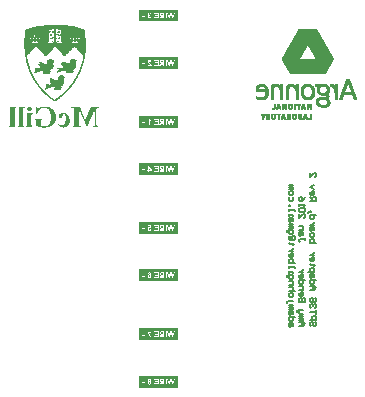
<source format=gbo>
G04 Layer_Color=32896*
%FSLAX25Y25*%
%MOIN*%
G70*
G01*
G75*
%ADD12C,0.00500*%
%ADD58C,0.00050*%
%ADD59C,0.00100*%
G36*
X548934Y195340D02*
X536146D01*
Y199290D01*
X548934D01*
Y195340D01*
D02*
G37*
G36*
Y246554D02*
X536146D01*
Y250471D01*
X548934D01*
Y246554D01*
D02*
G37*
G36*
Y159905D02*
X536146D01*
Y163857D01*
X548934D01*
Y159905D01*
D02*
G37*
G36*
Y230806D02*
X536146D01*
Y234723D01*
X548934D01*
Y230806D01*
D02*
G37*
G36*
Y175688D02*
X536146D01*
Y179598D01*
X548934D01*
Y175688D01*
D02*
G37*
G36*
Y266239D02*
X536146D01*
Y270156D01*
X548934D01*
Y266239D01*
D02*
G37*
G36*
Y211088D02*
X536146D01*
Y215031D01*
X548934D01*
Y211088D01*
D02*
G37*
G36*
Y281954D02*
X536146D01*
Y285904D01*
X548934D01*
Y281954D01*
D02*
G37*
G36*
X500704Y251147D02*
X500639Y251137D01*
X500579Y251128D01*
X500523Y251114D01*
X500473Y251100D01*
X500431Y251082D01*
X500389Y251064D01*
X500357Y251045D01*
X500325Y251022D01*
X500279Y250985D01*
X500251Y250953D01*
X500232Y250930D01*
X500228Y250925D01*
Y250920D01*
X500214Y250893D01*
X500200Y250860D01*
X500191Y250819D01*
X500181Y250777D01*
X500168Y250685D01*
X500158Y250592D01*
X500154Y250505D01*
X500149Y250463D01*
Y250431D01*
Y250403D01*
Y250380D01*
Y250366D01*
Y250361D01*
Y247663D01*
Y247575D01*
X500154Y247497D01*
X500158Y247428D01*
X500163Y247363D01*
X500172Y247307D01*
X500181Y247257D01*
X500191Y247215D01*
X500200Y247178D01*
X500209Y247146D01*
X500218Y247123D01*
X500228Y247100D01*
X500237Y247086D01*
X500246Y247063D01*
X500251Y247058D01*
X500311Y247003D01*
X500385Y246961D01*
X500459Y246929D01*
X500533Y246910D01*
X500597Y246896D01*
X500653Y246887D01*
X500676Y246883D01*
X500704D01*
Y246702D01*
X498204D01*
Y246883D01*
X498274Y246887D01*
X498334Y246896D01*
X498389Y246910D01*
X498440Y246924D01*
X498486Y246942D01*
X498523Y246961D01*
X498560Y246979D01*
X498588Y246998D01*
X498634Y247035D01*
X498666Y247067D01*
X498685Y247090D01*
X498689Y247100D01*
X498703Y247127D01*
X498712Y247164D01*
X498722Y247201D01*
X498731Y247247D01*
X498745Y247340D01*
X498754Y247432D01*
X498759Y247520D01*
Y247562D01*
X498763Y247594D01*
Y247622D01*
Y247645D01*
Y247659D01*
Y247663D01*
Y251331D01*
X500704D01*
Y251147D01*
D02*
G37*
G36*
X510831Y251466D02*
X510928Y251461D01*
X511112Y251433D01*
X511283Y251392D01*
X511445Y251336D01*
X511598Y251267D01*
X511731Y251198D01*
X511861Y251119D01*
X511972Y251036D01*
X512073Y250953D01*
X512161Y250879D01*
X512235Y250805D01*
X512300Y250736D01*
X512346Y250680D01*
X512383Y250639D01*
X512401Y250611D01*
X512411Y250606D01*
Y250602D01*
X512499Y250463D01*
X512577Y250324D01*
X512646Y250181D01*
X512702Y250038D01*
X512753Y249899D01*
X512789Y249761D01*
X512826Y249627D01*
X512850Y249502D01*
X512873Y249382D01*
X512886Y249276D01*
X512900Y249179D01*
X512905Y249095D01*
X512910Y249031D01*
X512914Y249003D01*
Y248980D01*
Y248961D01*
Y248948D01*
Y248943D01*
Y248938D01*
X512910Y248758D01*
X512891Y248587D01*
X512868Y248426D01*
X512831Y248273D01*
X512794Y248125D01*
X512753Y247991D01*
X512702Y247867D01*
X512656Y247751D01*
X512609Y247649D01*
X512559Y247557D01*
X512517Y247479D01*
X512475Y247414D01*
X512443Y247363D01*
X512420Y247326D01*
X512401Y247303D01*
X512397Y247294D01*
X512286Y247164D01*
X512170Y247053D01*
X512046Y246956D01*
X511921Y246873D01*
X511792Y246799D01*
X511667Y246744D01*
X511542Y246693D01*
X511427Y246656D01*
X511316Y246624D01*
X511209Y246601D01*
X511117Y246587D01*
X511039Y246578D01*
X510974Y246568D01*
X510923Y246564D01*
X510882D01*
X510771Y246568D01*
X510660Y246578D01*
X510558Y246596D01*
X510456Y246615D01*
X510359Y246642D01*
X510262Y246675D01*
X510082Y246753D01*
X509916Y246846D01*
X509763Y246947D01*
X509625Y247058D01*
X509505Y247169D01*
X509394Y247280D01*
X509297Y247391D01*
X509214Y247492D01*
X509149Y247585D01*
X509098Y247663D01*
X509075Y247696D01*
X509057Y247723D01*
X509047Y247746D01*
X509038Y247760D01*
X509029Y247769D01*
Y247774D01*
X509186Y247894D01*
X509278Y247797D01*
X509375Y247714D01*
X509463Y247640D01*
X509551Y247580D01*
X509634Y247525D01*
X509717Y247483D01*
X509791Y247446D01*
X509861Y247418D01*
X509925Y247395D01*
X509985Y247377D01*
X510031Y247368D01*
X510078Y247358D01*
X510110Y247354D01*
X510133Y247349D01*
X510156D01*
X510225Y247354D01*
X510295Y247358D01*
X510415Y247381D01*
X510526Y247418D01*
X510623Y247455D01*
X510664Y247474D01*
X510697Y247492D01*
X510729Y247511D01*
X510757Y247529D01*
X510775Y247543D01*
X510789Y247552D01*
X510798Y247562D01*
X510803D01*
X510872Y247622D01*
X510942Y247691D01*
X511002Y247765D01*
X511062Y247843D01*
X511163Y248010D01*
X511246Y248167D01*
X511283Y248241D01*
X511311Y248315D01*
X511339Y248375D01*
X511362Y248430D01*
X511376Y248476D01*
X511390Y248513D01*
X511394Y248532D01*
X511399Y248541D01*
X511459Y248754D01*
X511501Y248957D01*
X511519Y249059D01*
X511533Y249151D01*
X511542Y249243D01*
X511551Y249326D01*
X511561Y249405D01*
X511565Y249479D01*
X511570Y249539D01*
Y249594D01*
X511575Y249636D01*
Y249668D01*
Y249691D01*
Y249696D01*
X511570Y249839D01*
X511565Y249973D01*
X511551Y250098D01*
X511533Y250209D01*
X511514Y250315D01*
X511496Y250412D01*
X511473Y250500D01*
X511445Y250574D01*
X511422Y250643D01*
X511399Y250703D01*
X511380Y250754D01*
X511362Y250791D01*
X511343Y250823D01*
X511330Y250846D01*
X511325Y250860D01*
X511320Y250865D01*
X511288Y250911D01*
X511256Y250948D01*
X511219Y250985D01*
X511186Y251013D01*
X511117Y251059D01*
X511052Y251087D01*
X510997Y251105D01*
X510955Y251114D01*
X510937Y251119D01*
X510914D01*
X510849Y251114D01*
X510794Y251096D01*
X510743Y251068D01*
X510697Y251031D01*
X510660Y250990D01*
X510627Y250943D01*
X510595Y250893D01*
X510572Y250842D01*
X510540Y250736D01*
X510526Y250689D01*
X510517Y250648D01*
X510507Y250611D01*
Y250583D01*
X510503Y250565D01*
Y250560D01*
X510493Y250481D01*
X510479Y250408D01*
X510466Y250334D01*
X510447Y250269D01*
X510406Y250153D01*
X510359Y250052D01*
X510299Y249969D01*
X510239Y249895D01*
X510179Y249839D01*
X510114Y249793D01*
X510054Y249756D01*
X509994Y249728D01*
X509934Y249710D01*
X509888Y249696D01*
X509847Y249687D01*
X509814Y249682D01*
X509787D01*
X509676Y249691D01*
X509583Y249710D01*
X509500Y249738D01*
X509426Y249779D01*
X509371Y249825D01*
X509320Y249876D01*
X509278Y249936D01*
X509246Y249992D01*
X509218Y250052D01*
X509200Y250107D01*
X509186Y250158D01*
X509177Y250204D01*
X509172Y250246D01*
X509167Y250273D01*
Y250297D01*
Y250301D01*
X509172Y250403D01*
X509191Y250495D01*
X509218Y250588D01*
X509251Y250671D01*
X509292Y250749D01*
X509334Y250819D01*
X509385Y250888D01*
X509431Y250948D01*
X509482Y250999D01*
X509532Y251045D01*
X509574Y251087D01*
X509616Y251119D01*
X509648Y251147D01*
X509676Y251165D01*
X509694Y251174D01*
X509699Y251179D01*
X509787Y251230D01*
X509874Y251276D01*
X509962Y251313D01*
X510054Y251345D01*
X510142Y251378D01*
X510225Y251401D01*
X510309Y251419D01*
X510387Y251433D01*
X510461Y251447D01*
X510526Y251456D01*
X510586Y251461D01*
X510637Y251466D01*
X510678Y251470D01*
X510734D01*
X510831Y251466D01*
D02*
G37*
G36*
X495063Y253230D02*
X494998Y253226D01*
X494938Y253212D01*
X494882Y253198D01*
X494832Y253184D01*
X494790Y253166D01*
X494748Y253147D01*
X494716Y253129D01*
X494684Y253110D01*
X494638Y253073D01*
X494610Y253041D01*
X494591Y253018D01*
X494587Y253009D01*
X494573Y252981D01*
X494559Y252944D01*
X494541Y252861D01*
X494527Y252773D01*
X494517Y252676D01*
X494513Y252588D01*
X494508Y252551D01*
Y252519D01*
Y252491D01*
Y252468D01*
Y252454D01*
Y252450D01*
Y247663D01*
Y247575D01*
X494513Y247497D01*
X494517Y247428D01*
X494522Y247363D01*
X494531Y247307D01*
X494541Y247257D01*
X494550Y247215D01*
X494559Y247178D01*
X494568Y247146D01*
X494578Y247123D01*
X494587Y247100D01*
X494596Y247086D01*
X494605Y247063D01*
X494610Y247058D01*
X494670Y247003D01*
X494744Y246961D01*
X494818Y246929D01*
X494892Y246910D01*
X494956Y246896D01*
X495012Y246887D01*
X495035Y246883D01*
X495063D01*
Y246702D01*
X492563D01*
Y246883D01*
X492632Y246887D01*
X492693Y246896D01*
X492748Y246910D01*
X492799Y246924D01*
X492845Y246942D01*
X492882Y246961D01*
X492919Y246979D01*
X492947Y246998D01*
X492993Y247035D01*
X493025Y247067D01*
X493044Y247090D01*
X493048Y247100D01*
X493062Y247127D01*
X493071Y247164D01*
X493081Y247201D01*
X493090Y247247D01*
X493104Y247340D01*
X493113Y247432D01*
X493118Y247520D01*
Y247562D01*
X493122Y247594D01*
Y247622D01*
Y247645D01*
Y247659D01*
Y247663D01*
Y253415D01*
X495063D01*
Y253230D01*
D02*
G37*
G36*
X497881D02*
X497816Y253226D01*
X497756Y253212D01*
X497701Y253198D01*
X497650Y253184D01*
X497608Y253166D01*
X497567Y253147D01*
X497534Y253129D01*
X497502Y253110D01*
X497456Y253073D01*
X497428Y253041D01*
X497410Y253018D01*
X497405Y253009D01*
X497391Y252981D01*
X497377Y252944D01*
X497359Y252861D01*
X497345Y252773D01*
X497336Y252676D01*
X497331Y252588D01*
X497326Y252551D01*
Y252519D01*
Y252491D01*
Y252468D01*
Y252454D01*
Y252450D01*
Y247663D01*
Y247575D01*
X497331Y247497D01*
X497336Y247428D01*
X497340Y247363D01*
X497350Y247307D01*
X497359Y247257D01*
X497368Y247215D01*
X497377Y247178D01*
X497386Y247146D01*
X497396Y247123D01*
X497405Y247100D01*
X497414Y247086D01*
X497423Y247063D01*
X497428Y247058D01*
X497488Y247003D01*
X497562Y246961D01*
X497636Y246929D01*
X497710Y246910D01*
X497775Y246896D01*
X497830Y246887D01*
X497853Y246883D01*
X497881D01*
Y246702D01*
X495381D01*
Y246883D01*
X495451Y246887D01*
X495511Y246896D01*
X495566Y246910D01*
X495617Y246924D01*
X495663Y246942D01*
X495700Y246961D01*
X495737Y246979D01*
X495765Y246998D01*
X495811Y247035D01*
X495843Y247067D01*
X495862Y247090D01*
X495866Y247100D01*
X495880Y247127D01*
X495890Y247164D01*
X495899Y247201D01*
X495908Y247247D01*
X495922Y247340D01*
X495931Y247432D01*
X495936Y247520D01*
Y247562D01*
X495940Y247594D01*
Y247622D01*
Y247645D01*
Y247659D01*
Y247663D01*
Y253415D01*
X497881D01*
Y253230D01*
D02*
G37*
G36*
X504802Y253572D02*
X504945Y253568D01*
X505083Y253554D01*
X505217Y253535D01*
X505481Y253485D01*
X505730Y253420D01*
X505966Y253341D01*
X506183Y253258D01*
X506386Y253166D01*
X506566Y253073D01*
X506654Y253022D01*
X506733Y252976D01*
X506807Y252930D01*
X506881Y252884D01*
X506945Y252842D01*
X507005Y252801D01*
X507061Y252759D01*
X507107Y252722D01*
X507153Y252690D01*
X507190Y252658D01*
X507222Y252630D01*
X507250Y252607D01*
X507273Y252588D01*
X507287Y252574D01*
X507296Y252570D01*
X507301Y252565D01*
X507398Y252468D01*
X507495Y252366D01*
X507578Y252265D01*
X507661Y252158D01*
X507735Y252052D01*
X507805Y251946D01*
X507869Y251835D01*
X507929Y251729D01*
X507985Y251618D01*
X508036Y251507D01*
X508123Y251295D01*
X508197Y251082D01*
X508253Y250883D01*
X508299Y250694D01*
X508336Y250518D01*
X508345Y250440D01*
X508359Y250366D01*
X508368Y250297D01*
X508373Y250232D01*
X508377Y250172D01*
X508382Y250121D01*
X508387Y250075D01*
X508391Y250038D01*
Y250010D01*
Y249987D01*
Y249973D01*
Y249969D01*
X508387Y249830D01*
X508377Y249691D01*
X508364Y249557D01*
X508345Y249428D01*
X508317Y249299D01*
X508290Y249179D01*
X508220Y248943D01*
X508137Y248721D01*
X508045Y248518D01*
X507943Y248328D01*
X507841Y248162D01*
X507740Y248010D01*
X507689Y247936D01*
X507638Y247871D01*
X507592Y247811D01*
X507546Y247760D01*
X507504Y247709D01*
X507463Y247663D01*
X507426Y247622D01*
X507393Y247585D01*
X507366Y247557D01*
X507338Y247534D01*
X507319Y247511D01*
X507306Y247497D01*
X507296Y247492D01*
X507292Y247488D01*
X507190Y247400D01*
X507084Y247321D01*
X506978Y247247D01*
X506867Y247178D01*
X506756Y247113D01*
X506645Y247049D01*
X506414Y246942D01*
X506188Y246850D01*
X505966Y246776D01*
X505749Y246711D01*
X505541Y246665D01*
X505342Y246624D01*
X505250Y246610D01*
X505162Y246596D01*
X505079Y246582D01*
X505000Y246573D01*
X504931Y246568D01*
X504862Y246559D01*
X504802Y246554D01*
X504751Y246550D01*
X504705D01*
X504668Y246545D01*
X504594D01*
X504316Y246550D01*
X504048Y246568D01*
X503785Y246601D01*
X503531Y246638D01*
X503286Y246679D01*
X503060Y246730D01*
X502843Y246781D01*
X502644Y246836D01*
X502547Y246859D01*
X502459Y246887D01*
X502376Y246915D01*
X502297Y246938D01*
X502224Y246966D01*
X502154Y246989D01*
X502090Y247012D01*
X502034Y247035D01*
X501983Y247053D01*
X501937Y247067D01*
X501900Y247086D01*
X501868Y247100D01*
X501840Y247109D01*
X501822Y247118D01*
X501812Y247123D01*
X501808D01*
Y248518D01*
Y248583D01*
Y248643D01*
X501803Y248693D01*
Y248740D01*
X501798Y248786D01*
X501794Y248823D01*
X501789Y248855D01*
X501785Y248883D01*
X501780Y248924D01*
X501771Y248957D01*
X501766Y248971D01*
Y248975D01*
X501725Y249049D01*
X501678Y249109D01*
X501628Y249160D01*
X501577Y249202D01*
X501535Y249229D01*
X501494Y249253D01*
X501471Y249262D01*
X501461Y249266D01*
X501406Y249285D01*
X501336Y249299D01*
X501267Y249308D01*
X501193Y249317D01*
X501129Y249326D01*
X501073Y249331D01*
X501050Y249336D01*
X501022D01*
Y249520D01*
X504284D01*
Y249336D01*
X504113D01*
X504025Y249331D01*
X503947Y249322D01*
X503873Y249303D01*
X503813Y249289D01*
X503762Y249271D01*
X503730Y249253D01*
X503707Y249243D01*
X503697Y249239D01*
X503628Y249193D01*
X503573Y249142D01*
X503526Y249091D01*
X503494Y249045D01*
X503471Y249003D01*
X503452Y248971D01*
X503448Y248948D01*
X503443Y248938D01*
X503439Y248920D01*
X503434Y248892D01*
X503425Y248832D01*
X503420Y248763D01*
Y248693D01*
X503415Y248624D01*
Y248569D01*
Y248550D01*
Y248532D01*
Y248523D01*
Y248518D01*
Y247118D01*
X503517Y247081D01*
X503619Y247053D01*
X503808Y247003D01*
X503901Y246984D01*
X503984Y246970D01*
X504062Y246956D01*
X504136Y246942D01*
X504201Y246938D01*
X504261Y246929D01*
X504316Y246924D01*
X504358D01*
X504395Y246919D01*
X504441D01*
X504571Y246924D01*
X504691Y246933D01*
X504811Y246952D01*
X504922Y246975D01*
X505028Y246998D01*
X505130Y247026D01*
X505217Y247058D01*
X505305Y247090D01*
X505379Y247123D01*
X505448Y247155D01*
X505504Y247183D01*
X505555Y247206D01*
X505592Y247229D01*
X505619Y247247D01*
X505638Y247257D01*
X505642Y247261D01*
X505730Y247326D01*
X505813Y247400D01*
X505887Y247479D01*
X505961Y247566D01*
X506026Y247659D01*
X506090Y247756D01*
X506146Y247857D01*
X506201Y247968D01*
X506294Y248190D01*
X506372Y248421D01*
X506437Y248652D01*
X506488Y248888D01*
X506525Y249109D01*
X506557Y249322D01*
X506566Y249419D01*
X506580Y249516D01*
X506585Y249604D01*
X506594Y249682D01*
X506599Y249756D01*
X506603Y249825D01*
Y249881D01*
X506608Y249932D01*
Y249973D01*
Y250001D01*
Y250020D01*
Y250024D01*
X506603Y250172D01*
X506599Y250320D01*
X506590Y250463D01*
X506576Y250606D01*
X506562Y250740D01*
X506543Y250869D01*
X506525Y250990D01*
X506506Y251100D01*
X506488Y251207D01*
X506469Y251299D01*
X506451Y251382D01*
X506437Y251452D01*
X506423Y251507D01*
X506414Y251549D01*
X506405Y251572D01*
Y251581D01*
X506358Y251729D01*
X506308Y251863D01*
X506252Y251992D01*
X506192Y252112D01*
X506128Y252223D01*
X506058Y252325D01*
X505984Y252422D01*
X505910Y252510D01*
X505832Y252593D01*
X505753Y252667D01*
X505670Y252736D01*
X505587Y252796D01*
X505504Y252852D01*
X505421Y252902D01*
X505337Y252948D01*
X505254Y252990D01*
X505176Y253022D01*
X505097Y253055D01*
X504945Y253106D01*
X504806Y253138D01*
X504746Y253152D01*
X504686Y253166D01*
X504631Y253170D01*
X504584Y253180D01*
X504543Y253184D01*
X504506D01*
X504478Y253189D01*
X504441D01*
X504280Y253184D01*
X504122Y253166D01*
X503975Y253133D01*
X503831Y253096D01*
X503697Y253055D01*
X503568Y253004D01*
X503452Y252953D01*
X503342Y252898D01*
X503245Y252842D01*
X503157Y252791D01*
X503083Y252741D01*
X503018Y252699D01*
X502967Y252662D01*
X502930Y252630D01*
X502912Y252611D01*
X502903Y252607D01*
X502792Y252505D01*
X502690Y252394D01*
X502593Y252283D01*
X502501Y252163D01*
X502422Y252048D01*
X502348Y251932D01*
X502279Y251817D01*
X502219Y251706D01*
X502164Y251604D01*
X502117Y251507D01*
X502080Y251424D01*
X502048Y251350D01*
X502025Y251285D01*
X502006Y251239D01*
X502002Y251225D01*
X501997Y251211D01*
X501993Y251207D01*
Y251202D01*
X501808D01*
Y253568D01*
X501993D01*
X502025Y253485D01*
X502062Y253411D01*
X502099Y253346D01*
X502140Y253290D01*
X502177Y253244D01*
X502219Y253203D01*
X502256Y253175D01*
X502293Y253147D01*
X502330Y253129D01*
X502362Y253115D01*
X502418Y253096D01*
X502441Y253092D01*
X502455Y253087D01*
X502492D01*
X502519Y253096D01*
X502556Y253106D01*
X502598Y253115D01*
X502695Y253143D01*
X502797Y253180D01*
X502898Y253212D01*
X502940Y253226D01*
X502981Y253240D01*
X503014Y253249D01*
X503037Y253258D01*
X503055Y253267D01*
X503060D01*
X503157Y253304D01*
X503245Y253332D01*
X503323Y253364D01*
X503397Y253387D01*
X503462Y253406D01*
X503517Y253424D01*
X503568Y253443D01*
X503610Y253457D01*
X503647Y253466D01*
X503674Y253475D01*
X503702Y253480D01*
X503721Y253485D01*
X503734Y253489D01*
X503744Y253494D01*
X503753D01*
X503910Y253521D01*
X504067Y253540D01*
X504219Y253558D01*
X504289Y253563D01*
X504358Y253568D01*
X504418Y253572D01*
X504529D01*
X504571Y253577D01*
X504654D01*
X504802Y253572D01*
D02*
G37*
G36*
X499516Y253568D02*
X499572Y253563D01*
X499678Y253535D01*
X499770Y253503D01*
X499844Y253461D01*
X499909Y253420D01*
X499955Y253383D01*
X499974Y253369D01*
X499988Y253355D01*
X499992Y253350D01*
X499997Y253346D01*
X500034Y253304D01*
X500071Y253258D01*
X500126Y253166D01*
X500163Y253073D01*
X500191Y252990D01*
X500205Y252912D01*
X500214Y252884D01*
Y252856D01*
X500218Y252833D01*
Y252815D01*
Y252805D01*
Y252801D01*
X500214Y252745D01*
X500209Y252690D01*
X500181Y252584D01*
X500149Y252491D01*
X500108Y252417D01*
X500066Y252353D01*
X500029Y252306D01*
X500015Y252288D01*
X500006Y252274D01*
X500001Y252269D01*
X499997Y252265D01*
X499955Y252228D01*
X499909Y252191D01*
X499821Y252135D01*
X499729Y252098D01*
X499646Y252071D01*
X499572Y252057D01*
X499539Y252048D01*
X499512D01*
X499493Y252043D01*
X499461D01*
X499401Y252048D01*
X499345Y252052D01*
X499239Y252080D01*
X499147Y252112D01*
X499068Y252154D01*
X499003Y252196D01*
X498957Y252232D01*
X498939Y252246D01*
X498925Y252256D01*
X498920Y252260D01*
X498916Y252265D01*
X498874Y252306D01*
X498842Y252353D01*
X498809Y252399D01*
X498786Y252440D01*
X498745Y252533D01*
X498717Y252616D01*
X498703Y252690D01*
X498694Y252722D01*
Y252750D01*
X498689Y252768D01*
Y252787D01*
Y252796D01*
Y252801D01*
X498694Y252861D01*
X498699Y252916D01*
X498726Y253022D01*
X498759Y253115D01*
X498800Y253193D01*
X498842Y253258D01*
X498879Y253304D01*
X498893Y253323D01*
X498906Y253337D01*
X498911Y253341D01*
X498916Y253346D01*
X498957Y253387D01*
X499003Y253420D01*
X499050Y253452D01*
X499096Y253475D01*
X499184Y253517D01*
X499271Y253544D01*
X499345Y253558D01*
X499378Y253568D01*
X499405D01*
X499429Y253572D01*
X499461D01*
X499516Y253568D01*
D02*
G37*
G36*
X522676Y253230D02*
X522464D01*
X522362Y253226D01*
X522274Y253217D01*
X522196Y253198D01*
X522136Y253184D01*
X522085Y253166D01*
X522048Y253147D01*
X522025Y253138D01*
X522016Y253133D01*
X521942Y253082D01*
X521882Y253022D01*
X521836Y252962D01*
X521803Y252898D01*
X521780Y252847D01*
X521762Y252801D01*
X521757Y252782D01*
X521752Y252768D01*
Y252764D01*
Y252759D01*
X521748Y252741D01*
Y252717D01*
X521743Y252685D01*
Y252648D01*
X521738Y252570D01*
X521734Y252486D01*
Y252408D01*
Y252371D01*
Y252339D01*
Y252311D01*
Y252292D01*
Y252279D01*
Y252274D01*
Y248028D01*
Y247945D01*
Y247876D01*
Y247811D01*
Y247756D01*
X521738Y247705D01*
Y247668D01*
Y247631D01*
Y247603D01*
X521743Y247580D01*
Y247562D01*
Y247538D01*
X521748Y247529D01*
Y247525D01*
X521766Y247442D01*
X521789Y247372D01*
X521817Y247307D01*
X521840Y247257D01*
X521863Y247215D01*
X521882Y247183D01*
X521896Y247164D01*
X521900Y247160D01*
X521942Y247113D01*
X521993Y247072D01*
X522043Y247035D01*
X522099Y247003D01*
X522159Y246975D01*
X522219Y246952D01*
X522334Y246919D01*
X522390Y246910D01*
X522441Y246901D01*
X522487Y246896D01*
X522529Y246892D01*
X522561Y246887D01*
X522676D01*
Y246702D01*
X520376D01*
Y246887D01*
X520519Y246892D01*
X520653Y246910D01*
X520768Y246938D01*
X520870Y246975D01*
X520958Y247016D01*
X521036Y247063D01*
X521105Y247113D01*
X521161Y247169D01*
X521207Y247220D01*
X521244Y247271D01*
X521277Y247317D01*
X521300Y247358D01*
X521313Y247395D01*
X521323Y247423D01*
X521332Y247442D01*
Y247446D01*
X521337Y247469D01*
X521341Y247501D01*
Y247538D01*
X521346Y247580D01*
X521350Y247682D01*
Y247783D01*
X521355Y247885D01*
Y247931D01*
Y247973D01*
Y248005D01*
Y248028D01*
Y248047D01*
Y248051D01*
Y252782D01*
X518745Y246702D01*
X518625D01*
X516047Y252828D01*
Y247848D01*
Y247760D01*
Y247677D01*
X516051Y247603D01*
X516056Y247538D01*
X516060Y247483D01*
X516065Y247432D01*
X516070Y247386D01*
X516074Y247349D01*
X516079Y247317D01*
X516084Y247289D01*
X516088Y247271D01*
X516093Y247252D01*
X516097Y247229D01*
X516102Y247224D01*
X516134Y247164D01*
X516176Y247113D01*
X516222Y247067D01*
X516273Y247030D01*
X516328Y246998D01*
X516384Y246970D01*
X516439Y246947D01*
X516499Y246929D01*
X516606Y246906D01*
X516652Y246896D01*
X516693Y246892D01*
X516726D01*
X516753Y246887D01*
X516994D01*
Y246702D01*
X513492D01*
Y246887D01*
X513709D01*
X513810Y246892D01*
X513898Y246901D01*
X513977Y246919D01*
X514042Y246938D01*
X514092Y246952D01*
X514129Y246970D01*
X514152Y246979D01*
X514162Y246984D01*
X514236Y247035D01*
X514291Y247095D01*
X514337Y247155D01*
X514370Y247215D01*
X514393Y247271D01*
X514411Y247317D01*
X514416Y247335D01*
Y247349D01*
X514420Y247354D01*
Y247358D01*
Y247377D01*
X514425Y247400D01*
Y247432D01*
X514430Y247469D01*
Y247548D01*
X514434Y247631D01*
Y247714D01*
Y247751D01*
Y247783D01*
Y247811D01*
Y247830D01*
Y247843D01*
Y247848D01*
Y252274D01*
Y252362D01*
X514430Y252445D01*
Y252519D01*
X514425Y252584D01*
X514420Y252639D01*
X514416Y252690D01*
X514411Y252731D01*
X514406Y252773D01*
X514402Y252801D01*
X514397Y252828D01*
Y252852D01*
X514393Y252865D01*
X514383Y252888D01*
Y252893D01*
X514351Y252953D01*
X514310Y253004D01*
X514263Y253050D01*
X514213Y253087D01*
X514157Y253119D01*
X514102Y253147D01*
X514046Y253170D01*
X513991Y253189D01*
X513880Y253212D01*
X513834Y253221D01*
X513792Y253226D01*
X513760Y253230D01*
X513492D01*
Y253415D01*
X516227D01*
X518047Y248989D01*
X519937Y253415D01*
X522676D01*
Y253230D01*
D02*
G37*
%LPC*%
G36*
X545245Y198283D02*
X544860D01*
Y196373D01*
X545245D01*
Y198283D01*
D02*
G37*
G36*
X542565D02*
X541149D01*
Y197960D01*
X542180D01*
Y197536D01*
X541221D01*
Y197213D01*
X542180D01*
Y196696D01*
X541113D01*
Y196373D01*
X542565D01*
Y198283D01*
D02*
G37*
G36*
X544490D02*
X543651D01*
X543630Y198281D01*
X543604D01*
X543575Y198280D01*
X543543Y198279D01*
X543509Y198276D01*
X543473Y198273D01*
X543437Y198270D01*
X543363Y198261D01*
X543328Y198255D01*
X543295Y198248D01*
X543263Y198240D01*
X543235Y198230D01*
X543234D01*
X543230Y198228D01*
X543222Y198225D01*
X543212Y198221D01*
X543201Y198215D01*
X543187Y198207D01*
X543172Y198199D01*
X543155Y198189D01*
X543138Y198177D01*
X543120Y198163D01*
X543102Y198148D01*
X543082Y198131D01*
X543064Y198113D01*
X543047Y198092D01*
X543030Y198070D01*
X543013Y198047D01*
X543012Y198045D01*
X543009Y198041D01*
X543005Y198033D01*
X543000Y198023D01*
X542994Y198011D01*
X542987Y197997D01*
X542979Y197979D01*
X542971Y197960D01*
X542964Y197939D01*
X542955Y197916D01*
X542948Y197891D01*
X542942Y197865D01*
X542937Y197837D01*
X542933Y197808D01*
X542931Y197779D01*
X542929Y197747D01*
Y197745D01*
Y197738D01*
X542931Y197727D01*
Y197712D01*
X542933Y197694D01*
X542936Y197671D01*
X542940Y197648D01*
X542944Y197622D01*
X542951Y197594D01*
X542959Y197565D01*
X542971Y197536D01*
X542983Y197506D01*
X542997Y197477D01*
X543015Y197447D01*
X543034Y197419D01*
X543056Y197391D01*
X543057Y197390D01*
X543062Y197386D01*
X543070Y197379D01*
X543080Y197369D01*
X543093Y197358D01*
X543109Y197346D01*
X543128Y197332D01*
X543150Y197317D01*
X543176Y197302D01*
X543204Y197288D01*
X543234Y197273D01*
X543269Y197259D01*
X543306Y197245D01*
X543346Y197234D01*
X543389Y197224D01*
X543434Y197216D01*
X543433Y197215D01*
X543429Y197213D01*
X543422Y197209D01*
X543414Y197204D01*
X543402Y197197D01*
X543390Y197188D01*
X543376Y197179D01*
X543361Y197169D01*
X543328Y197144D01*
X543294Y197117D01*
X543259Y197086D01*
X543227Y197055D01*
X543226Y197053D01*
X543223Y197050D01*
X543219Y197045D01*
X543212Y197038D01*
X543204Y197028D01*
X543194Y197016D01*
X543183Y197001D01*
X543169Y196983D01*
X543154Y196964D01*
X543138Y196941D01*
X543120Y196915D01*
X543100Y196888D01*
X543080Y196856D01*
X543057Y196823D01*
X543033Y196785D01*
X543008Y196746D01*
X542775Y196373D01*
X543237D01*
X543514Y196788D01*
X543516Y196791D01*
X543521Y196798D01*
X543528Y196809D01*
X543538Y196824D01*
X543550Y196842D01*
X543564Y196861D01*
X543579Y196883D01*
X543596Y196907D01*
X543630Y196954D01*
X543647Y196977D01*
X543663Y197001D01*
X543679Y197021D01*
X543694Y197039D01*
X543708Y197056D01*
X543718Y197068D01*
X543721Y197071D01*
X543728Y197078D01*
X543739Y197088D01*
X543753Y197100D01*
X543771Y197114D01*
X543790Y197126D01*
X543811Y197139D01*
X543834Y197148D01*
X543837Y197150D01*
X543841Y197151D01*
X543846Y197153D01*
X543852Y197154D01*
X543861Y197155D01*
X543870Y197158D01*
X543881Y197160D01*
X543894Y197162D01*
X543908Y197164D01*
X543924Y197165D01*
X543942Y197168D01*
X543960Y197169D01*
X543981D01*
X544004Y197170D01*
X544105D01*
Y196373D01*
X544490D01*
Y198283D01*
D02*
G37*
G36*
X537865Y197248D02*
X537146D01*
Y196882D01*
X537865D01*
Y197248D01*
D02*
G37*
G36*
X547934Y198283D02*
X547540D01*
X547253Y196970D01*
X546905Y198283D01*
X546445D01*
X546111Y196948D01*
X545819Y198283D01*
X545430D01*
X545893Y196373D01*
X546303D01*
X546683Y197800D01*
X547061Y196373D01*
X547480D01*
X547934Y198283D01*
D02*
G37*
G36*
X539428Y198290D02*
X539419D01*
X539407Y198288D01*
X539392D01*
X539373Y198285D01*
X539352Y198283D01*
X539327Y198280D01*
X539302Y198275D01*
X539274Y198268D01*
X539245Y198259D01*
X539216Y198250D01*
X539185Y198237D01*
X539155Y198223D01*
X539126Y198207D01*
X539097Y198189D01*
X539069Y198167D01*
X539068Y198166D01*
X539062Y198161D01*
X539055Y198154D01*
X539046Y198145D01*
X539035Y198132D01*
X539022Y198116D01*
X539007Y198098D01*
X538992Y198077D01*
X538977Y198054D01*
X538962Y198028D01*
X538946Y197998D01*
X538931Y197967D01*
X538917Y197934D01*
X538905Y197896D01*
X538894Y197856D01*
X538886Y197815D01*
X539240Y197776D01*
Y197778D01*
Y197781D01*
X539242Y197786D01*
X539243Y197794D01*
X539246Y197802D01*
X539247Y197814D01*
X539254Y197837D01*
X539264Y197863D01*
X539275Y197889D01*
X539290Y197914D01*
X539309Y197936D01*
X539312Y197939D01*
X539319Y197945D01*
X539331Y197953D01*
X539347Y197963D01*
X539367Y197972D01*
X539392Y197981D01*
X539420Y197986D01*
X539452Y197989D01*
X539463D01*
X539471Y197987D01*
X539481Y197986D01*
X539493Y197983D01*
X539505Y197981D01*
X539519Y197976D01*
X539534Y197971D01*
X539551Y197963D01*
X539566Y197954D01*
X539583Y197945D01*
X539599Y197932D01*
X539616Y197918D01*
X539632Y197902D01*
X539647Y197884D01*
X539649Y197883D01*
X539650Y197878D01*
X539654Y197873D01*
X539660Y197863D01*
X539667Y197850D01*
X539674Y197834D01*
X539682Y197815D01*
X539690Y197792D01*
X539699Y197764D01*
X539707Y197732D01*
X539715Y197698D01*
X539723Y197658D01*
X539732Y197614D01*
X539739Y197564D01*
X539744Y197510D01*
X539748Y197451D01*
X539747Y197452D01*
X539741Y197458D01*
X539735Y197466D01*
X539723Y197476D01*
X539711Y197488D01*
X539694Y197502D01*
X539675Y197517D01*
X539654Y197532D01*
X539631Y197547D01*
X539605Y197562D01*
X539577Y197576D01*
X539547Y197589D01*
X539515Y197598D01*
X539482Y197607D01*
X539446Y197612D01*
X539409Y197614D01*
X539399D01*
X539387Y197612D01*
X539370Y197611D01*
X539351Y197608D01*
X539327Y197604D01*
X539301Y197598D01*
X539274Y197591D01*
X539243Y197582D01*
X539211Y197571D01*
X539178Y197557D01*
X539145Y197539D01*
X539112Y197520D01*
X539079Y197496D01*
X539047Y197469D01*
X539015Y197438D01*
X539014Y197437D01*
X539009Y197430D01*
X539000Y197420D01*
X538989Y197406D01*
X538977Y197389D01*
X538963Y197368D01*
X538949Y197344D01*
X538933Y197317D01*
X538917Y197285D01*
X538904Y197250D01*
X538890Y197213D01*
X538877Y197175D01*
X538866Y197131D01*
X538858Y197086D01*
X538853Y197038D01*
X538851Y196987D01*
Y196986D01*
Y196984D01*
Y196980D01*
Y196975D01*
Y196968D01*
X538853Y196959D01*
X538854Y196939D01*
X538857Y196914D01*
X538861Y196885D01*
X538865Y196853D01*
X538873Y196819D01*
X538882Y196781D01*
X538893Y196743D01*
X538908Y196704D01*
X538924Y196664D01*
X538944Y196625D01*
X538967Y196587D01*
X538993Y196551D01*
X539024Y196516D01*
X539025Y196515D01*
X539032Y196510D01*
X539042Y196500D01*
X539055Y196489D01*
X539072Y196475D01*
X539093Y196461D01*
X539116Y196445D01*
X539144Y196428D01*
X539174Y196412D01*
X539207Y196396D01*
X539243Y196381D01*
X539283Y196367D01*
X539325Y196356D01*
X539369Y196348D01*
X539416Y196341D01*
X539465Y196340D01*
X539478D01*
X539485Y196341D01*
X539493D01*
X539514Y196344D01*
X539538Y196347D01*
X539568Y196352D01*
X539599Y196359D01*
X539634Y196367D01*
X539671Y196380D01*
X539708Y196395D01*
X539748Y196413D01*
X539788Y196434D01*
X539828Y196460D01*
X539867Y196490D01*
X539906Y196525D01*
X539942Y196563D01*
X539943Y196566D01*
X539950Y196574D01*
X539954Y196580D01*
X539958Y196588D01*
X539964Y196596D01*
X539970Y196606D01*
X539977Y196618D01*
X539984Y196631D01*
X539993Y196646D01*
X539999Y196661D01*
X540008Y196679D01*
X540016Y196697D01*
X540026Y196718D01*
X540034Y196740D01*
X540042Y196763D01*
X540051Y196788D01*
X540060Y196815D01*
X540068Y196842D01*
X540075Y196871D01*
X540084Y196903D01*
X540091Y196934D01*
X540097Y196969D01*
X540104Y197005D01*
X540110Y197042D01*
X540114Y197081D01*
X540118Y197122D01*
X540122Y197164D01*
X540124Y197208D01*
X540126Y197253D01*
Y197300D01*
Y197302D01*
Y197306D01*
Y197314D01*
Y197324D01*
X540125Y197336D01*
Y197350D01*
Y197366D01*
X540124Y197386D01*
X540122Y197406D01*
X540121Y197429D01*
X540118Y197453D01*
X540117Y197478D01*
X540110Y197533D01*
X540102Y197591D01*
X540092Y197652D01*
X540079Y197716D01*
X540063Y197778D01*
X540045Y197841D01*
X540023Y197900D01*
X539997Y197957D01*
X539983Y197985D01*
X539968Y198010D01*
X539951Y198034D01*
X539933Y198056D01*
X539930Y198059D01*
X539923Y198066D01*
X539913Y198079D01*
X539897Y198092D01*
X539878Y198110D01*
X539854Y198131D01*
X539828Y198152D01*
X539797Y198174D01*
X539762Y198195D01*
X539725Y198217D01*
X539683Y198236D01*
X539638Y198254D01*
X539590Y198268D01*
X539538Y198280D01*
X539485Y198287D01*
X539428Y198290D01*
D02*
G37*
%LPD*%
G36*
X544105Y197476D02*
X543777D01*
X543754Y197477D01*
X543702D01*
X543673Y197478D01*
X543614Y197481D01*
X543585Y197482D01*
X543557Y197485D01*
X543532Y197488D01*
X543509Y197491D01*
X543490Y197493D01*
X543474Y197498D01*
X543473D01*
X543471Y197499D01*
X543463Y197502D01*
X543451Y197509D01*
X543434Y197517D01*
X543418Y197528D01*
X543400Y197542D01*
X543382Y197558D01*
X543367Y197579D01*
X543365Y197582D01*
X543360Y197590D01*
X543354Y197602D01*
X543346Y197619D01*
X543339Y197640D01*
X543332Y197665D01*
X543328Y197692D01*
X543327Y197722D01*
Y197724D01*
Y197727D01*
Y197732D01*
X543328Y197739D01*
Y197747D01*
X543329Y197756D01*
X543333Y197778D01*
X543339Y197802D01*
X543349Y197829D01*
X543361Y197854D01*
X543379Y197877D01*
Y197878D01*
X543382Y197880D01*
X543389Y197887D01*
X543400Y197896D01*
X543416Y197909D01*
X543437Y197921D01*
X543462Y197934D01*
X543491Y197945D01*
X543524Y197953D01*
X543530D01*
X543535Y197954D01*
X543542D01*
X543552Y197956D01*
X543563D01*
X543576Y197957D01*
X543614D01*
X543636Y197959D01*
X543662D01*
X543692Y197960D01*
X544105D01*
Y197476D01*
D02*
G37*
G36*
X539483Y197343D02*
X539492Y197342D01*
X539503Y197340D01*
X539528Y197333D01*
X539557Y197324D01*
X539570Y197317D01*
X539585Y197309D01*
X539601Y197299D01*
X539616Y197288D01*
X539631Y197275D01*
X539645Y197260D01*
X539646Y197259D01*
X539647Y197256D01*
X539652Y197252D01*
X539656Y197245D01*
X539661Y197237D01*
X539667Y197226D01*
X539674Y197213D01*
X539681Y197198D01*
X539688Y197183D01*
X539694Y197164D01*
X539700Y197144D01*
X539706Y197122D01*
X539710Y197099D01*
X539714Y197073D01*
X539715Y197045D01*
X539716Y197016D01*
Y197015D01*
Y197008D01*
Y196999D01*
X539715Y196987D01*
X539714Y196972D01*
X539712Y196954D01*
X539710Y196934D01*
X539707Y196914D01*
X539697Y196870D01*
X539690Y196846D01*
X539682Y196824D01*
X539672Y196801D01*
X539661Y196780D01*
X539649Y196759D01*
X539635Y196740D01*
X539634Y196739D01*
X539631Y196736D01*
X539627Y196732D01*
X539621Y196725D01*
X539613Y196718D01*
X539603Y196710D01*
X539594Y196701D01*
X539581Y196692D01*
X539554Y196674D01*
X539522Y196659D01*
X539504Y196652D01*
X539486Y196648D01*
X539467Y196645D01*
X539447Y196643D01*
X539438D01*
X539431Y196645D01*
X539423Y196646D01*
X539411Y196648D01*
X539388Y196653D01*
X539362Y196663D01*
X539348Y196670D01*
X539334Y196677D01*
X539319Y196686D01*
X539305Y196696D01*
X539291Y196708D01*
X539279Y196722D01*
X539278Y196723D01*
X539276Y196726D01*
X539272Y196730D01*
X539268Y196737D01*
X539262Y196746D01*
X539257Y196756D01*
X539252Y196770D01*
X539245Y196784D01*
X539238Y196802D01*
X539232Y196821D01*
X539227Y196842D01*
X539221Y196865D01*
X539217Y196892D01*
X539213Y196919D01*
X539211Y196950D01*
X539210Y196983D01*
Y196986D01*
Y196991D01*
Y197001D01*
X539211Y197013D01*
X539213Y197028D01*
X539214Y197046D01*
X539216Y197067D01*
X539220Y197088D01*
X539228Y197132D01*
X539240Y197177D01*
X539249Y197199D01*
X539258Y197220D01*
X539271Y197239D01*
X539283Y197257D01*
X539285Y197259D01*
X539286Y197262D01*
X539290Y197266D01*
X539296Y197271D01*
X539304Y197278D01*
X539312Y197285D01*
X539322Y197293D01*
X539333Y197302D01*
X539359Y197317D01*
X539391Y197331D01*
X539407Y197336D01*
X539427Y197340D01*
X539445Y197343D01*
X539465Y197344D01*
X539475D01*
X539483Y197343D01*
D02*
G37*
%LPC*%
G36*
X537865Y248429D02*
X537146D01*
Y248063D01*
X537865D01*
Y248429D01*
D02*
G37*
G36*
X545245Y249464D02*
X544860D01*
Y247554D01*
X545245D01*
Y249464D01*
D02*
G37*
G36*
X539487Y249471D02*
X539189D01*
Y247554D01*
X539555D01*
Y248933D01*
X539558Y248930D01*
X539565Y248924D01*
X539576Y248915D01*
X539591Y248902D01*
X539610Y248887D01*
X539634Y248869D01*
X539660Y248848D01*
X539690Y248828D01*
X539723Y248806D01*
X539759Y248782D01*
X539798Y248759D01*
X539839Y248737D01*
X539884Y248715D01*
X539930Y248692D01*
X539979Y248673D01*
X540028Y248655D01*
Y248988D01*
X540027D01*
X540022Y248991D01*
X540015Y248993D01*
X540004Y248997D01*
X539990Y249003D01*
X539975Y249008D01*
X539957Y249017D01*
X539936Y249026D01*
X539914Y249039D01*
X539890Y249051D01*
X539864Y249065D01*
X539838Y249082D01*
X539809Y249100D01*
X539780Y249119D01*
X539750Y249141D01*
X539718Y249164D01*
X539716Y249166D01*
X539711Y249170D01*
X539701Y249178D01*
X539690Y249188D01*
X539677Y249200D01*
X539661Y249216D01*
X539645Y249232D01*
X539626Y249251D01*
X539607Y249273D01*
X539588Y249297D01*
X539569Y249322D01*
X539549Y249349D01*
X539532Y249377D01*
X539515Y249407D01*
X539500Y249439D01*
X539487Y249471D01*
D02*
G37*
G36*
X547934Y249464D02*
X547540D01*
X547253Y248151D01*
X546905Y249464D01*
X546445D01*
X546111Y248129D01*
X545819Y249464D01*
X545430D01*
X545893Y247554D01*
X546303D01*
X546683Y248981D01*
X547061Y247554D01*
X547480D01*
X547934Y249464D01*
D02*
G37*
G36*
X542565D02*
X541149D01*
Y249141D01*
X542180D01*
Y248717D01*
X541221D01*
Y248394D01*
X542180D01*
Y247877D01*
X541113D01*
Y247554D01*
X542565D01*
Y249464D01*
D02*
G37*
G36*
X544490D02*
X543651D01*
X543630Y249463D01*
X543604D01*
X543575Y249461D01*
X543543Y249460D01*
X543509Y249457D01*
X543473Y249454D01*
X543437Y249451D01*
X543363Y249442D01*
X543328Y249436D01*
X543295Y249429D01*
X543263Y249421D01*
X543235Y249412D01*
X543234D01*
X543230Y249409D01*
X543222Y249406D01*
X543212Y249402D01*
X543201Y249396D01*
X543187Y249388D01*
X543172Y249380D01*
X543155Y249370D01*
X543138Y249358D01*
X543120Y249344D01*
X543102Y249329D01*
X543082Y249312D01*
X543064Y249294D01*
X543047Y249273D01*
X543030Y249251D01*
X543013Y249228D01*
X543012Y249226D01*
X543009Y249222D01*
X543005Y249214D01*
X543000Y249204D01*
X542994Y249192D01*
X542987Y249178D01*
X542979Y249160D01*
X542971Y249141D01*
X542964Y249120D01*
X542955Y249097D01*
X542948Y249072D01*
X542942Y249046D01*
X542937Y249018D01*
X542933Y248989D01*
X542931Y248960D01*
X542929Y248928D01*
Y248926D01*
Y248919D01*
X542931Y248908D01*
Y248893D01*
X542933Y248875D01*
X542936Y248853D01*
X542940Y248829D01*
X542944Y248803D01*
X542951Y248775D01*
X542959Y248746D01*
X542971Y248717D01*
X542983Y248687D01*
X542997Y248658D01*
X543015Y248628D01*
X543034Y248600D01*
X543056Y248572D01*
X543057Y248571D01*
X543062Y248567D01*
X543070Y248560D01*
X543080Y248550D01*
X543093Y248539D01*
X543109Y248527D01*
X543128Y248513D01*
X543150Y248498D01*
X543176Y248483D01*
X543204Y248469D01*
X543234Y248454D01*
X543269Y248440D01*
X543306Y248426D01*
X543346Y248415D01*
X543389Y248405D01*
X543434Y248397D01*
X543433Y248396D01*
X543429Y248394D01*
X543422Y248390D01*
X543414Y248385D01*
X543402Y248378D01*
X543390Y248370D01*
X543376Y248360D01*
X543361Y248350D01*
X543328Y248325D01*
X543294Y248298D01*
X543259Y248267D01*
X543227Y248236D01*
X543226Y248234D01*
X543223Y248232D01*
X543219Y248226D01*
X543212Y248219D01*
X543204Y248210D01*
X543194Y248197D01*
X543183Y248182D01*
X543169Y248164D01*
X543154Y248145D01*
X543138Y248123D01*
X543120Y248096D01*
X543100Y248069D01*
X543080Y248037D01*
X543057Y248004D01*
X543033Y247967D01*
X543008Y247927D01*
X542775Y247554D01*
X543237D01*
X543514Y247969D01*
X543516Y247972D01*
X543521Y247979D01*
X543528Y247990D01*
X543538Y248005D01*
X543550Y248023D01*
X543564Y248042D01*
X543579Y248065D01*
X543596Y248088D01*
X543630Y248135D01*
X543647Y248158D01*
X543663Y248182D01*
X543679Y248203D01*
X543694Y248220D01*
X543708Y248237D01*
X543718Y248250D01*
X543721Y248252D01*
X543728Y248259D01*
X543739Y248269D01*
X543753Y248281D01*
X543771Y248295D01*
X543790Y248307D01*
X543811Y248320D01*
X543834Y248329D01*
X543837Y248331D01*
X543841Y248332D01*
X543846Y248334D01*
X543852Y248335D01*
X543861Y248336D01*
X543870Y248339D01*
X543881Y248341D01*
X543894Y248343D01*
X543908Y248345D01*
X543924Y248346D01*
X543942Y248349D01*
X543960Y248350D01*
X543981D01*
X544004Y248352D01*
X544105D01*
Y247554D01*
X544490D01*
Y249464D01*
D02*
G37*
%LPD*%
G36*
X544105Y248657D02*
X543777D01*
X543754Y248658D01*
X543702D01*
X543673Y248659D01*
X543614Y248662D01*
X543585Y248663D01*
X543557Y248666D01*
X543532Y248669D01*
X543509Y248672D01*
X543490Y248675D01*
X543474Y248679D01*
X543473D01*
X543471Y248680D01*
X543463Y248683D01*
X543451Y248690D01*
X543434Y248698D01*
X543418Y248709D01*
X543400Y248723D01*
X543382Y248739D01*
X543367Y248760D01*
X543365Y248763D01*
X543360Y248771D01*
X543354Y248784D01*
X543346Y248800D01*
X543339Y248821D01*
X543332Y248846D01*
X543328Y248873D01*
X543327Y248904D01*
Y248905D01*
Y248908D01*
Y248913D01*
X543328Y248920D01*
Y248928D01*
X543329Y248937D01*
X543333Y248959D01*
X543339Y248984D01*
X543349Y249010D01*
X543361Y249035D01*
X543379Y249058D01*
Y249060D01*
X543382Y249061D01*
X543389Y249068D01*
X543400Y249078D01*
X543416Y249090D01*
X543437Y249102D01*
X543462Y249115D01*
X543491Y249126D01*
X543524Y249134D01*
X543530D01*
X543535Y249135D01*
X543542D01*
X543552Y249137D01*
X543563D01*
X543576Y249138D01*
X543614D01*
X543636Y249140D01*
X543662D01*
X543692Y249141D01*
X544105D01*
Y248657D01*
D02*
G37*
%LPC*%
G36*
X545245Y162850D02*
X544860D01*
Y160940D01*
X545245D01*
Y162850D01*
D02*
G37*
G36*
X537865Y161815D02*
X537146D01*
Y161449D01*
X537865D01*
Y161815D01*
D02*
G37*
G36*
X547934Y162850D02*
X547540D01*
X547253Y161537D01*
X546905Y162850D01*
X546445D01*
X546111Y161515D01*
X545819Y162850D01*
X545430D01*
X545893Y160940D01*
X546303D01*
X546683Y162367D01*
X547061Y160940D01*
X547480D01*
X547934Y162850D01*
D02*
G37*
G36*
X539511Y162857D02*
X539499D01*
X539485Y162855D01*
X539465Y162854D01*
X539443Y162853D01*
X539417Y162850D01*
X539388Y162844D01*
X539356Y162839D01*
X539323Y162832D01*
X539289Y162822D01*
X539253Y162811D01*
X539218Y162797D01*
X539184Y162781D01*
X539149Y162763D01*
X539118Y162741D01*
X539089Y162716D01*
X539087Y162715D01*
X539082Y162709D01*
X539075Y162702D01*
X539065Y162691D01*
X539053Y162677D01*
X539040Y162661D01*
X539026Y162641D01*
X539013Y162619D01*
X538999Y162596D01*
X538985Y162568D01*
X538971Y162539D01*
X538960Y162509D01*
X538951Y162476D01*
X538944Y162440D01*
X538938Y162403D01*
X538937Y162364D01*
Y162363D01*
Y162358D01*
Y162352D01*
X538938Y162342D01*
X538940Y162329D01*
X538941Y162316D01*
X538942Y162301D01*
X538945Y162284D01*
X538953Y162247D01*
X538966Y162208D01*
X538974Y162187D01*
X538984Y162167D01*
X538995Y162146D01*
X539007Y162127D01*
X539009Y162125D01*
X539010Y162122D01*
X539014Y162117D01*
X539020Y162110D01*
X539026Y162100D01*
X539036Y162091D01*
X539046Y162080D01*
X539057Y162069D01*
X539071Y162056D01*
X539084Y162042D01*
X539101Y162030D01*
X539118Y162016D01*
X539156Y161991D01*
X539200Y161969D01*
X539199Y161968D01*
X539193Y161967D01*
X539185Y161962D01*
X539174Y161957D01*
X539160Y161950D01*
X539145Y161942D01*
X539129Y161932D01*
X539111Y161921D01*
X539091Y161909D01*
X539072Y161895D01*
X539051Y161880D01*
X539032Y161863D01*
X539011Y161845D01*
X538993Y161824D01*
X538975Y161804D01*
X538959Y161782D01*
X538958Y161780D01*
X538955Y161776D01*
X538951Y161769D01*
X538946Y161759D01*
X538940Y161749D01*
X538933Y161735D01*
X538926Y161720D01*
X538917Y161702D01*
X538909Y161681D01*
X538902Y161660D01*
X538895Y161637D01*
X538889Y161612D01*
X538884Y161586D01*
X538880Y161558D01*
X538877Y161529D01*
X538876Y161500D01*
Y161499D01*
Y161497D01*
Y161493D01*
Y161489D01*
X538877Y161475D01*
X538879Y161456D01*
X538882Y161434D01*
X538884Y161408D01*
X538890Y161379D01*
X538897Y161347D01*
X538906Y161314D01*
X538917Y161278D01*
X538931Y161243D01*
X538948Y161206D01*
X538967Y161170D01*
X538989Y161136D01*
X539015Y161101D01*
X539046Y161070D01*
X539047Y161068D01*
X539054Y161063D01*
X539064Y161054D01*
X539076Y161043D01*
X539093Y161031D01*
X539114Y161017D01*
X539138Y161003D01*
X539164Y160988D01*
X539195Y160971D01*
X539229Y160958D01*
X539267Y160944D01*
X539307Y160932D01*
X539349Y160921D01*
X539395Y160912D01*
X539443Y160907D01*
X539494Y160905D01*
X539505D01*
X539519Y160907D01*
X539537Y160908D01*
X539561Y160909D01*
X539585Y160912D01*
X539614Y160916D01*
X539646Y160922D01*
X539679Y160930D01*
X539715Y160938D01*
X539751Y160950D01*
X539787Y160963D01*
X539824Y160978D01*
X539860Y160996D01*
X539894Y161019D01*
X539928Y161042D01*
X539930Y161043D01*
X539936Y161049D01*
X539947Y161058D01*
X539959Y161071D01*
X539975Y161088D01*
X539993Y161108D01*
X540010Y161132D01*
X540030Y161158D01*
X540049Y161188D01*
X540067Y161221D01*
X540085Y161257D01*
X540100Y161296D01*
X540113Y161339D01*
X540124Y161384D01*
X540129Y161433D01*
X540132Y161484D01*
Y161485D01*
Y161490D01*
Y161499D01*
X540131Y161510D01*
X540129Y161523D01*
X540128Y161540D01*
X540125Y161558D01*
X540122Y161577D01*
X540118Y161599D01*
X540114Y161621D01*
X540100Y161670D01*
X540091Y161695D01*
X540081Y161720D01*
X540070Y161744D01*
X540056Y161769D01*
X540055Y161771D01*
X540052Y161775D01*
X540048Y161782D01*
X540041Y161791D01*
X540032Y161801D01*
X540023Y161813D01*
X540010Y161828D01*
X539997Y161842D01*
X539982Y161859D01*
X539964Y161875D01*
X539943Y161892D01*
X539922Y161909D01*
X539897Y161925D01*
X539873Y161940D01*
X539845Y161955D01*
X539815Y161969D01*
X539816Y161971D01*
X539820Y161972D01*
X539828Y161976D01*
X539838Y161980D01*
X539849Y161986D01*
X539863Y161994D01*
X539877Y162002D01*
X539893Y162012D01*
X539926Y162036D01*
X539961Y162063D01*
X539993Y162096D01*
X540008Y162114D01*
X540020Y162134D01*
Y162135D01*
X540023Y162138D01*
X540026Y162144D01*
X540030Y162151D01*
X540035Y162161D01*
X540041Y162173D01*
X540046Y162187D01*
X540052Y162201D01*
X540057Y162218D01*
X540063Y162236D01*
X540074Y162276D01*
X540081Y162318D01*
X540082Y162340D01*
X540084Y162364D01*
Y162367D01*
Y162374D01*
X540082Y162385D01*
X540081Y162400D01*
X540079Y162418D01*
X540075Y162438D01*
X540071Y162462D01*
X540064Y162488D01*
X540057Y162514D01*
X540048Y162543D01*
X540035Y162572D01*
X540020Y162603D01*
X540004Y162632D01*
X539984Y162661D01*
X539961Y162690D01*
X539935Y162716D01*
X539933Y162717D01*
X539928Y162721D01*
X539919Y162728D01*
X539907Y162738D01*
X539892Y162749D01*
X539873Y162760D01*
X539850Y162774D01*
X539826Y162786D01*
X539797Y162800D01*
X539766Y162812D01*
X539730Y162823D01*
X539693Y162835D01*
X539652Y162844D01*
X539607Y162851D01*
X539561Y162855D01*
X539511Y162857D01*
D02*
G37*
G36*
X542565Y162850D02*
X541149D01*
Y162527D01*
X542180D01*
Y162103D01*
X541221D01*
Y161780D01*
X542180D01*
Y161263D01*
X541113D01*
Y160940D01*
X542565D01*
Y162850D01*
D02*
G37*
G36*
X544490D02*
X543651D01*
X543630Y162848D01*
X543604D01*
X543575Y162847D01*
X543543Y162846D01*
X543509Y162843D01*
X543473Y162840D01*
X543437Y162837D01*
X543363Y162828D01*
X543328Y162822D01*
X543295Y162815D01*
X543263Y162807D01*
X543235Y162797D01*
X543234D01*
X543230Y162794D01*
X543222Y162792D01*
X543212Y162788D01*
X543201Y162782D01*
X543187Y162774D01*
X543172Y162766D01*
X543155Y162756D01*
X543138Y162743D01*
X543120Y162730D01*
X543102Y162715D01*
X543082Y162698D01*
X543064Y162680D01*
X543047Y162659D01*
X543030Y162637D01*
X543013Y162614D01*
X543012Y162612D01*
X543009Y162608D01*
X543005Y162600D01*
X543000Y162590D01*
X542994Y162578D01*
X542987Y162564D01*
X542979Y162546D01*
X542971Y162527D01*
X542964Y162506D01*
X542955Y162483D01*
X542948Y162458D01*
X542942Y162432D01*
X542937Y162404D01*
X542933Y162375D01*
X542931Y162346D01*
X542929Y162314D01*
Y162311D01*
Y162305D01*
X542931Y162294D01*
Y162278D01*
X542933Y162260D01*
X542936Y162238D01*
X542940Y162215D01*
X542944Y162189D01*
X542951Y162161D01*
X542959Y162132D01*
X542971Y162103D01*
X542983Y162073D01*
X542997Y162044D01*
X543015Y162013D01*
X543034Y161986D01*
X543056Y161958D01*
X543057Y161957D01*
X543062Y161953D01*
X543070Y161946D01*
X543080Y161936D01*
X543093Y161925D01*
X543109Y161913D01*
X543128Y161899D01*
X543150Y161884D01*
X543176Y161869D01*
X543204Y161855D01*
X543234Y161840D01*
X543269Y161826D01*
X543306Y161812D01*
X543346Y161801D01*
X543389Y161791D01*
X543434Y161783D01*
X543433Y161782D01*
X543429Y161780D01*
X543422Y161776D01*
X543414Y161771D01*
X543402Y161764D01*
X543390Y161755D01*
X543376Y161746D01*
X543361Y161736D01*
X543328Y161711D01*
X543294Y161684D01*
X543259Y161653D01*
X543227Y161621D01*
X543226Y161620D01*
X543223Y161617D01*
X543219Y161612D01*
X543212Y161605D01*
X543204Y161595D01*
X543194Y161583D01*
X543183Y161568D01*
X543169Y161550D01*
X543154Y161530D01*
X543138Y161508D01*
X543120Y161482D01*
X543100Y161454D01*
X543080Y161423D01*
X543057Y161390D01*
X543033Y161352D01*
X543008Y161312D01*
X542775Y160940D01*
X543237D01*
X543514Y161355D01*
X543516Y161358D01*
X543521Y161365D01*
X543528Y161376D01*
X543538Y161391D01*
X543550Y161409D01*
X543564Y161428D01*
X543579Y161450D01*
X543596Y161474D01*
X543630Y161521D01*
X543647Y161544D01*
X543663Y161568D01*
X543679Y161588D01*
X543694Y161606D01*
X543708Y161623D01*
X543718Y161635D01*
X543721Y161638D01*
X543728Y161645D01*
X543739Y161655D01*
X543753Y161667D01*
X543771Y161681D01*
X543790Y161693D01*
X543811Y161706D01*
X543834Y161715D01*
X543837Y161717D01*
X543841Y161718D01*
X543846Y161720D01*
X543852Y161721D01*
X543861Y161722D01*
X543870Y161725D01*
X543881Y161726D01*
X543894Y161729D01*
X543908Y161731D01*
X543924Y161732D01*
X543942Y161735D01*
X543960Y161736D01*
X543981D01*
X544004Y161737D01*
X544105D01*
Y160940D01*
X544490D01*
Y162850D01*
D02*
G37*
%LPD*%
G36*
X539528Y161812D02*
X539538Y161811D01*
X539552Y161808D01*
X539581Y161802D01*
X539614Y161790D01*
X539631Y161783D01*
X539647Y161773D01*
X539664Y161764D01*
X539679Y161750D01*
X539693Y161736D01*
X539707Y161720D01*
Y161718D01*
X539710Y161715D01*
X539712Y161710D01*
X539716Y161703D01*
X539722Y161695D01*
X539728Y161685D01*
X539733Y161673D01*
X539739Y161660D01*
X539751Y161630D01*
X539762Y161597D01*
X539769Y161559D01*
X539770Y161540D01*
X539772Y161519D01*
Y161518D01*
Y161512D01*
Y161504D01*
X539770Y161495D01*
X539769Y161482D01*
X539768Y161467D01*
X539765Y161450D01*
X539762Y161433D01*
X539752Y161395D01*
X539739Y161355D01*
X539730Y161336D01*
X539719Y161318D01*
X539708Y161300D01*
X539694Y161283D01*
X539693Y161282D01*
X539690Y161279D01*
X539686Y161275D01*
X539681Y161271D01*
X539672Y161264D01*
X539664Y161257D01*
X539653Y161249D01*
X539641Y161242D01*
X539613Y161225D01*
X539580Y161213D01*
X539562Y161207D01*
X539543Y161203D01*
X539522Y161201D01*
X539501Y161199D01*
X539490D01*
X539482Y161201D01*
X539472Y161202D01*
X539461Y161203D01*
X539435Y161209D01*
X539405Y161219D01*
X539390Y161225D01*
X539373Y161234D01*
X539358Y161243D01*
X539341Y161254D01*
X539326Y161267D01*
X539312Y161281D01*
X539311Y161282D01*
X539309Y161285D01*
X539305Y161289D01*
X539301Y161296D01*
X539294Y161304D01*
X539289Y161315D01*
X539282Y161326D01*
X539275Y161340D01*
X539268Y161357D01*
X539261Y161373D01*
X539254Y161392D01*
X539249Y161415D01*
X539245Y161437D01*
X539240Y161461D01*
X539239Y161488D01*
X539238Y161515D01*
Y161517D01*
Y161521D01*
Y161528D01*
X539239Y161537D01*
X539240Y161548D01*
X539242Y161562D01*
X539245Y161576D01*
X539247Y161592D01*
X539256Y161627D01*
X539269Y161663D01*
X539278Y161681D01*
X539289Y161697D01*
X539300Y161715D01*
X539314Y161731D01*
X539315Y161732D01*
X539316Y161735D01*
X539322Y161739D01*
X539327Y161743D01*
X539334Y161750D01*
X539344Y161757D01*
X539354Y161764D01*
X539366Y161772D01*
X539394Y161787D01*
X539427Y161801D01*
X539445Y161805D01*
X539464Y161809D01*
X539485Y161812D01*
X539505Y161813D01*
X539518D01*
X539528Y161812D01*
D02*
G37*
G36*
X539525Y162565D02*
X539533D01*
X539544Y162564D01*
X539568Y162558D01*
X539595Y162552D01*
X539623Y162541D01*
X539650Y162524D01*
X539663Y162514D01*
X539675Y162503D01*
X539678Y162501D01*
X539681Y162496D01*
X539685Y162492D01*
X539694Y162478D01*
X539706Y162459D01*
X539718Y162436D01*
X539728Y162407D01*
X539735Y162375D01*
X539736Y162357D01*
X539737Y162338D01*
Y162336D01*
Y162334D01*
Y162327D01*
X539736Y162320D01*
Y162310D01*
X539735Y162299D01*
X539729Y162276D01*
X539722Y162248D01*
X539711Y162219D01*
X539696Y162191D01*
X539688Y162179D01*
X539677Y162167D01*
X539675D01*
X539674Y162164D01*
X539670Y162161D01*
X539666Y162157D01*
X539652Y162147D01*
X539632Y162136D01*
X539609Y162125D01*
X539580Y162116D01*
X539548Y162109D01*
X539530Y162107D01*
X539511Y162106D01*
X539501D01*
X539493Y162107D01*
X539485D01*
X539475Y162109D01*
X539450Y162114D01*
X539424Y162121D01*
X539396Y162132D01*
X539369Y162147D01*
X539356Y162156D01*
X539344Y162167D01*
X539343Y162168D01*
X539341Y162169D01*
X539338Y162173D01*
X539334Y162178D01*
X539323Y162191D01*
X539312Y162212D01*
X539301Y162236D01*
X539290Y162266D01*
X539283Y162301D01*
X539281Y162318D01*
Y162339D01*
Y162340D01*
Y162343D01*
Y162349D01*
X539282Y162356D01*
Y162365D01*
X539283Y162375D01*
X539289Y162399D01*
X539296Y162425D01*
X539307Y162452D01*
X539322Y162480D01*
X539331Y162492D01*
X539343Y162505D01*
Y162506D01*
X539345Y162507D01*
X539349Y162510D01*
X539354Y162514D01*
X539367Y162524D01*
X539387Y162537D01*
X539410Y162548D01*
X539438Y162557D01*
X539471Y162564D01*
X539487Y162567D01*
X539516D01*
X539525Y162565D01*
D02*
G37*
G36*
X544105Y162042D02*
X543777D01*
X543754Y162044D01*
X543702D01*
X543673Y162045D01*
X543614Y162048D01*
X543585Y162049D01*
X543557Y162052D01*
X543532Y162055D01*
X543509Y162058D01*
X543490Y162060D01*
X543474Y162065D01*
X543473D01*
X543471Y162066D01*
X543463Y162069D01*
X543451Y162075D01*
X543434Y162084D01*
X543418Y162095D01*
X543400Y162109D01*
X543382Y162125D01*
X543367Y162146D01*
X543365Y162149D01*
X543360Y162157D01*
X543354Y162169D01*
X543346Y162186D01*
X543339Y162207D01*
X543332Y162232D01*
X543328Y162259D01*
X543327Y162289D01*
Y162291D01*
Y162294D01*
Y162299D01*
X543328Y162306D01*
Y162314D01*
X543329Y162323D01*
X543333Y162345D01*
X543339Y162370D01*
X543349Y162396D01*
X543361Y162420D01*
X543379Y162444D01*
Y162445D01*
X543382Y162447D01*
X543389Y162454D01*
X543400Y162463D01*
X543416Y162476D01*
X543437Y162488D01*
X543462Y162501D01*
X543491Y162512D01*
X543524Y162520D01*
X543530D01*
X543535Y162521D01*
X543542D01*
X543552Y162523D01*
X543563D01*
X543576Y162524D01*
X543614D01*
X543636Y162525D01*
X543662D01*
X543692Y162527D01*
X544105D01*
Y162042D01*
D02*
G37*
%LPC*%
G36*
X545245Y233716D02*
X544860D01*
Y231806D01*
X545245D01*
Y233716D01*
D02*
G37*
G36*
X544490D02*
X543651D01*
X543630Y233715D01*
X543604D01*
X543575Y233713D01*
X543543Y233712D01*
X543509Y233709D01*
X543473Y233706D01*
X543437Y233703D01*
X543363Y233694D01*
X543328Y233688D01*
X543295Y233681D01*
X543263Y233673D01*
X543235Y233663D01*
X543234D01*
X543230Y233661D01*
X543222Y233658D01*
X543212Y233654D01*
X543201Y233648D01*
X543187Y233640D01*
X543172Y233632D01*
X543155Y233622D01*
X543138Y233610D01*
X543120Y233596D01*
X543102Y233581D01*
X543082Y233564D01*
X543064Y233546D01*
X543047Y233525D01*
X543030Y233503D01*
X543013Y233480D01*
X543012Y233478D01*
X543009Y233474D01*
X543005Y233466D01*
X543000Y233456D01*
X542994Y233444D01*
X542987Y233430D01*
X542979Y233412D01*
X542971Y233393D01*
X542964Y233372D01*
X542955Y233349D01*
X542948Y233324D01*
X542942Y233298D01*
X542937Y233270D01*
X542933Y233241D01*
X542931Y233212D01*
X542929Y233180D01*
Y233178D01*
Y233171D01*
X542931Y233160D01*
Y233144D01*
X542933Y233127D01*
X542936Y233104D01*
X542940Y233081D01*
X542944Y233055D01*
X542951Y233027D01*
X542959Y232998D01*
X542971Y232969D01*
X542983Y232939D01*
X542997Y232910D01*
X543015Y232880D01*
X543034Y232852D01*
X543056Y232824D01*
X543057Y232823D01*
X543062Y232819D01*
X543070Y232812D01*
X543080Y232802D01*
X543093Y232791D01*
X543109Y232779D01*
X543128Y232765D01*
X543150Y232750D01*
X543176Y232735D01*
X543204Y232721D01*
X543234Y232706D01*
X543269Y232692D01*
X543306Y232678D01*
X543346Y232667D01*
X543389Y232657D01*
X543434Y232649D01*
X543433Y232648D01*
X543429Y232646D01*
X543422Y232642D01*
X543414Y232637D01*
X543402Y232630D01*
X543390Y232622D01*
X543376Y232612D01*
X543361Y232602D01*
X543328Y232577D01*
X543294Y232550D01*
X543259Y232519D01*
X543227Y232488D01*
X543226Y232486D01*
X543223Y232484D01*
X543219Y232478D01*
X543212Y232471D01*
X543204Y232461D01*
X543194Y232449D01*
X543183Y232434D01*
X543169Y232416D01*
X543154Y232397D01*
X543138Y232375D01*
X543120Y232348D01*
X543100Y232321D01*
X543080Y232289D01*
X543057Y232256D01*
X543033Y232219D01*
X543008Y232178D01*
X542775Y231806D01*
X543237D01*
X543514Y232221D01*
X543516Y232224D01*
X543521Y232231D01*
X543528Y232242D01*
X543538Y232257D01*
X543550Y232275D01*
X543564Y232295D01*
X543579Y232316D01*
X543596Y232340D01*
X543630Y232387D01*
X543647Y232410D01*
X543663Y232434D01*
X543679Y232454D01*
X543694Y232472D01*
X543708Y232489D01*
X543718Y232502D01*
X543721Y232504D01*
X543728Y232511D01*
X543739Y232521D01*
X543753Y232533D01*
X543771Y232547D01*
X543790Y232559D01*
X543811Y232572D01*
X543834Y232581D01*
X543837Y232583D01*
X543841Y232584D01*
X543846Y232586D01*
X543852Y232587D01*
X543861Y232588D01*
X543870Y232591D01*
X543881Y232593D01*
X543894Y232595D01*
X543908Y232597D01*
X543924Y232598D01*
X543942Y232601D01*
X543960Y232602D01*
X543981D01*
X544004Y232604D01*
X544105D01*
Y231806D01*
X544490D01*
Y233716D01*
D02*
G37*
G36*
X547934D02*
X547540D01*
X547253Y232403D01*
X546905Y233716D01*
X546445D01*
X546111Y232381D01*
X545819Y233716D01*
X545430D01*
X545893Y231806D01*
X546303D01*
X546683Y233233D01*
X547061Y231806D01*
X547480D01*
X547934Y233716D01*
D02*
G37*
G36*
X537865Y232681D02*
X537146D01*
Y232315D01*
X537865D01*
Y232681D01*
D02*
G37*
G36*
X542565Y233716D02*
X541149D01*
Y233393D01*
X542180D01*
Y232969D01*
X541221D01*
Y232646D01*
X542180D01*
Y232129D01*
X541113D01*
Y231806D01*
X542565D01*
Y233716D01*
D02*
G37*
G36*
X539362Y233723D02*
X539054D01*
Y232510D01*
X538817D01*
Y232190D01*
X539054D01*
Y231806D01*
X539409D01*
Y232190D01*
X540190D01*
Y232508D01*
X539362Y233723D01*
D02*
G37*
%LPD*%
G36*
X544105Y232909D02*
X543777D01*
X543754Y232910D01*
X543702D01*
X543673Y232911D01*
X543614Y232914D01*
X543585Y232915D01*
X543557Y232918D01*
X543532Y232921D01*
X543509Y232924D01*
X543490Y232927D01*
X543474Y232931D01*
X543473D01*
X543471Y232932D01*
X543463Y232935D01*
X543451Y232942D01*
X543434Y232950D01*
X543418Y232961D01*
X543400Y232975D01*
X543382Y232991D01*
X543367Y233012D01*
X543365Y233015D01*
X543360Y233023D01*
X543354Y233035D01*
X543346Y233052D01*
X543339Y233073D01*
X543332Y233098D01*
X543328Y233125D01*
X543327Y233156D01*
Y233157D01*
Y233160D01*
Y233165D01*
X543328Y233172D01*
Y233180D01*
X543329Y233189D01*
X543333Y233211D01*
X543339Y233236D01*
X543349Y233262D01*
X543361Y233287D01*
X543379Y233310D01*
Y233312D01*
X543382Y233313D01*
X543389Y233320D01*
X543400Y233330D01*
X543416Y233342D01*
X543437Y233354D01*
X543462Y233367D01*
X543491Y233378D01*
X543524Y233386D01*
X543530D01*
X543535Y233387D01*
X543542D01*
X543552Y233389D01*
X543563D01*
X543576Y233390D01*
X543614D01*
X543636Y233392D01*
X543662D01*
X543692Y233393D01*
X544105D01*
Y232909D01*
D02*
G37*
G36*
X539848Y232510D02*
X539409D01*
Y233161D01*
X539848Y232510D01*
D02*
G37*
%LPC*%
G36*
X545245Y178598D02*
X544860D01*
Y176688D01*
X545245D01*
Y178598D01*
D02*
G37*
G36*
X537865Y177563D02*
X537146D01*
Y177197D01*
X537865D01*
Y177563D01*
D02*
G37*
G36*
X547934Y178598D02*
X547540D01*
X547253Y177285D01*
X546905Y178598D01*
X546445D01*
X546111Y177263D01*
X545819Y178598D01*
X545430D01*
X545893Y176688D01*
X546303D01*
X546683Y178115D01*
X547061Y176688D01*
X547480D01*
X547934Y178598D01*
D02*
G37*
G36*
X540126Y178573D02*
X538875D01*
Y178307D01*
X538876Y178305D01*
X538882Y178300D01*
X538890Y178290D01*
X538901Y178278D01*
X538916Y178262D01*
X538933Y178243D01*
X538952Y178221D01*
X538973Y178195D01*
X538996Y178164D01*
X539021Y178133D01*
X539046Y178097D01*
X539073Y178057D01*
X539102Y178014D01*
X539131Y177969D01*
X539160Y177920D01*
X539191Y177868D01*
Y177866D01*
X539192Y177865D01*
X539195Y177861D01*
X539198Y177855D01*
X539202Y177848D01*
X539206Y177839D01*
X539211Y177829D01*
X539217Y177818D01*
X539231Y177792D01*
X539246Y177760D01*
X539262Y177724D01*
X539282Y177684D01*
X539301Y177641D01*
X539321Y177594D01*
X539341Y177543D01*
X539362Y177491D01*
X539381Y177436D01*
X539400Y177379D01*
X539419Y177320D01*
X539435Y177260D01*
Y177259D01*
X539436Y177256D01*
Y177252D01*
X539439Y177247D01*
X539440Y177238D01*
X539442Y177229D01*
X539445Y177219D01*
X539447Y177207D01*
X539454Y177179D01*
X539461Y177146D01*
X539468Y177109D01*
X539476Y177069D01*
X539483Y177026D01*
X539492Y176980D01*
X539499Y176932D01*
X539504Y176884D01*
X539509Y176834D01*
X539514Y176784D01*
X539515Y176736D01*
X539516Y176688D01*
X539870D01*
Y176689D01*
Y176692D01*
Y176698D01*
X539868Y176706D01*
Y176715D01*
Y176726D01*
X539867Y176740D01*
X539866Y176757D01*
X539864Y176773D01*
X539863Y176793D01*
X539861Y176813D01*
X539859Y176836D01*
X539856Y176859D01*
X539853Y176884D01*
X539846Y176938D01*
X539837Y176996D01*
X539827Y177059D01*
X539813Y177125D01*
X539798Y177196D01*
X539779Y177267D01*
X539758Y177342D01*
X539735Y177418D01*
X539707Y177495D01*
Y177497D01*
X539706Y177499D01*
X539703Y177506D01*
X539700Y177513D01*
X539696Y177524D01*
X539690Y177535D01*
X539685Y177549D01*
X539679Y177564D01*
X539671Y177582D01*
X539663Y177601D01*
X539654Y177621D01*
X539645Y177643D01*
X539623Y177690D01*
X539598Y177742D01*
X539569Y177797D01*
X539538Y177857D01*
X539504Y177917D01*
X539468Y177981D01*
X539428Y178044D01*
X539387Y178108D01*
X539341Y178171D01*
X539294Y178233D01*
X540126D01*
Y178573D01*
D02*
G37*
G36*
X542565Y178598D02*
X541149D01*
Y178275D01*
X542180D01*
Y177851D01*
X541221D01*
Y177528D01*
X542180D01*
Y177011D01*
X541113D01*
Y176688D01*
X542565D01*
Y178598D01*
D02*
G37*
G36*
X544490D02*
X543651D01*
X543630Y178596D01*
X543604D01*
X543575Y178595D01*
X543543Y178594D01*
X543509Y178591D01*
X543473Y178588D01*
X543437Y178585D01*
X543363Y178576D01*
X543328Y178570D01*
X543295Y178563D01*
X543263Y178555D01*
X543235Y178545D01*
X543234D01*
X543230Y178543D01*
X543222Y178540D01*
X543212Y178536D01*
X543201Y178530D01*
X543187Y178522D01*
X543172Y178514D01*
X543155Y178504D01*
X543138Y178491D01*
X543120Y178478D01*
X543102Y178463D01*
X543082Y178446D01*
X543064Y178428D01*
X543047Y178407D01*
X543030Y178385D01*
X543013Y178362D01*
X543012Y178360D01*
X543009Y178356D01*
X543005Y178348D01*
X543000Y178338D01*
X542994Y178326D01*
X542987Y178312D01*
X542979Y178294D01*
X542971Y178275D01*
X542964Y178254D01*
X542955Y178231D01*
X542948Y178206D01*
X542942Y178180D01*
X542937Y178152D01*
X542933Y178123D01*
X542931Y178094D01*
X542929Y178062D01*
Y178059D01*
Y178053D01*
X542931Y178042D01*
Y178026D01*
X542933Y178008D01*
X542936Y177986D01*
X542940Y177963D01*
X542944Y177937D01*
X542951Y177909D01*
X542959Y177880D01*
X542971Y177851D01*
X542983Y177821D01*
X542997Y177792D01*
X543015Y177761D01*
X543034Y177734D01*
X543056Y177706D01*
X543057Y177705D01*
X543062Y177701D01*
X543070Y177694D01*
X543080Y177684D01*
X543093Y177673D01*
X543109Y177661D01*
X543128Y177647D01*
X543150Y177632D01*
X543176Y177617D01*
X543204Y177603D01*
X543234Y177588D01*
X543269Y177574D01*
X543306Y177560D01*
X543346Y177549D01*
X543389Y177539D01*
X543434Y177531D01*
X543433Y177530D01*
X543429Y177528D01*
X543422Y177524D01*
X543414Y177519D01*
X543402Y177512D01*
X543390Y177503D01*
X543376Y177494D01*
X543361Y177484D01*
X543328Y177459D01*
X543294Y177432D01*
X543259Y177401D01*
X543227Y177370D01*
X543226Y177368D01*
X543223Y177365D01*
X543219Y177360D01*
X543212Y177353D01*
X543204Y177343D01*
X543194Y177331D01*
X543183Y177316D01*
X543169Y177298D01*
X543154Y177278D01*
X543138Y177256D01*
X543120Y177230D01*
X543100Y177203D01*
X543080Y177171D01*
X543057Y177138D01*
X543033Y177101D01*
X543008Y177060D01*
X542775Y176688D01*
X543237D01*
X543514Y177103D01*
X543516Y177106D01*
X543521Y177113D01*
X543528Y177124D01*
X543538Y177139D01*
X543550Y177157D01*
X543564Y177176D01*
X543579Y177198D01*
X543596Y177222D01*
X543630Y177269D01*
X543647Y177292D01*
X543663Y177316D01*
X543679Y177336D01*
X543694Y177354D01*
X543708Y177371D01*
X543718Y177383D01*
X543721Y177386D01*
X543728Y177393D01*
X543739Y177403D01*
X543753Y177415D01*
X543771Y177429D01*
X543790Y177441D01*
X543811Y177454D01*
X543834Y177463D01*
X543837Y177465D01*
X543841Y177466D01*
X543846Y177468D01*
X543852Y177469D01*
X543861Y177470D01*
X543870Y177473D01*
X543881Y177474D01*
X543894Y177477D01*
X543908Y177479D01*
X543924Y177480D01*
X543942Y177483D01*
X543960Y177484D01*
X543981D01*
X544004Y177486D01*
X544105D01*
Y176688D01*
X544490D01*
Y178598D01*
D02*
G37*
%LPD*%
G36*
X544105Y177790D02*
X543777D01*
X543754Y177792D01*
X543702D01*
X543673Y177793D01*
X543614Y177796D01*
X543585Y177797D01*
X543557Y177800D01*
X543532Y177803D01*
X543509Y177806D01*
X543490Y177808D01*
X543474Y177813D01*
X543473D01*
X543471Y177814D01*
X543463Y177817D01*
X543451Y177824D01*
X543434Y177832D01*
X543418Y177843D01*
X543400Y177857D01*
X543382Y177873D01*
X543367Y177894D01*
X543365Y177897D01*
X543360Y177905D01*
X543354Y177917D01*
X543346Y177934D01*
X543339Y177955D01*
X543332Y177980D01*
X543328Y178007D01*
X543327Y178038D01*
Y178039D01*
Y178042D01*
Y178047D01*
X543328Y178054D01*
Y178062D01*
X543329Y178071D01*
X543333Y178093D01*
X543339Y178118D01*
X543349Y178144D01*
X543361Y178169D01*
X543379Y178192D01*
Y178193D01*
X543382Y178195D01*
X543389Y178202D01*
X543400Y178211D01*
X543416Y178224D01*
X543437Y178236D01*
X543462Y178249D01*
X543491Y178260D01*
X543524Y178268D01*
X543530D01*
X543535Y178269D01*
X543542D01*
X543552Y178271D01*
X543563D01*
X543576Y178272D01*
X543614D01*
X543636Y178273D01*
X543662D01*
X543692Y178275D01*
X544105D01*
Y177790D01*
D02*
G37*
%LPC*%
G36*
X544490Y269149D02*
X543651D01*
X543630Y269148D01*
X543604D01*
X543575Y269146D01*
X543543Y269145D01*
X543509Y269142D01*
X543473Y269139D01*
X543437Y269137D01*
X543363Y269127D01*
X543328Y269121D01*
X543295Y269114D01*
X543263Y269106D01*
X543235Y269096D01*
X543234D01*
X543230Y269094D01*
X543222Y269091D01*
X543212Y269087D01*
X543201Y269081D01*
X543187Y269073D01*
X543172Y269065D01*
X543155Y269055D01*
X543138Y269043D01*
X543120Y269029D01*
X543102Y269014D01*
X543082Y268997D01*
X543064Y268979D01*
X543047Y268958D01*
X543030Y268936D01*
X543013Y268913D01*
X543012Y268912D01*
X543009Y268907D01*
X543005Y268899D01*
X543000Y268889D01*
X542994Y268877D01*
X542987Y268863D01*
X542979Y268845D01*
X542971Y268826D01*
X542964Y268805D01*
X542955Y268782D01*
X542948Y268757D01*
X542942Y268731D01*
X542937Y268703D01*
X542933Y268674D01*
X542931Y268645D01*
X542929Y268614D01*
Y268611D01*
Y268604D01*
X542931Y268593D01*
Y268578D01*
X542933Y268560D01*
X542936Y268538D01*
X542940Y268514D01*
X542944Y268488D01*
X542951Y268460D01*
X542959Y268431D01*
X542971Y268402D01*
X542983Y268372D01*
X542997Y268343D01*
X543015Y268313D01*
X543034Y268285D01*
X543056Y268257D01*
X543057Y268256D01*
X543062Y268252D01*
X543070Y268245D01*
X543080Y268235D01*
X543093Y268224D01*
X543109Y268212D01*
X543128Y268198D01*
X543150Y268183D01*
X543176Y268168D01*
X543204Y268154D01*
X543234Y268139D01*
X543269Y268125D01*
X543306Y268111D01*
X543346Y268100D01*
X543389Y268091D01*
X543434Y268082D01*
X543433Y268081D01*
X543429Y268079D01*
X543422Y268075D01*
X543414Y268070D01*
X543402Y268063D01*
X543390Y268055D01*
X543376Y268045D01*
X543361Y268035D01*
X543328Y268010D01*
X543294Y267983D01*
X543259Y267952D01*
X543227Y267921D01*
X543226Y267919D01*
X543223Y267917D01*
X543219Y267911D01*
X543212Y267904D01*
X543204Y267895D01*
X543194Y267882D01*
X543183Y267867D01*
X543169Y267849D01*
X543154Y267830D01*
X543138Y267808D01*
X543120Y267781D01*
X543100Y267754D01*
X543080Y267722D01*
X543057Y267689D01*
X543033Y267652D01*
X543008Y267612D01*
X542775Y267239D01*
X543237D01*
X543514Y267654D01*
X543516Y267657D01*
X543521Y267664D01*
X543528Y267675D01*
X543538Y267690D01*
X543550Y267708D01*
X543564Y267727D01*
X543579Y267750D01*
X543596Y267773D01*
X543630Y267820D01*
X543647Y267844D01*
X543663Y267867D01*
X543679Y267888D01*
X543694Y267906D01*
X543708Y267922D01*
X543718Y267934D01*
X543721Y267937D01*
X543728Y267944D01*
X543739Y267954D01*
X543753Y267966D01*
X543771Y267980D01*
X543790Y267992D01*
X543811Y268005D01*
X543834Y268015D01*
X543837Y268016D01*
X543841Y268017D01*
X543846Y268019D01*
X543852Y268020D01*
X543861Y268021D01*
X543870Y268024D01*
X543881Y268026D01*
X543894Y268028D01*
X543908Y268030D01*
X543924Y268031D01*
X543942Y268034D01*
X543960Y268035D01*
X543981D01*
X544004Y268037D01*
X544105D01*
Y267239D01*
X544490D01*
Y269149D01*
D02*
G37*
G36*
X542565D02*
X541149D01*
Y268826D01*
X542180D01*
Y268402D01*
X541221D01*
Y268079D01*
X542180D01*
Y267562D01*
X541113D01*
Y267239D01*
X542565D01*
Y269149D01*
D02*
G37*
G36*
X537865Y268114D02*
X537146D01*
Y267748D01*
X537865D01*
Y268114D01*
D02*
G37*
G36*
X545245Y269149D02*
X544860D01*
Y267239D01*
X545245D01*
Y269149D01*
D02*
G37*
G36*
X539497Y269156D02*
X539485D01*
X539469Y269155D01*
X539450Y269153D01*
X539427Y269152D01*
X539399Y269148D01*
X539369Y269143D01*
X539336Y269137D01*
X539301Y269128D01*
X539264Y269119D01*
X539227Y269106D01*
X539191Y269091D01*
X539153Y269073D01*
X539118Y269054D01*
X539084Y269030D01*
X539053Y269003D01*
X539051Y269001D01*
X539046Y268996D01*
X539038Y268987D01*
X539028Y268975D01*
X539015Y268960D01*
X539002Y268943D01*
X538986Y268921D01*
X538971Y268898D01*
X538956Y268872D01*
X538941Y268844D01*
X538927Y268812D01*
X538915Y268779D01*
X538905Y268743D01*
X538897Y268705D01*
X538891Y268665D01*
X538890Y268623D01*
Y268622D01*
Y268618D01*
Y268611D01*
Y268601D01*
X538891Y268590D01*
X538893Y268576D01*
X538894Y268561D01*
X538895Y268545D01*
X538901Y268507D01*
X538909Y268466D01*
X538922Y268422D01*
X538937Y268377D01*
Y268376D01*
X538940Y268372D01*
X538942Y268367D01*
X538945Y268357D01*
X538951Y268347D01*
X538958Y268335D01*
X538964Y268320D01*
X538973Y268304D01*
X538982Y268286D01*
X538993Y268267D01*
X539018Y268226D01*
X539049Y268182D01*
X539083Y268135D01*
X539084Y268133D01*
X539086Y268130D01*
X539090Y268126D01*
X539095Y268120D01*
X539104Y268110D01*
X539114Y268099D01*
X539124Y268086D01*
X539138Y268073D01*
X539153Y268056D01*
X539171Y268038D01*
X539191Y268017D01*
X539213Y267995D01*
X539236Y267972D01*
X539262Y267947D01*
X539291Y267919D01*
X539323Y267890D01*
X539325Y267889D01*
X539330Y267883D01*
X539340Y267875D01*
X539351Y267864D01*
X539365Y267852D01*
X539381Y267838D01*
X539398Y267821D01*
X539416Y267805D01*
X539453Y267769D01*
X539490Y267734D01*
X539507Y267718D01*
X539521Y267704D01*
X539534Y267690D01*
X539544Y267679D01*
X539545Y267676D01*
X539551Y267671D01*
X539561Y267660D01*
X539570Y267648D01*
X539583Y267632D01*
X539595Y267614D01*
X539607Y267596D01*
X539618Y267579D01*
X538890D01*
Y267239D01*
X540173D01*
Y267242D01*
X540172Y267247D01*
X540171Y267258D01*
X540168Y267272D01*
X540165Y267289D01*
X540161Y267309D01*
X540157Y267332D01*
X540150Y267356D01*
X540143Y267384D01*
X540133Y267413D01*
X540124Y267442D01*
X540113Y267474D01*
X540099Y267505D01*
X540084Y267538D01*
X540067Y267570D01*
X540049Y267603D01*
X540048Y267605D01*
X540044Y267612D01*
X540037Y267621D01*
X540028Y267635D01*
X540016Y267652D01*
X539999Y267672D01*
X539980Y267697D01*
X539958Y267725D01*
X539932Y267757D01*
X539903Y267791D01*
X539868Y267828D01*
X539831Y267870D01*
X539788Y267914D01*
X539743Y267959D01*
X539692Y268009D01*
X539637Y268061D01*
X539635Y268063D01*
X539634Y268064D01*
X539626Y268071D01*
X539613Y268084D01*
X539597Y268099D01*
X539577Y268118D01*
X539555Y268139D01*
X539532Y268162D01*
X539505Y268187D01*
X539454Y268239D01*
X539428Y268264D01*
X539405Y268291D01*
X539381Y268314D01*
X539362Y268336D01*
X539345Y268357D01*
X539333Y268373D01*
X539331Y268375D01*
X539330Y268379D01*
X539326Y268384D01*
X539321Y268393D01*
X539315Y268404D01*
X539309Y268415D01*
X539302Y268429D01*
X539294Y268444D01*
X539281Y268478D01*
X539269Y268515D01*
X539260Y268557D01*
X539258Y268578D01*
X539257Y268598D01*
Y268600D01*
Y268604D01*
Y268609D01*
X539258Y268619D01*
Y268629D01*
X539260Y268640D01*
X539265Y268667D01*
X539274Y268698D01*
X539285Y268729D01*
X539301Y268758D01*
X539312Y268774D01*
X539323Y268786D01*
X539325Y268787D01*
X539326Y268789D01*
X539330Y268792D01*
X539336Y268797D01*
X539343Y268801D01*
X539351Y268807D01*
X539361Y268814D01*
X539370Y268819D01*
X539396Y268831D01*
X539428Y268843D01*
X539464Y268849D01*
X539485Y268851D01*
X539505Y268852D01*
X539516D01*
X539525Y268851D01*
X539534D01*
X539545Y268848D01*
X539572Y268844D01*
X539601Y268836D01*
X539632Y268823D01*
X539646Y268815D01*
X539661Y268807D01*
X539675Y268796D01*
X539689Y268783D01*
X539690Y268782D01*
X539692Y268780D01*
X539696Y268776D01*
X539700Y268769D01*
X539706Y268762D01*
X539711Y268753D01*
X539716Y268742D01*
X539723Y268729D01*
X539730Y268714D01*
X539737Y268698D01*
X539744Y268678D01*
X539750Y268658D01*
X539755Y268634D01*
X539761Y268609D01*
X539763Y268583D01*
X539766Y268554D01*
X540131Y268590D01*
Y268591D01*
Y268594D01*
X540129Y268598D01*
Y268604D01*
X540128Y268611D01*
X540126Y268619D01*
X540122Y268640D01*
X540118Y268665D01*
X540111Y268692D01*
X540103Y268724D01*
X540093Y268757D01*
X540081Y268793D01*
X540067Y268829D01*
X540051Y268865D01*
X540031Y268900D01*
X540010Y268935D01*
X539986Y268967D01*
X539958Y268997D01*
X539928Y269023D01*
X539926Y269025D01*
X539919Y269029D01*
X539910Y269036D01*
X539897Y269044D01*
X539879Y269054D01*
X539860Y269065D01*
X539835Y269077D01*
X539809Y269090D01*
X539780Y269102D01*
X539747Y269114D01*
X539711Y269126D01*
X539674Y269135D01*
X539632Y269143D01*
X539590Y269150D01*
X539544Y269155D01*
X539497Y269156D01*
D02*
G37*
G36*
X547934Y269149D02*
X547540D01*
X547253Y267837D01*
X546905Y269149D01*
X546445D01*
X546111Y267814D01*
X545819Y269149D01*
X545430D01*
X545893Y267239D01*
X546303D01*
X546683Y268666D01*
X547061Y267239D01*
X547480D01*
X547934Y269149D01*
D02*
G37*
%LPD*%
G36*
X544105Y268342D02*
X543777D01*
X543754Y268343D01*
X543702D01*
X543673Y268344D01*
X543614Y268347D01*
X543585Y268349D01*
X543557Y268351D01*
X543532Y268354D01*
X543509Y268357D01*
X543490Y268360D01*
X543474Y268364D01*
X543473D01*
X543471Y268365D01*
X543463Y268368D01*
X543451Y268375D01*
X543434Y268383D01*
X543418Y268394D01*
X543400Y268408D01*
X543382Y268424D01*
X543367Y268445D01*
X543365Y268448D01*
X543360Y268456D01*
X543354Y268469D01*
X543346Y268485D01*
X543339Y268506D01*
X543332Y268531D01*
X543328Y268558D01*
X543327Y268589D01*
Y268590D01*
Y268593D01*
Y268598D01*
X543328Y268605D01*
Y268614D01*
X543329Y268622D01*
X543333Y268644D01*
X543339Y268669D01*
X543349Y268695D01*
X543361Y268720D01*
X543379Y268743D01*
Y268745D01*
X543382Y268746D01*
X543389Y268753D01*
X543400Y268762D01*
X543416Y268775D01*
X543437Y268787D01*
X543462Y268800D01*
X543491Y268811D01*
X543524Y268819D01*
X543530D01*
X543535Y268821D01*
X543542D01*
X543552Y268822D01*
X543563D01*
X543576Y268823D01*
X543614D01*
X543636Y268825D01*
X543662D01*
X543692Y268826D01*
X544105D01*
Y268342D01*
D02*
G37*
%LPC*%
G36*
X544490Y214031D02*
X543651D01*
X543630Y214029D01*
X543604D01*
X543575Y214028D01*
X543543Y214027D01*
X543509Y214024D01*
X543473Y214021D01*
X543437Y214018D01*
X543363Y214009D01*
X543328Y214003D01*
X543295Y213996D01*
X543263Y213988D01*
X543235Y213978D01*
X543234D01*
X543230Y213976D01*
X543222Y213973D01*
X543212Y213969D01*
X543201Y213963D01*
X543187Y213955D01*
X543172Y213947D01*
X543155Y213937D01*
X543138Y213925D01*
X543120Y213911D01*
X543102Y213896D01*
X543082Y213879D01*
X543064Y213861D01*
X543047Y213840D01*
X543030Y213818D01*
X543013Y213795D01*
X543012Y213793D01*
X543009Y213789D01*
X543005Y213781D01*
X543000Y213771D01*
X542994Y213759D01*
X542987Y213745D01*
X542979Y213727D01*
X542971Y213708D01*
X542964Y213687D01*
X542955Y213664D01*
X542948Y213639D01*
X542942Y213613D01*
X542937Y213585D01*
X542933Y213556D01*
X542931Y213527D01*
X542929Y213495D01*
Y213493D01*
Y213486D01*
X542931Y213475D01*
Y213459D01*
X542933Y213442D01*
X542936Y213420D01*
X542940Y213396D01*
X542944Y213370D01*
X542951Y213342D01*
X542959Y213313D01*
X542971Y213284D01*
X542983Y213254D01*
X542997Y213225D01*
X543015Y213194D01*
X543034Y213167D01*
X543056Y213139D01*
X543057Y213138D01*
X543062Y213134D01*
X543070Y213127D01*
X543080Y213117D01*
X543093Y213106D01*
X543109Y213094D01*
X543128Y213080D01*
X543150Y213065D01*
X543176Y213050D01*
X543204Y213036D01*
X543234Y213021D01*
X543269Y213007D01*
X543306Y212993D01*
X543346Y212982D01*
X543389Y212972D01*
X543434Y212964D01*
X543433Y212963D01*
X543429Y212961D01*
X543422Y212957D01*
X543414Y212952D01*
X543402Y212945D01*
X543390Y212936D01*
X543376Y212927D01*
X543361Y212917D01*
X543328Y212892D01*
X543294Y212865D01*
X543259Y212834D01*
X543227Y212803D01*
X543226Y212801D01*
X543223Y212799D01*
X543219Y212793D01*
X543212Y212786D01*
X543204Y212776D01*
X543194Y212764D01*
X543183Y212749D01*
X543169Y212731D01*
X543154Y212712D01*
X543138Y212689D01*
X543120Y212663D01*
X543100Y212636D01*
X543080Y212604D01*
X543057Y212571D01*
X543033Y212533D01*
X543008Y212493D01*
X542775Y212121D01*
X543237D01*
X543514Y212536D01*
X543516Y212539D01*
X543521Y212546D01*
X543528Y212557D01*
X543538Y212572D01*
X543550Y212590D01*
X543564Y212609D01*
X543579Y212632D01*
X543596Y212655D01*
X543630Y212702D01*
X543647Y212725D01*
X543663Y212749D01*
X543679Y212770D01*
X543694Y212787D01*
X543708Y212804D01*
X543718Y212816D01*
X543721Y212819D01*
X543728Y212826D01*
X543739Y212836D01*
X543753Y212848D01*
X543771Y212862D01*
X543790Y212874D01*
X543811Y212887D01*
X543834Y212896D01*
X543837Y212898D01*
X543841Y212899D01*
X543846Y212901D01*
X543852Y212902D01*
X543861Y212903D01*
X543870Y212906D01*
X543881Y212908D01*
X543894Y212910D01*
X543908Y212912D01*
X543924Y212913D01*
X543942Y212916D01*
X543960Y212917D01*
X543981D01*
X544004Y212919D01*
X544105D01*
Y212121D01*
X544490D01*
Y214031D01*
D02*
G37*
G36*
X545245D02*
X544860D01*
Y212121D01*
X545245D01*
Y214031D01*
D02*
G37*
G36*
X542565D02*
X541149D01*
Y213708D01*
X542180D01*
Y213284D01*
X541221D01*
Y212961D01*
X542180D01*
Y212444D01*
X541113D01*
Y212121D01*
X542565D01*
Y214031D01*
D02*
G37*
G36*
X537865Y212996D02*
X537146D01*
Y212630D01*
X537865D01*
Y212996D01*
D02*
G37*
G36*
X539889Y214006D02*
X538922D01*
Y213664D01*
X539612D01*
X539671Y213338D01*
X539670Y213339D01*
X539666Y213341D01*
X539659Y213344D01*
X539650Y213348D01*
X539638Y213352D01*
X539626Y213357D01*
X539610Y213363D01*
X539594Y213370D01*
X539576Y213375D01*
X539555Y213381D01*
X539514Y213390D01*
X539467Y213397D01*
X539443Y213400D01*
X539409D01*
X539396Y213399D01*
X539380Y213397D01*
X539358Y213395D01*
X539334Y213390D01*
X539307Y213385D01*
X539278Y213378D01*
X539246Y213368D01*
X539213Y213357D01*
X539178Y213342D01*
X539144Y213326D01*
X539108Y213305D01*
X539073Y213281D01*
X539040Y213254D01*
X539007Y213222D01*
X539006Y213221D01*
X539000Y213214D01*
X538992Y213204D01*
X538981Y213190D01*
X538967Y213173D01*
X538953Y213150D01*
X538938Y213126D01*
X538922Y213098D01*
X538906Y213066D01*
X538891Y213032D01*
X538876Y212993D01*
X538864Y212953D01*
X538853Y212909D01*
X538844Y212862D01*
X538839Y212814D01*
X538837Y212761D01*
Y212758D01*
Y212750D01*
X538839Y212738D01*
X538840Y212721D01*
X538842Y212701D01*
X538844Y212677D01*
X538848Y212649D01*
X538854Y212620D01*
X538862Y212589D01*
X538871Y212554D01*
X538882Y212520D01*
X538895Y212484D01*
X538912Y212448D01*
X538930Y212412D01*
X538951Y212376D01*
X538975Y212340D01*
X538978Y212338D01*
X538984Y212329D01*
X538995Y212317D01*
X539010Y212300D01*
X539028Y212282D01*
X539051Y212260D01*
X539079Y212238D01*
X539109Y212215D01*
X539144Y212190D01*
X539183Y212168D01*
X539225Y212146D01*
X539271Y212128D01*
X539321Y212111D01*
X539374Y212099D01*
X539431Y212090D01*
X539461Y212089D01*
X539492Y212088D01*
X539503D01*
X539516Y212089D01*
X539536Y212090D01*
X539558Y212092D01*
X539584Y212095D01*
X539613Y212100D01*
X539645Y212106D01*
X539678Y212113D01*
X539712Y212122D01*
X539748Y212133D01*
X539784Y212147D01*
X539820Y212164D01*
X539856Y212182D01*
X539890Y212204D01*
X539922Y212228D01*
X539923Y212230D01*
X539929Y212235D01*
X539937Y212244D01*
X539948Y212255D01*
X539962Y212269D01*
X539976Y212286D01*
X539993Y212306D01*
X540009Y212329D01*
X540027Y212355D01*
X540044Y212385D01*
X540060Y212415D01*
X540077Y212449D01*
X540091Y212485D01*
X540103Y212525D01*
X540114Y212565D01*
X540121Y212609D01*
X539756Y212648D01*
Y212647D01*
X539755Y212643D01*
Y212636D01*
X539752Y212627D01*
X539751Y212618D01*
X539748Y212605D01*
X539740Y212578D01*
X539728Y212546D01*
X539711Y212513D01*
X539692Y212481D01*
X539679Y212466D01*
X539666Y212452D01*
X539664Y212451D01*
X539661Y212449D01*
X539657Y212445D01*
X539652Y212441D01*
X539645Y212436D01*
X539635Y212430D01*
X539614Y212416D01*
X539588Y212402D01*
X539558Y212391D01*
X539523Y212383D01*
X539505Y212382D01*
X539487Y212380D01*
X539476D01*
X539468Y212382D01*
X539459Y212383D01*
X539447Y212386D01*
X539420Y212391D01*
X539390Y212402D01*
X539374Y212411D01*
X539358Y212419D01*
X539341Y212430D01*
X539325Y212442D01*
X539309Y212456D01*
X539294Y212473D01*
X539293Y212474D01*
X539290Y212477D01*
X539287Y212483D01*
X539282Y212491D01*
X539276Y212500D01*
X539269Y212513D01*
X539261Y212527D01*
X539254Y212543D01*
X539247Y212562D01*
X539239Y212583D01*
X539232Y212607D01*
X539227Y212632D01*
X539221Y212659D01*
X539217Y212689D01*
X539216Y212721D01*
X539214Y212756D01*
Y212757D01*
Y212764D01*
Y212772D01*
X539216Y212785D01*
X539217Y212800D01*
X539218Y212816D01*
X539221Y212834D01*
X539224Y212855D01*
X539233Y212898D01*
X539240Y212920D01*
X539247Y212942D01*
X539257Y212964D01*
X539268Y212983D01*
X539281Y213003D01*
X539294Y213021D01*
X539296Y213022D01*
X539298Y213025D01*
X539302Y213029D01*
X539308Y213035D01*
X539316Y213041D01*
X539326Y213048D01*
X539337Y213057D01*
X539349Y213065D01*
X539363Y213073D01*
X539378Y213081D01*
X539413Y213095D01*
X539434Y213101D01*
X539453Y213105D01*
X539475Y213108D01*
X539499Y213109D01*
X539505D01*
X539514Y213108D01*
X539525Y213106D01*
X539538Y213105D01*
X539555Y213102D01*
X539573Y213098D01*
X539592Y213091D01*
X539614Y213084D01*
X539637Y213074D01*
X539660Y213064D01*
X539685Y213050D01*
X539708Y213035D01*
X539733Y213015D01*
X539758Y212995D01*
X539781Y212970D01*
X540077Y213012D01*
X539889Y214006D01*
D02*
G37*
G36*
X547934Y214031D02*
X547540D01*
X547253Y212718D01*
X546905Y214031D01*
X546445D01*
X546111Y212696D01*
X545819Y214031D01*
X545430D01*
X545893Y212121D01*
X546303D01*
X546683Y213548D01*
X547061Y212121D01*
X547480D01*
X547934Y214031D01*
D02*
G37*
%LPD*%
G36*
X544105Y213224D02*
X543777D01*
X543754Y213225D01*
X543702D01*
X543673Y213226D01*
X543614Y213229D01*
X543585Y213230D01*
X543557Y213233D01*
X543532Y213236D01*
X543509Y213239D01*
X543490Y213242D01*
X543474Y213246D01*
X543473D01*
X543471Y213247D01*
X543463Y213250D01*
X543451Y213257D01*
X543434Y213265D01*
X543418Y213276D01*
X543400Y213290D01*
X543382Y213306D01*
X543367Y213327D01*
X543365Y213330D01*
X543360Y213338D01*
X543354Y213351D01*
X543346Y213367D01*
X543339Y213388D01*
X543332Y213413D01*
X543328Y213440D01*
X543327Y213471D01*
Y213472D01*
Y213475D01*
Y213480D01*
X543328Y213487D01*
Y213495D01*
X543329Y213504D01*
X543333Y213526D01*
X543339Y213551D01*
X543349Y213577D01*
X543361Y213602D01*
X543379Y213625D01*
Y213627D01*
X543382Y213628D01*
X543389Y213635D01*
X543400Y213644D01*
X543416Y213657D01*
X543437Y213669D01*
X543462Y213682D01*
X543491Y213693D01*
X543524Y213701D01*
X543530D01*
X543535Y213702D01*
X543542D01*
X543552Y213704D01*
X543563D01*
X543576Y213705D01*
X543614D01*
X543636Y213706D01*
X543662D01*
X543692Y213708D01*
X544105D01*
Y213224D01*
D02*
G37*
%LPC*%
G36*
X537865Y283862D02*
X537146D01*
Y283496D01*
X537865D01*
Y283862D01*
D02*
G37*
G36*
X545245Y284897D02*
X544860D01*
Y282987D01*
X545245D01*
Y284897D01*
D02*
G37*
G36*
X539551Y284904D02*
X539509D01*
X539496Y284903D01*
X539478Y284901D01*
X539454Y284898D01*
X539428Y284894D01*
X539399Y284890D01*
X539367Y284882D01*
X539333Y284874D01*
X539298Y284862D01*
X539262Y284847D01*
X539227Y284831D01*
X539191Y284811D01*
X539155Y284788D01*
X539122Y284762D01*
X539090Y284731D01*
X539089Y284730D01*
X539084Y284724D01*
X539078Y284718D01*
X539069Y284706D01*
X539058Y284693D01*
X539047Y284678D01*
X539035Y284660D01*
X539022Y284639D01*
X539010Y284617D01*
X538998Y284592D01*
X538986Y284566D01*
X538975Y284538D01*
X538967Y284509D01*
X538960Y284479D01*
X538956Y284447D01*
X538955Y284414D01*
Y284411D01*
Y284403D01*
X538956Y284390D01*
X538959Y284373D01*
X538963Y284350D01*
X538970Y284327D01*
X538978Y284299D01*
X538989Y284269D01*
X539004Y284239D01*
X539022Y284206D01*
X539045Y284173D01*
X539071Y284138D01*
X539102Y284105D01*
X539120Y284088D01*
X539140Y284073D01*
X539160Y284057D01*
X539183Y284041D01*
X539206Y284026D01*
X539231Y284012D01*
X539229D01*
X539224Y284011D01*
X539216Y284008D01*
X539203Y284005D01*
X539189Y284001D01*
X539174Y283995D01*
X539156Y283988D01*
X539137Y283979D01*
X539116Y283970D01*
X539094Y283959D01*
X539072Y283946D01*
X539051Y283931D01*
X539029Y283916D01*
X539009Y283896D01*
X538988Y283877D01*
X538969Y283855D01*
X538967Y283854D01*
X538964Y283850D01*
X538959Y283843D01*
X538953Y283833D01*
X538946Y283822D01*
X538938Y283807D01*
X538929Y283790D01*
X538919Y283772D01*
X538911Y283752D01*
X538901Y283730D01*
X538893Y283705D01*
X538886Y283678D01*
X538880Y283651D01*
X538875Y283622D01*
X538872Y283592D01*
X538871Y283560D01*
Y283557D01*
Y283549D01*
X538872Y283535D01*
X538873Y283517D01*
X538876Y283496D01*
X538880Y283470D01*
X538886Y283442D01*
X538894Y283412D01*
X538904Y283379D01*
X538916Y283345D01*
X538931Y283309D01*
X538948Y283273D01*
X538970Y283235D01*
X538995Y283200D01*
X539022Y283165D01*
X539055Y283131D01*
X539058Y283129D01*
X539064Y283124D01*
X539075Y283114D01*
X539089Y283103D01*
X539107Y283089D01*
X539127Y283075D01*
X539153Y283059D01*
X539181Y283042D01*
X539213Y283026D01*
X539247Y283011D01*
X539285Y282995D01*
X539326Y282981D01*
X539369Y282970D01*
X539414Y282962D01*
X539463Y282955D01*
X539512Y282954D01*
X539523D01*
X539537Y282955D01*
X539555Y282957D01*
X539577Y282958D01*
X539603Y282962D01*
X539631Y282966D01*
X539663Y282973D01*
X539696Y282980D01*
X539730Y282990D01*
X539766Y283002D01*
X539802Y283017D01*
X539838Y283034D01*
X539874Y283053D01*
X539908Y283077D01*
X539942Y283103D01*
X539943Y283104D01*
X539948Y283110D01*
X539958Y283118D01*
X539969Y283131D01*
X539982Y283144D01*
X539997Y283162D01*
X540013Y283184D01*
X540030Y283208D01*
X540048Y283234D01*
X540064Y283263D01*
X540081Y283296D01*
X540097Y283331D01*
X540111Y283367D01*
X540122Y283407D01*
X540132Y283448D01*
X540139Y283492D01*
X539784Y283536D01*
Y283535D01*
X539783Y283531D01*
Y283524D01*
X539780Y283514D01*
X539779Y283502D01*
X539775Y283489D01*
X539772Y283474D01*
X539766Y283459D01*
X539755Y283426D01*
X539739Y283391D01*
X539719Y283357D01*
X539707Y283342D01*
X539694Y283328D01*
X539693Y283327D01*
X539690Y283325D01*
X539686Y283321D01*
X539681Y283317D01*
X539674Y283311D01*
X539666Y283306D01*
X539643Y283293D01*
X539617Y283280D01*
X539587Y283269D01*
X539552Y283260D01*
X539534Y283259D01*
X539515Y283258D01*
X539504D01*
X539496Y283259D01*
X539486Y283260D01*
X539475Y283262D01*
X539449Y283269D01*
X539419Y283278D01*
X539403Y283285D01*
X539387Y283293D01*
X539370Y283303D01*
X539355Y283315D01*
X539340Y283328D01*
X539325Y283343D01*
X539323Y283345D01*
X539322Y283347D01*
X539318Y283351D01*
X539312Y283358D01*
X539307Y283368D01*
X539300Y283378D01*
X539293Y283390D01*
X539285Y283404D01*
X539278Y283420D01*
X539271Y283437D01*
X539264Y283456D01*
X539258Y283477D01*
X539253Y283499D01*
X539249Y283523D01*
X539247Y283549D01*
X539246Y283575D01*
Y283576D01*
Y283580D01*
Y283589D01*
X539247Y283598D01*
X539249Y283609D01*
X539250Y283623D01*
X539252Y283638D01*
X539256Y283654D01*
X539264Y283689D01*
X539278Y283725D01*
X539286Y283743D01*
X539296Y283761D01*
X539307Y283779D01*
X539321Y283794D01*
X539322Y283796D01*
X539323Y283799D01*
X539327Y283801D01*
X539334Y283807D01*
X539341Y283814D01*
X539349Y283821D01*
X539371Y283836D01*
X539398Y283850D01*
X539428Y283863D01*
X539445Y283869D01*
X539463Y283872D01*
X539482Y283874D01*
X539501Y283876D01*
X539514D01*
X539521Y283874D01*
X539529D01*
X539548Y283873D01*
X539573Y283869D01*
X539602Y283865D01*
X539634Y283858D01*
X539668Y283848D01*
X539628Y284146D01*
X539603D01*
X539591Y284148D01*
X539577Y284149D01*
X539561Y284150D01*
X539544Y284153D01*
X539507Y284160D01*
X539469Y284171D01*
X539450Y284179D01*
X539432Y284188D01*
X539416Y284197D01*
X539400Y284210D01*
X539399Y284211D01*
X539398Y284212D01*
X539394Y284217D01*
X539388Y284222D01*
X539383Y284229D01*
X539376Y284237D01*
X539369Y284247D01*
X539361Y284258D01*
X539347Y284284D01*
X539334Y284316D01*
X539329Y284332D01*
X539325Y284352D01*
X539323Y284371D01*
X539322Y284392D01*
Y284393D01*
Y284396D01*
Y284401D01*
X539323Y284408D01*
Y284417D01*
X539325Y284425D01*
X539329Y284447D01*
X539336Y284472D01*
X539347Y284497D01*
X539361Y284522D01*
X539380Y284545D01*
X539383Y284548D01*
X539391Y284555D01*
X539403Y284563D01*
X539421Y284574D01*
X539443Y284585D01*
X539469Y284593D01*
X539499Y284600D01*
X539533Y284603D01*
X539543D01*
X539548Y284602D01*
X539557D01*
X539566Y284600D01*
X539588Y284595D01*
X539613Y284587D01*
X539641Y284575D01*
X539668Y284559D01*
X539682Y284548D01*
X539694Y284537D01*
X539696Y284535D01*
X539697Y284534D01*
X539700Y284530D01*
X539706Y284524D01*
X539710Y284518D01*
X539716Y284509D01*
X539722Y284500D01*
X539729Y284489D01*
X539736Y284476D01*
X539743Y284462D01*
X539750Y284447D01*
X539756Y284429D01*
X539762Y284411D01*
X539768Y284392D01*
X539772Y284370D01*
X539775Y284348D01*
X540111Y284404D01*
Y284406D01*
X540110Y284413D01*
X540107Y284421D01*
X540104Y284433D01*
X540102Y284449D01*
X540096Y284465D01*
X540092Y284484D01*
X540085Y284504D01*
X540070Y284548D01*
X540052Y284595D01*
X540031Y284640D01*
X540019Y284661D01*
X540006Y284682D01*
X540005Y284683D01*
X540004Y284686D01*
X539999Y284691D01*
X539993Y284698D01*
X539986Y284708D01*
X539977Y284718D01*
X539966Y284729D01*
X539954Y284741D01*
X539942Y284753D01*
X539926Y284767D01*
X539910Y284781D01*
X539892Y284793D01*
X539873Y284807D01*
X539853Y284821D01*
X539808Y284844D01*
X539806Y284846D01*
X539802Y284847D01*
X539795Y284850D01*
X539785Y284854D01*
X539773Y284858D01*
X539759Y284864D01*
X539743Y284869D01*
X539725Y284875D01*
X539704Y284880D01*
X539682Y284885D01*
X539659Y284890D01*
X539634Y284894D01*
X539580Y284901D01*
X539551Y284904D01*
D02*
G37*
G36*
X547934Y284897D02*
X547540D01*
X547253Y283585D01*
X546905Y284897D01*
X546445D01*
X546111Y283562D01*
X545819Y284897D01*
X545430D01*
X545893Y282987D01*
X546303D01*
X546683Y284414D01*
X547061Y282987D01*
X547480D01*
X547934Y284897D01*
D02*
G37*
G36*
X544490D02*
X543651D01*
X543630Y284896D01*
X543604D01*
X543575Y284894D01*
X543543Y284893D01*
X543509Y284890D01*
X543473Y284887D01*
X543437Y284885D01*
X543363Y284875D01*
X543328Y284869D01*
X543295Y284862D01*
X543263Y284854D01*
X543235Y284844D01*
X543234D01*
X543230Y284842D01*
X543222Y284839D01*
X543212Y284835D01*
X543201Y284829D01*
X543187Y284821D01*
X543172Y284813D01*
X543155Y284803D01*
X543138Y284791D01*
X543120Y284777D01*
X543102Y284762D01*
X543082Y284745D01*
X543064Y284727D01*
X543047Y284706D01*
X543030Y284684D01*
X543013Y284661D01*
X543012Y284660D01*
X543009Y284655D01*
X543005Y284647D01*
X543000Y284637D01*
X542994Y284625D01*
X542987Y284611D01*
X542979Y284593D01*
X542971Y284574D01*
X542964Y284553D01*
X542955Y284530D01*
X542948Y284505D01*
X542942Y284479D01*
X542937Y284451D01*
X542933Y284422D01*
X542931Y284393D01*
X542929Y284362D01*
Y284359D01*
Y284352D01*
X542931Y284341D01*
Y284326D01*
X542933Y284308D01*
X542936Y284286D01*
X542940Y284262D01*
X542944Y284236D01*
X542951Y284208D01*
X542959Y284179D01*
X542971Y284150D01*
X542983Y284120D01*
X542997Y284091D01*
X543015Y284061D01*
X543034Y284033D01*
X543056Y284005D01*
X543057Y284004D01*
X543062Y284000D01*
X543070Y283993D01*
X543080Y283983D01*
X543093Y283972D01*
X543109Y283960D01*
X543128Y283946D01*
X543150Y283931D01*
X543176Y283916D01*
X543204Y283902D01*
X543234Y283887D01*
X543269Y283873D01*
X543306Y283859D01*
X543346Y283848D01*
X543389Y283839D01*
X543434Y283830D01*
X543433Y283829D01*
X543429Y283827D01*
X543422Y283823D01*
X543414Y283818D01*
X543402Y283811D01*
X543390Y283803D01*
X543376Y283793D01*
X543361Y283783D01*
X543328Y283758D01*
X543294Y283731D01*
X543259Y283700D01*
X543227Y283669D01*
X543226Y283667D01*
X543223Y283665D01*
X543219Y283659D01*
X543212Y283652D01*
X543204Y283643D01*
X543194Y283630D01*
X543183Y283615D01*
X543169Y283597D01*
X543154Y283578D01*
X543138Y283556D01*
X543120Y283529D01*
X543100Y283502D01*
X543080Y283470D01*
X543057Y283437D01*
X543033Y283400D01*
X543008Y283360D01*
X542775Y282987D01*
X543237D01*
X543514Y283402D01*
X543516Y283405D01*
X543521Y283412D01*
X543528Y283423D01*
X543538Y283438D01*
X543550Y283456D01*
X543564Y283476D01*
X543579Y283498D01*
X543596Y283521D01*
X543630Y283568D01*
X543647Y283592D01*
X543663Y283615D01*
X543679Y283636D01*
X543694Y283654D01*
X543708Y283670D01*
X543718Y283683D01*
X543721Y283685D01*
X543728Y283692D01*
X543739Y283702D01*
X543753Y283714D01*
X543771Y283728D01*
X543790Y283740D01*
X543811Y283753D01*
X543834Y283763D01*
X543837Y283764D01*
X543841Y283765D01*
X543846Y283767D01*
X543852Y283768D01*
X543861Y283769D01*
X543870Y283772D01*
X543881Y283774D01*
X543894Y283776D01*
X543908Y283778D01*
X543924Y283779D01*
X543942Y283782D01*
X543960Y283783D01*
X543981D01*
X544004Y283785D01*
X544105D01*
Y282987D01*
X544490D01*
Y284897D01*
D02*
G37*
G36*
X542565D02*
X541149D01*
Y284574D01*
X542180D01*
Y284150D01*
X541221D01*
Y283827D01*
X542180D01*
Y283310D01*
X541113D01*
Y282987D01*
X542565D01*
Y284897D01*
D02*
G37*
%LPD*%
G36*
X544105Y284090D02*
X543777D01*
X543754Y284091D01*
X543702D01*
X543673Y284092D01*
X543614Y284095D01*
X543585Y284097D01*
X543557Y284099D01*
X543532Y284102D01*
X543509Y284105D01*
X543490Y284108D01*
X543474Y284112D01*
X543473D01*
X543471Y284113D01*
X543463Y284116D01*
X543451Y284123D01*
X543434Y284131D01*
X543418Y284142D01*
X543400Y284156D01*
X543382Y284173D01*
X543367Y284193D01*
X543365Y284196D01*
X543360Y284204D01*
X543354Y284217D01*
X543346Y284233D01*
X543339Y284254D01*
X543332Y284279D01*
X543328Y284306D01*
X543327Y284337D01*
Y284338D01*
Y284341D01*
Y284346D01*
X543328Y284353D01*
Y284362D01*
X543329Y284370D01*
X543333Y284392D01*
X543339Y284417D01*
X543349Y284443D01*
X543361Y284468D01*
X543379Y284491D01*
Y284493D01*
X543382Y284494D01*
X543389Y284501D01*
X543400Y284511D01*
X543416Y284523D01*
X543437Y284535D01*
X543462Y284548D01*
X543491Y284559D01*
X543524Y284567D01*
X543530D01*
X543535Y284569D01*
X543542D01*
X543552Y284570D01*
X543563D01*
X543576Y284571D01*
X543614D01*
X543636Y284573D01*
X543662D01*
X543692Y284574D01*
X544105D01*
Y284090D01*
D02*
G37*
D12*
X589350Y180279D02*
X590683D01*
X591349Y180946D01*
X590683Y181612D01*
X589350D01*
X590349D01*
Y180279D01*
X589350Y182278D02*
X590683D01*
Y182612D01*
X590349Y182945D01*
X589350D01*
X590349D01*
X590683Y183278D01*
X590349Y183611D01*
X589350D01*
X590683Y184278D02*
X589683D01*
X589350Y184611D01*
Y185611D01*
X589016D01*
X588683Y185277D01*
Y184944D01*
X589350Y185611D02*
X590683D01*
X591349Y188276D02*
X589350D01*
Y189276D01*
X589683Y189609D01*
X590016D01*
X590349Y189276D01*
Y188276D01*
Y189276D01*
X590683Y189609D01*
X591016D01*
X591349Y189276D01*
Y188276D01*
X589350Y191275D02*
Y190609D01*
X589683Y190276D01*
X590349D01*
X590683Y190609D01*
Y191275D01*
X590349Y191609D01*
X590016D01*
Y190276D01*
X589350Y192275D02*
X590683D01*
Y193275D01*
X590349Y193608D01*
X589350D01*
X591349Y195607D02*
X589350D01*
Y194608D01*
X589683Y194274D01*
X590349D01*
X590683Y194608D01*
Y195607D01*
X589350Y197274D02*
Y196607D01*
X589683Y196274D01*
X590349D01*
X590683Y196607D01*
Y197274D01*
X590349Y197607D01*
X590016D01*
Y196274D01*
X590683Y198273D02*
X589350D01*
X590016D01*
X590349Y198606D01*
X590683Y198940D01*
Y199273D01*
X591349Y209603D02*
Y208936D01*
Y209270D01*
X589683D01*
X589350Y208936D01*
Y208603D01*
X589683Y208270D01*
X590683Y210602D02*
Y211269D01*
X590349Y211602D01*
X589350D01*
Y210602D01*
X589683Y210269D01*
X590016Y210602D01*
Y211602D01*
X589350Y212269D02*
X590683D01*
Y213268D01*
X590349Y213601D01*
X589350D01*
Y217600D02*
Y216267D01*
X590683Y217600D01*
X591016D01*
X591349Y217267D01*
Y216600D01*
X591016Y216267D01*
Y218267D02*
X591349Y218600D01*
Y219266D01*
X591016Y219600D01*
X589683D01*
X589350Y219266D01*
Y218600D01*
X589683Y218267D01*
X591016D01*
X589350Y220266D02*
Y220933D01*
Y220599D01*
X591349D01*
X591016Y220266D01*
X591349Y223265D02*
X591016Y222599D01*
X590349Y221932D01*
X589683D01*
X589350Y222265D01*
Y222932D01*
X589683Y223265D01*
X590016D01*
X590349Y222932D01*
Y221932D01*
X587219Y180387D02*
Y181053D01*
X586886Y181386D01*
X585887D01*
Y180387D01*
X586220Y180053D01*
X586553Y180387D01*
Y181386D01*
X587886Y183386D02*
X585887D01*
Y182386D01*
X586220Y182053D01*
X586886D01*
X587219Y182386D01*
Y183386D01*
Y184385D02*
Y185052D01*
X586886Y185385D01*
X585887D01*
Y184385D01*
X586220Y184052D01*
X586553Y184385D01*
Y185385D01*
X585887Y186051D02*
X587219D01*
Y186385D01*
X586886Y186718D01*
X585887D01*
X586886D01*
X587219Y187051D01*
X586886Y187384D01*
X585887D01*
X585220Y188051D02*
Y188384D01*
X585553Y188717D01*
X587219D01*
X585887Y190383D02*
Y191050D01*
X586220Y191383D01*
X586886D01*
X587219Y191050D01*
Y190383D01*
X586886Y190050D01*
X586220D01*
X585887Y190383D01*
X587886Y192050D02*
X585887D01*
X586886D01*
X587219Y192383D01*
Y193049D01*
X586886Y193382D01*
X585887D01*
Y194049D02*
X587219D01*
Y195048D01*
X586886Y195382D01*
X585887D01*
X585220Y196715D02*
Y197048D01*
X585553Y197381D01*
X587219D01*
Y196381D01*
X586886Y196048D01*
X586220D01*
X585887Y196381D01*
Y197381D01*
Y198047D02*
Y198714D01*
Y198381D01*
X587219D01*
Y198047D01*
X585887Y199714D02*
Y200380D01*
Y200047D01*
X587886D01*
Y199714D01*
Y201380D02*
X585887D01*
Y202379D01*
X586220Y202713D01*
X586553D01*
X586886D01*
X587219Y202379D01*
Y201380D01*
X585887Y204379D02*
Y203712D01*
X586220Y203379D01*
X586886D01*
X587219Y203712D01*
Y204379D01*
X586886Y204712D01*
X586553D01*
Y203379D01*
X587219Y205379D02*
X585887D01*
X586553D01*
X586886Y205712D01*
X587219Y206045D01*
Y206378D01*
X587553Y207711D02*
X587219D01*
Y207378D01*
Y208044D01*
Y207711D01*
X586220D01*
X585887Y208044D01*
X586553Y210044D02*
X586886D01*
Y209710D01*
X586553D01*
Y210044D01*
X586886Y210377D01*
X587553D01*
X587886Y210044D01*
Y209377D01*
X587553Y209044D01*
X586220D01*
X585887Y209377D01*
Y210377D01*
X585220Y211710D02*
Y212043D01*
X585553Y212376D01*
X587219D01*
Y211377D01*
X586886Y211043D01*
X586220D01*
X585887Y211377D01*
Y212376D01*
Y213043D02*
X587219D01*
Y213376D01*
X586886Y213709D01*
X585887D01*
X586886D01*
X587219Y214042D01*
X586886Y214376D01*
X585887D01*
X587219Y215375D02*
Y216042D01*
X586886Y216375D01*
X585887D01*
Y215375D01*
X586220Y215042D01*
X586553Y215375D01*
Y216375D01*
X585887Y217041D02*
Y217708D01*
Y217375D01*
X587219D01*
Y217041D01*
X585887Y218707D02*
Y219374D01*
Y219041D01*
X587886D01*
Y218707D01*
X585887Y220374D02*
X586220D01*
Y220707D01*
X585887D01*
Y220374D01*
X587219Y223373D02*
Y222373D01*
X586886Y222040D01*
X586220D01*
X585887Y222373D01*
Y223373D01*
Y224372D02*
Y225039D01*
X586220Y225372D01*
X586886D01*
X587219Y225039D01*
Y224372D01*
X586886Y224039D01*
X586220D01*
X585887Y224372D01*
Y226038D02*
X587219D01*
Y226372D01*
X586886Y226705D01*
X585887D01*
X586886D01*
X587219Y227038D01*
X586886Y227371D01*
X585887D01*
X594674Y181711D02*
X595007Y181377D01*
Y180711D01*
X594674Y180378D01*
X594340D01*
X594007Y180711D01*
Y181377D01*
X593674Y181711D01*
X593341D01*
X593008Y181377D01*
Y180711D01*
X593341Y180378D01*
X593008Y182377D02*
X595007D01*
Y183377D01*
X594674Y183710D01*
X594007D01*
X593674Y183377D01*
Y182377D01*
X595007Y184377D02*
Y185710D01*
Y185043D01*
X593008D01*
X594674Y186376D02*
X595007Y186709D01*
Y187376D01*
X594674Y187709D01*
X594340D01*
X594007Y187376D01*
Y187042D01*
Y187376D01*
X593674Y187709D01*
X593341D01*
X593008Y187376D01*
Y186709D01*
X593341Y186376D01*
X594674Y189708D02*
X595007Y189375D01*
Y188708D01*
X594674Y188375D01*
X593341D01*
X593008Y188708D01*
Y189375D01*
X593341Y189708D01*
X594007D01*
Y189042D01*
X593008Y192374D02*
X594340D01*
X595007Y193040D01*
X594340Y193707D01*
X593008D01*
X594007D01*
Y192374D01*
X595007Y195706D02*
X593008D01*
Y194706D01*
X593341Y194373D01*
X594007D01*
X594340Y194706D01*
Y195706D01*
Y196706D02*
Y197372D01*
X594007Y197706D01*
X593008D01*
Y196706D01*
X593341Y196373D01*
X593674Y196706D01*
Y197706D01*
X592341Y198372D02*
X594340D01*
Y199372D01*
X594007Y199705D01*
X593341D01*
X593008Y199372D01*
Y198372D01*
X594674Y200705D02*
X594340D01*
Y200371D01*
Y201038D01*
Y200705D01*
X593341D01*
X593008Y201038D01*
Y203037D02*
Y202371D01*
X593341Y202038D01*
X594007D01*
X594340Y202371D01*
Y203037D01*
X594007Y203370D01*
X593674D01*
Y202038D01*
X594340Y204037D02*
X593008D01*
X593674D01*
X594007Y204370D01*
X594340Y204703D01*
Y205036D01*
X595007Y208036D02*
X593008D01*
Y209035D01*
X593341Y209368D01*
X593674D01*
X594007D01*
X594340Y209035D01*
Y208036D01*
X593008Y210368D02*
Y211035D01*
X593341Y211368D01*
X594007D01*
X594340Y211035D01*
Y210368D01*
X594007Y210035D01*
X593341D01*
X593008Y210368D01*
X594340Y212368D02*
Y213034D01*
X594007Y213367D01*
X593008D01*
Y212368D01*
X593341Y212034D01*
X593674Y212368D01*
Y213367D01*
X594340Y214034D02*
X593008D01*
X593674D01*
X594007Y214367D01*
X594340Y214700D01*
Y215033D01*
X595007Y217366D02*
X593008D01*
Y216366D01*
X593341Y216033D01*
X594007D01*
X594340Y216366D01*
Y217366D01*
X592674Y218366D02*
X593008Y218699D01*
X593341D01*
Y218366D01*
X593008D01*
Y218699D01*
X592674Y218366D01*
X592341Y218032D01*
X593008Y222031D02*
X595007D01*
Y223031D01*
X594674Y223364D01*
X594007D01*
X593674Y223031D01*
Y222031D01*
Y222697D02*
X593008Y223364D01*
Y225030D02*
Y224364D01*
X593341Y224030D01*
X594007D01*
X594340Y224364D01*
Y225030D01*
X594007Y225363D01*
X593674D01*
Y224030D01*
X594340Y226030D02*
X593008Y226696D01*
X594340Y227363D01*
X593008Y231361D02*
Y230028D01*
X594340Y231361D01*
X594674D01*
X595007Y231028D01*
Y230362D01*
X594674Y230028D01*
D58*
X589245Y279434D02*
X594995D01*
X589245Y279384D02*
X594995D01*
X589195Y279334D02*
X595045D01*
X589145Y279284D02*
X595045D01*
X589145Y279234D02*
X595095D01*
X589095Y279184D02*
X595145D01*
X589095Y279134D02*
X595145D01*
X589045Y279084D02*
X595195D01*
X589045Y279034D02*
X595195D01*
X588995Y278984D02*
X595245D01*
X588945Y278934D02*
X595295D01*
X588945Y278884D02*
X595295D01*
X588895Y278834D02*
X595345D01*
X588895Y278784D02*
X595345D01*
X588845Y278734D02*
X595395D01*
X588795Y278684D02*
X595395D01*
X588795Y278634D02*
X595445D01*
X588745Y278584D02*
X595495D01*
X588745Y278534D02*
X595495D01*
X588695Y278484D02*
X595545D01*
X588695Y278434D02*
X595545D01*
X588645Y278384D02*
X595595D01*
X588595Y278334D02*
X595595D01*
X588595Y278284D02*
X595645D01*
X588545Y278234D02*
X595695D01*
X588545Y278184D02*
X595695D01*
X588495Y278134D02*
X595745D01*
X588495Y278084D02*
X595745D01*
X588445Y278034D02*
X595795D01*
X588395Y277984D02*
X595795D01*
X588395Y277934D02*
X595845D01*
X588345Y277884D02*
X595895D01*
X588345Y277834D02*
X595895D01*
X588295Y277784D02*
X595945D01*
X588245Y277734D02*
X595945D01*
X588245Y277684D02*
X595995D01*
X588195Y277634D02*
X596045D01*
X588195Y277584D02*
X596045D01*
X588145Y277534D02*
X596095D01*
X588145Y277484D02*
X596095D01*
X588095Y277434D02*
X596145D01*
X588045Y277384D02*
X596145D01*
X588045Y277334D02*
X596195D01*
X587995Y277284D02*
X596245D01*
X587995Y277234D02*
X596245D01*
X587945Y277184D02*
X596295D01*
X587945Y277134D02*
X596295D01*
X587895Y277084D02*
X596345D01*
X587845Y277034D02*
X596345D01*
X587845Y276984D02*
X596395D01*
X587795Y276934D02*
X596445D01*
X587795Y276884D02*
X596445D01*
X587745Y276834D02*
X596495D01*
X587745Y276784D02*
X596495D01*
X587695Y276734D02*
X596545D01*
X587645Y276684D02*
X596595D01*
X587645Y276634D02*
X596595D01*
X587595Y276584D02*
X596645D01*
X587595Y276534D02*
X596645D01*
X587545Y276484D02*
X596695D01*
X587495Y276434D02*
X596695D01*
X587495Y276384D02*
X596745D01*
X587445Y276334D02*
X596795D01*
X587445Y276284D02*
X596795D01*
X587395Y276234D02*
X596845D01*
X587395Y276184D02*
X596845D01*
X587345Y276134D02*
X596895D01*
X587295Y276084D02*
X596895D01*
X587295Y276034D02*
X596945D01*
X587245Y275984D02*
X596995D01*
X587245Y275934D02*
X596995D01*
X587195Y275884D02*
X597045D01*
X587195Y275834D02*
X597045D01*
X587145Y275784D02*
X597095D01*
X587095Y275734D02*
X597095D01*
X587095Y275684D02*
X597145D01*
X587045Y275634D02*
X597195D01*
X587045Y275584D02*
X597195D01*
X586995Y275534D02*
X597245D01*
X586995Y275484D02*
X597245D01*
X586945Y275434D02*
X597295D01*
X586895Y275384D02*
X597345D01*
X586895Y275334D02*
X597345D01*
X586845Y275284D02*
X597395D01*
X586845Y275234D02*
X597395D01*
X586795Y275184D02*
X597445D01*
X586745Y275134D02*
X597445D01*
X586745Y275084D02*
X597495D01*
X586695Y275034D02*
X597545D01*
X586695Y274984D02*
X597545D01*
X586645Y274934D02*
X597595D01*
X586645Y274884D02*
X597595D01*
X586595Y274834D02*
X597645D01*
X586595Y274784D02*
X597645D01*
X586545Y274734D02*
X597695D01*
X586495Y274684D02*
X597745D01*
X586495Y274634D02*
X597745D01*
X586445Y274584D02*
X597795D01*
X586445Y274534D02*
X597795D01*
X592145Y274484D02*
X597845D01*
X586395D02*
X592095D01*
X592195Y274434D02*
X597845D01*
X586345D02*
X592095D01*
X592195Y274384D02*
X597895D01*
X586345D02*
X592045D01*
X592245Y274334D02*
X597945D01*
X586295D02*
X592045D01*
X592245Y274284D02*
X597945D01*
X586295D02*
X591995D01*
X592295Y274234D02*
X597995D01*
X586245D02*
X591945D01*
X592345Y274184D02*
X597995D01*
X586245D02*
X591945D01*
X592345Y274134D02*
X598045D01*
X586195D02*
X591895D01*
X592395Y274084D02*
X598095D01*
X586145D02*
X591895D01*
X592395Y274034D02*
X598095D01*
X586145D02*
X591845D01*
X592445Y273984D02*
X598145D01*
X586095D02*
X591795D01*
X592445Y273934D02*
X598145D01*
X586095D02*
X591795D01*
X592495Y273884D02*
X598195D01*
X586045D02*
X591745D01*
X592545Y273834D02*
X598195D01*
X585995D02*
X591745D01*
X592545Y273784D02*
X598245D01*
X585995D02*
X591695D01*
X592595Y273734D02*
X598295D01*
X585945D02*
X591695D01*
X592595Y273684D02*
X598295D01*
X585945D02*
X591645D01*
X592645Y273634D02*
X598345D01*
X585895D02*
X591595D01*
X592695Y273584D02*
X598345D01*
X585895D02*
X591595D01*
X592695Y273534D02*
X598395D01*
X585845D02*
X591545D01*
X592745Y273484D02*
X598395D01*
X585795D02*
X591545D01*
X592745Y273434D02*
X598445D01*
X585795D02*
X591495D01*
X592795Y273384D02*
X598495D01*
X585745D02*
X591495D01*
X592795Y273334D02*
X598495D01*
X585745D02*
X591445D01*
X592845Y273284D02*
X598545D01*
X585695D02*
X591395D01*
X592895Y273234D02*
X598545D01*
X585695D02*
X591395D01*
X592895Y273184D02*
X598595D01*
X585645D02*
X591345D01*
X592945Y273134D02*
X598595D01*
X585595D02*
X591345D01*
X592945Y273084D02*
X598645D01*
X585595D02*
X591295D01*
X592995Y273034D02*
X598695D01*
X585545D02*
X591295D01*
X592995Y272984D02*
X598695D01*
X585545D02*
X591245D01*
X593045Y272934D02*
X598745D01*
X585495D02*
X591195D01*
X593095Y272884D02*
X598745D01*
X585445D02*
X591195D01*
X593095Y272834D02*
X598795D01*
X585445D02*
X591145D01*
X593145Y272784D02*
X598845D01*
X585395D02*
X591145D01*
X593145Y272734D02*
X598845D01*
X585395D02*
X591095D01*
X593195Y272684D02*
X598895D01*
X585345D02*
X591045D01*
X593195Y272634D02*
X598895D01*
X585345D02*
X591045D01*
X593245Y272584D02*
X598945D01*
X585295D02*
X590995D01*
X593295Y272534D02*
X598945D01*
X585245D02*
X590995D01*
X593295Y272484D02*
X598995D01*
X585245D02*
X590945D01*
X593345Y272434D02*
X599045D01*
X585195D02*
X590945D01*
X593345Y272384D02*
X599045D01*
X585195D02*
X590895D01*
X593395Y272334D02*
X599095D01*
X585145D02*
X590845D01*
X593445Y272284D02*
X599095D01*
X585145D02*
X590845D01*
X593445Y272234D02*
X599145D01*
X585095D02*
X590795D01*
X593495Y272184D02*
X599145D01*
X585045D02*
X590795D01*
X593495Y272134D02*
X599195D01*
X585045D02*
X590745D01*
X593545Y272084D02*
X599245D01*
X584995D02*
X590745D01*
X593545Y272034D02*
X599245D01*
X584995D02*
X590695D01*
X593595Y271984D02*
X599295D01*
X584945D02*
X590645D01*
X593645Y271934D02*
X599295D01*
X584945D02*
X590645D01*
X593645Y271884D02*
X599345D01*
X584895D02*
X590595D01*
X593695Y271834D02*
X599395D01*
X584845D02*
X590595D01*
X593695Y271784D02*
X599395D01*
X584845D02*
X590545D01*
X593745Y271734D02*
X599445D01*
X584795D02*
X590545D01*
X593745Y271684D02*
X599445D01*
X584795D02*
X590495D01*
X593795Y271634D02*
X599495D01*
X584745D02*
X590445D01*
X593845Y271584D02*
X599495D01*
X584695D02*
X590445D01*
X593845Y271534D02*
X599545D01*
X584695D02*
X590395D01*
X593895Y271484D02*
X599595D01*
X584645D02*
X590395D01*
X593895Y271434D02*
X599595D01*
X584645D02*
X590345D01*
X593945Y271384D02*
X599645D01*
X584595D02*
X590295D01*
X593945Y271334D02*
X599645D01*
X584595D02*
X590295D01*
X593995Y271284D02*
X599695D01*
X584545D02*
X590245D01*
X594045Y271234D02*
X599695D01*
X584495D02*
X590245D01*
X594045Y271184D02*
X599745D01*
X584495D02*
X590195D01*
X594095Y271134D02*
X599795D01*
X584445D02*
X590195D01*
X594095Y271084D02*
X599795D01*
X584445D02*
X590145D01*
X594145Y271034D02*
X599845D01*
X584395D02*
X590095D01*
X594195Y270984D02*
X599845D01*
X584395D02*
X590095D01*
X594195Y270934D02*
X599895D01*
X584345D02*
X590045D01*
X594245Y270884D02*
X599895D01*
X584295D02*
X590045D01*
X594245Y270834D02*
X599945D01*
X584295D02*
X589995D01*
X594295Y270784D02*
X599995D01*
X584245D02*
X589995D01*
X594295Y270734D02*
X599995D01*
X584245D02*
X589945D01*
X594345Y270684D02*
X600045D01*
X584195D02*
X589895D01*
X594395Y270634D02*
X600045D01*
X584195D02*
X589895D01*
X594395Y270584D02*
X600095D01*
X584145D02*
X589845D01*
X594445Y270534D02*
X600145D01*
X584095D02*
X589845D01*
X594445Y270484D02*
X600145D01*
X584095D02*
X589795D01*
X594495Y270434D02*
X600195D01*
X584045D02*
X589745D01*
X594495Y270384D02*
X600195D01*
X584045D02*
X589745D01*
X594545Y270334D02*
X600245D01*
X583995D02*
X589695D01*
X594595Y270284D02*
X600245D01*
X583945D02*
X589695D01*
X594595Y270234D02*
X600295D01*
X583945D02*
X589645D01*
X594645Y270184D02*
X600345D01*
X583895D02*
X589645D01*
X594645Y270134D02*
X600345D01*
X583895D02*
X589595D01*
X594695Y270084D02*
X600395D01*
X583845D02*
X589545D01*
X594695Y270034D02*
X600395D01*
X583845D02*
X589545D01*
X594745Y269984D02*
X600445D01*
X583795D02*
X589495D01*
X594795Y269934D02*
X600445D01*
X583745D02*
X589495D01*
X594795Y269884D02*
X600495D01*
X583745D02*
X589445D01*
X594845Y269834D02*
X600545D01*
X583695D02*
X589445D01*
X594845Y269784D02*
X600545D01*
X583695D02*
X589395D01*
X594895Y269734D02*
X600595D01*
X583645D02*
X589345D01*
X594945Y269684D02*
X600595D01*
X583645D02*
X589345D01*
X594945Y269634D02*
X600645D01*
X583595D02*
X589295D01*
X594995Y269584D02*
X600645D01*
X583545D02*
X589295D01*
X583545Y269534D02*
X600695D01*
X583595Y269484D02*
X600645D01*
X583595Y269434D02*
X600645D01*
X583645Y269384D02*
X600595D01*
X583695Y269334D02*
X600545D01*
X583695Y269284D02*
X600545D01*
X583745Y269234D02*
X600495D01*
X583745Y269184D02*
X600495D01*
X583795Y269134D02*
X600445D01*
X583845Y269084D02*
X600445D01*
X583845Y269034D02*
X600395D01*
X583895Y268984D02*
X600345D01*
X583895Y268934D02*
X600345D01*
X583945Y268884D02*
X600295D01*
X583945Y268834D02*
X600295D01*
X583995Y268784D02*
X600245D01*
X584045Y268734D02*
X600245D01*
X584045Y268684D02*
X600195D01*
X584095Y268634D02*
X600145D01*
X584095Y268584D02*
X600145D01*
X584145Y268534D02*
X600095D01*
X584145Y268484D02*
X600095D01*
X584195Y268434D02*
X600045D01*
X584245Y268384D02*
X599995D01*
X584245Y268334D02*
X599995D01*
X584295Y268284D02*
X599945D01*
X584295Y268234D02*
X599945D01*
X584345Y268184D02*
X599895D01*
X584345Y268134D02*
X599895D01*
X584395Y268084D02*
X599845D01*
X584445Y268034D02*
X599795D01*
X584445Y267984D02*
X599795D01*
X584495Y267934D02*
X599745D01*
X584495Y267884D02*
X599745D01*
X584545Y267834D02*
X599695D01*
X584595Y267784D02*
X599695D01*
X584595Y267734D02*
X599645D01*
X584645Y267684D02*
X599595D01*
X584645Y267634D02*
X599595D01*
X584695Y267584D02*
X599545D01*
X584695Y267534D02*
X599545D01*
X584745Y267484D02*
X599495D01*
X584795Y267434D02*
X599445D01*
X584795Y267384D02*
X599445D01*
X584845Y267334D02*
X599395D01*
X584845Y267284D02*
X599395D01*
X584895Y267234D02*
X599345D01*
X584895Y267184D02*
X599345D01*
X584945Y267134D02*
X599295D01*
X584995Y267084D02*
X599245D01*
X584995Y267034D02*
X599245D01*
X585045Y266984D02*
X599195D01*
X585045Y266934D02*
X599195D01*
X585095Y266884D02*
X599145D01*
X585095Y266834D02*
X599145D01*
X585145Y266784D02*
X599095D01*
X585195Y266734D02*
X599045D01*
X585195Y266684D02*
X599045D01*
X585245Y266634D02*
X598995D01*
X585245Y266584D02*
X598995D01*
X585295Y266534D02*
X598945D01*
X585345Y266484D02*
X598945D01*
X585345Y266434D02*
X598895D01*
X585395Y266384D02*
X598845D01*
X585395Y266334D02*
X598845D01*
X585445Y266284D02*
X598795D01*
X585445Y266234D02*
X598795D01*
X585495Y266184D02*
X598745D01*
X585545Y266134D02*
X598695D01*
X585545Y266084D02*
X598695D01*
X585595Y266034D02*
X598645D01*
X585595Y265984D02*
X598645D01*
X585645Y265934D02*
X598595D01*
X585645Y265884D02*
X598595D01*
X585695Y265834D02*
X598545D01*
X585745Y265784D02*
X598495D01*
X585745Y265734D02*
X598495D01*
X585795Y265684D02*
X598445D01*
X585795Y265634D02*
X598445D01*
X585845Y265584D02*
X598395D01*
X585895Y265534D02*
X598395D01*
X585895Y265484D02*
X598345D01*
X585945Y265434D02*
X598295D01*
X585945Y265384D02*
X598295D01*
X585995Y265334D02*
X598245D01*
X585995Y265284D02*
X598245D01*
X586045Y265234D02*
X598195D01*
X586095Y265184D02*
X598195D01*
X586095Y265134D02*
X598145D01*
X586145Y265084D02*
X598095D01*
X586145Y265034D02*
X598095D01*
X586195Y264984D02*
X598045D01*
X586195Y264934D02*
X598045D01*
X586245Y264884D02*
X597995D01*
X586295Y264834D02*
X597945D01*
X586295Y264784D02*
X597945D01*
X586345Y264734D02*
X597895D01*
X586345Y264684D02*
X597895D01*
X586395Y264634D02*
X597845D01*
X605095Y262784D02*
X605945D01*
X605095Y262734D02*
X605995D01*
X605095Y262684D02*
X605995D01*
X605045Y262634D02*
X606045D01*
X605045Y262584D02*
X606045D01*
X604995Y262534D02*
X606045D01*
X604995Y262484D02*
X606095D01*
X604995Y262434D02*
X606095D01*
X604945Y262384D02*
X606095D01*
X604945Y262334D02*
X606145D01*
X604945Y262284D02*
X606145D01*
X604895Y262234D02*
X606195D01*
X604895Y262184D02*
X606195D01*
X604845Y262134D02*
X606195D01*
X604845Y262084D02*
X606245D01*
X604845Y262034D02*
X606245D01*
X604795Y261984D02*
X606245D01*
X604795Y261934D02*
X606295D01*
X605595Y261884D02*
X606295D01*
X604795D02*
X605545D01*
X605595Y261834D02*
X606295D01*
X604745D02*
X605545D01*
X605645Y261784D02*
X606345D01*
X604745D02*
X605545D01*
X605645Y261734D02*
X606345D01*
X604695D02*
X605495D01*
X605645Y261684D02*
X606395D01*
X604695D02*
X605495D01*
X605645Y261634D02*
X606395D01*
X604695D02*
X605495D01*
X605695Y261584D02*
X606395D01*
X604645D02*
X605495D01*
X605695Y261534D02*
X606445D01*
X604645D02*
X605445D01*
X605695Y261484D02*
X606445D01*
X604645D02*
X605445D01*
X605745Y261434D02*
X606445D01*
X604595D02*
X605445D01*
X605745Y261384D02*
X606495D01*
X604595D02*
X605395D01*
X605745Y261334D02*
X606495D01*
X604595D02*
X605395D01*
X605795Y261284D02*
X606545D01*
X604545D02*
X605395D01*
X605795Y261234D02*
X606545D01*
X604545D02*
X605345D01*
X605795Y261184D02*
X606545D01*
X604495D02*
X605345D01*
X605845Y261134D02*
X606595D01*
X604495D02*
X605345D01*
X599545D02*
X599995D01*
X597095D02*
X597345D01*
X591895D02*
X592145D01*
X586445D02*
X586745D01*
X586345D02*
X586395D01*
X586245D02*
X586295D01*
X581545D02*
X581595D01*
X581445D02*
X581495D01*
X581095D02*
X581395D01*
X576645D02*
X576895D01*
X605845Y261084D02*
X606595D01*
X604495D02*
X605295D01*
X599545D02*
X600195D01*
X596545D02*
X597745D01*
X591495D02*
X592545D01*
X585995D02*
X586995D01*
X580845D02*
X581845D01*
X576295D02*
X577295D01*
X605845Y261034D02*
X606595D01*
X604445D02*
X605295D01*
X601195D02*
X601945D01*
X599545D02*
X600345D01*
X594795D02*
X597945D01*
X591295D02*
X592745D01*
X588195D02*
X588945D01*
X585845D02*
X587195D01*
X583045D02*
X583795D01*
X580695D02*
X581995D01*
X576095D02*
X577445D01*
X605895Y260984D02*
X606645D01*
X604445D02*
X605295D01*
X601195D02*
X601945D01*
X599545D02*
X600445D01*
X594745D02*
X598095D01*
X591145D02*
X592895D01*
X588195D02*
X588945D01*
X585695D02*
X587295D01*
X583045D02*
X583795D01*
X580545D02*
X582145D01*
X575945D02*
X577595D01*
X605895Y260934D02*
X606645D01*
X604445D02*
X605245D01*
X601195D02*
X601945D01*
X599545D02*
X600545D01*
X594745D02*
X598245D01*
X591045D02*
X593045D01*
X588195D02*
X588945D01*
X585645D02*
X587395D01*
X583045D02*
X583795D01*
X580445D02*
X582245D01*
X575845D02*
X577695D01*
X605895Y260884D02*
X606695D01*
X604395D02*
X605245D01*
X601195D02*
X601945D01*
X599545D02*
X600595D01*
X594745D02*
X598345D01*
X590895D02*
X593145D01*
X588195D02*
X588945D01*
X585545D02*
X587495D01*
X583045D02*
X583795D01*
X580395D02*
X582345D01*
X575745D02*
X577795D01*
X605945Y260834D02*
X606695D01*
X604395D02*
X605195D01*
X601195D02*
X601945D01*
X599545D02*
X600695D01*
X594795D02*
X598445D01*
X590845D02*
X593245D01*
X588195D02*
X588945D01*
X585495D02*
X587595D01*
X583045D02*
X583795D01*
X580345D02*
X582445D01*
X575645D02*
X577895D01*
X605945Y260784D02*
X606695D01*
X604345D02*
X605195D01*
X601195D02*
X601945D01*
X599545D02*
X600745D01*
X594745D02*
X598495D01*
X590745D02*
X593295D01*
X588195D02*
X588945D01*
X585445D02*
X587645D01*
X583045D02*
X583795D01*
X580295D02*
X582495D01*
X575595D02*
X577995D01*
X605995Y260734D02*
X606745D01*
X604345D02*
X605195D01*
X601195D02*
X601945D01*
X599545D02*
X600795D01*
X594745D02*
X598595D01*
X590695D02*
X593395D01*
X588195D02*
X588945D01*
X585395D02*
X587695D01*
X583045D02*
X583795D01*
X580245D02*
X582545D01*
X575495D02*
X578045D01*
X605995Y260684D02*
X606745D01*
X604345D02*
X605145D01*
X601195D02*
X601945D01*
X599545D02*
X600845D01*
X594745D02*
X598645D01*
X590595D02*
X593445D01*
X588195D02*
X588945D01*
X585345D02*
X587795D01*
X583045D02*
X583795D01*
X580195D02*
X582595D01*
X575445D02*
X578095D01*
X605995Y260634D02*
X606745D01*
X604295D02*
X605145D01*
X601195D02*
X601945D01*
X599545D02*
X600895D01*
X594745D02*
X598695D01*
X590545D02*
X593495D01*
X588195D02*
X588945D01*
X585295D02*
X587845D01*
X583045D02*
X583795D01*
X580145D02*
X582645D01*
X575395D02*
X578145D01*
X606045Y260584D02*
X606795D01*
X604295D02*
X605145D01*
X601195D02*
X601945D01*
X599545D02*
X600895D01*
X594745D02*
X598745D01*
X590495D02*
X593595D01*
X588245D02*
X588945D01*
X585295D02*
X587895D01*
X583045D02*
X583795D01*
X580095D02*
X582695D01*
X575345D02*
X578195D01*
X606045Y260534D02*
X606795D01*
X604295D02*
X605095D01*
X601195D02*
X601945D01*
X599545D02*
X600945D01*
X597445D02*
X598845D01*
X597345D02*
X597395D01*
X597095D02*
X597145D01*
X594745D02*
X597045D01*
X590445D02*
X593645D01*
X588245D02*
X588945D01*
X585245D02*
X587945D01*
X583045D02*
X583795D01*
X580095D02*
X582745D01*
X576995D02*
X578245D01*
X575295D02*
X576595D01*
X606045Y260484D02*
X606845D01*
X604245D02*
X605095D01*
X601195D02*
X601945D01*
X599545D02*
X600995D01*
X597695D02*
X598845D01*
X594745D02*
X596795D01*
X592295D02*
X593695D01*
X590395D02*
X591895D01*
X588245D02*
X588945D01*
X586945D02*
X587945D01*
X585195D02*
X586445D01*
X583045D02*
X583795D01*
X581795D02*
X582795D01*
X580045D02*
X581295D01*
X577245D02*
X578295D01*
X575295D02*
X576395D01*
X606095Y260434D02*
X606845D01*
X604245D02*
X605045D01*
X601195D02*
X601945D01*
X599545D02*
X601045D01*
X597845D02*
X598895D01*
X595645D02*
X596645D01*
X592545D02*
X593745D01*
X590345D02*
X591645D01*
X588245D02*
X588945D01*
X587145D02*
X587995D01*
X585195D02*
X586295D01*
X583045D02*
X583795D01*
X581945D02*
X582845D01*
X580045D02*
X581095D01*
X577345D02*
X578345D01*
X575245D02*
X576295D01*
X606095Y260384D02*
X606845D01*
X604195D02*
X605045D01*
X601195D02*
X601945D01*
X600095D02*
X601045D01*
X597945D02*
X598945D01*
X595595D02*
X596545D01*
X592695D02*
X593745D01*
X590345D02*
X591495D01*
X588245D02*
X588945D01*
X587245D02*
X588045D01*
X585145D02*
X586195D01*
X583095D02*
X583795D01*
X582095D02*
X582895D01*
X579995D02*
X580995D01*
X577445D02*
X578395D01*
X575195D02*
X576195D01*
X606095Y260334D02*
X606895D01*
X604195D02*
X605045D01*
X601245D02*
X601945D01*
X600295D02*
X601095D01*
X598045D02*
X598995D01*
X595545D02*
X596445D01*
X592795D02*
X593795D01*
X590295D02*
X591395D01*
X588245D02*
X588945D01*
X587345D02*
X588095D01*
X585145D02*
X586095D01*
X583095D02*
X583795D01*
X582195D02*
X582895D01*
X579995D02*
X580945D01*
X577545D02*
X578445D01*
X575145D02*
X576095D01*
X606145Y260284D02*
X606895D01*
X604195D02*
X604995D01*
X601245D02*
X601945D01*
X600395D02*
X601095D01*
X598145D02*
X599045D01*
X595495D02*
X596395D01*
X592895D02*
X593845D01*
X590245D02*
X591295D01*
X588245D02*
X588945D01*
X587395D02*
X588095D01*
X585145D02*
X586045D01*
X583095D02*
X583795D01*
X582245D02*
X582945D01*
X579945D02*
X580895D01*
X577595D02*
X578495D01*
X575145D02*
X576045D01*
X606145Y260234D02*
X606895D01*
X604145D02*
X604995D01*
X601245D02*
X601945D01*
X600445D02*
X601145D01*
X598195D02*
X599045D01*
X595445D02*
X596295D01*
X592945D02*
X593895D01*
X590245D02*
X591245D01*
X588245D02*
X588945D01*
X587495D02*
X588145D01*
X585095D02*
X585995D01*
X583095D02*
X583795D01*
X582345D02*
X582995D01*
X579945D02*
X580845D01*
X577645D02*
X578495D01*
X575095D02*
X575995D01*
X606195Y260184D02*
X606945D01*
X604145D02*
X604995D01*
X601245D02*
X601945D01*
X600545D02*
X601145D01*
X598245D02*
X599095D01*
X595445D02*
X596245D01*
X592995D02*
X593945D01*
X590195D02*
X591195D01*
X588245D02*
X588945D01*
X587545D02*
X588195D01*
X585095D02*
X585995D01*
X583095D02*
X583795D01*
X582395D02*
X582995D01*
X579945D02*
X580795D01*
X577695D02*
X578545D01*
X575095D02*
X575945D01*
X606195Y260134D02*
X606945D01*
X604145D02*
X604945D01*
X601245D02*
X601945D01*
X600595D02*
X601195D01*
X598295D02*
X599145D01*
X595395D02*
X596245D01*
X593045D02*
X593945D01*
X590145D02*
X591145D01*
X588245D02*
X588945D01*
X587595D02*
X588195D01*
X585095D02*
X585945D01*
X583095D02*
X583795D01*
X582445D02*
X583045D01*
X579945D02*
X580795D01*
X577745D02*
X578545D01*
X575045D02*
X575895D01*
X606195Y260084D02*
X606995D01*
X604095D02*
X604945D01*
X601245D02*
X601945D01*
X600645D02*
X601195D01*
X598345D02*
X599145D01*
X595345D02*
X596195D01*
X593095D02*
X593995D01*
X590145D02*
X591095D01*
X587645D02*
X588945D01*
X585095D02*
X585895D01*
X583095D02*
X583795D01*
X582495D02*
X583045D01*
X579895D02*
X580745D01*
X577795D02*
X578595D01*
X575045D02*
X575845D01*
X606245Y260034D02*
X606995D01*
X604095D02*
X604945D01*
X600695D02*
X601945D01*
X598395D02*
X599195D01*
X595345D02*
X596145D01*
X593145D02*
X594045D01*
X590095D02*
X591045D01*
X588295D02*
X588945D01*
X587695D02*
X588245D01*
X585045D02*
X585895D01*
X582545D02*
X583795D01*
X579895D02*
X580745D01*
X577845D02*
X578645D01*
X574995D02*
X575845D01*
X606245Y259984D02*
X606995D01*
X604045D02*
X604895D01*
X600745D02*
X601945D01*
X598395D02*
X599195D01*
X595295D02*
X596095D01*
X593195D02*
X594045D01*
X590095D02*
X590995D01*
X587745D02*
X588945D01*
X585045D02*
X585895D01*
X582595D02*
X583795D01*
X579895D02*
X580695D01*
X577845D02*
X578645D01*
X574995D02*
X575795D01*
X606245Y259934D02*
X607045D01*
X604045D02*
X604895D01*
X600795D02*
X601945D01*
X598445D02*
X599245D01*
X595295D02*
X596095D01*
X593245D02*
X594095D01*
X590095D02*
X590945D01*
X587795D02*
X588945D01*
X585045D02*
X585845D01*
X582595D02*
X583795D01*
X579895D02*
X580695D01*
X577895D02*
X578695D01*
X574995D02*
X575745D01*
X606295Y259884D02*
X607045D01*
X604045D02*
X604845D01*
X600795D02*
X601945D01*
X598445D02*
X599245D01*
X595295D02*
X596045D01*
X593295D02*
X594095D01*
X590045D02*
X590945D01*
X587795D02*
X588945D01*
X585045D02*
X585845D01*
X582645D02*
X583795D01*
X579895D02*
X580695D01*
X577945D02*
X578695D01*
X574945D02*
X575745D01*
X606295Y259834D02*
X607045D01*
X603995D02*
X604845D01*
X600845D02*
X601945D01*
X598495D02*
X599245D01*
X595245D02*
X596045D01*
X593295D02*
X594145D01*
X590045D02*
X590895D01*
X587845D02*
X588945D01*
X585045D02*
X585845D01*
X582695D02*
X583795D01*
X579845D02*
X580645D01*
X577945D02*
X578695D01*
X574945D02*
X575745D01*
X606345Y259784D02*
X607095D01*
X603995D02*
X604845D01*
X600845D02*
X601945D01*
X598495D02*
X599295D01*
X595245D02*
X596045D01*
X593345D02*
X594145D01*
X589995D02*
X590895D01*
X587895D02*
X588945D01*
X585045D02*
X585845D01*
X582695D02*
X583795D01*
X579845D02*
X580645D01*
X577995D02*
X578745D01*
X574945D02*
X575695D01*
X606345Y259734D02*
X607095D01*
X603995D02*
X604795D01*
X600895D02*
X601945D01*
X598545D02*
X599295D01*
X595245D02*
X595995D01*
X593345D02*
X594195D01*
X589995D02*
X590845D01*
X587895D02*
X588945D01*
X585045D02*
X585795D01*
X582745D02*
X583795D01*
X579845D02*
X580645D01*
X577995D02*
X578745D01*
X574945D02*
X575695D01*
X606345Y259684D02*
X607145D01*
X603945D02*
X604795D01*
X600895D02*
X601945D01*
X598545D02*
X599295D01*
X595245D02*
X595995D01*
X593395D02*
X594195D01*
X589995D02*
X590845D01*
X587945D02*
X588945D01*
X585045D02*
X585795D01*
X582745D02*
X583795D01*
X579845D02*
X580645D01*
X577995D02*
X578795D01*
X574895D02*
X575695D01*
X606395Y259634D02*
X607145D01*
X603945D02*
X604795D01*
X600945D02*
X601945D01*
X598545D02*
X599295D01*
X595195D02*
X595995D01*
X593395D02*
X594195D01*
X589945D02*
X590795D01*
X587945D02*
X588945D01*
X584995D02*
X585795D01*
X582795D02*
X583795D01*
X579845D02*
X580645D01*
X578045D02*
X578795D01*
X574895D02*
X575695D01*
X606395Y259584D02*
X607145D01*
X603945D02*
X604745D01*
X600945D02*
X601945D01*
X598545D02*
X599345D01*
X595195D02*
X595995D01*
X593445D02*
X594245D01*
X589945D02*
X590795D01*
X587995D02*
X588945D01*
X584995D02*
X585795D01*
X582795D02*
X583795D01*
X579845D02*
X580645D01*
X578045D02*
X578795D01*
X574895D02*
X575645D01*
X606395Y259534D02*
X607195D01*
X603895D02*
X604745D01*
X600995D02*
X601945D01*
X598595D02*
X599345D01*
X595195D02*
X595995D01*
X593445D02*
X594245D01*
X589945D02*
X590795D01*
X587995D02*
X588945D01*
X585045D02*
X585795D01*
X582845D02*
X583795D01*
X579845D02*
X580645D01*
X578095D02*
X578845D01*
X574895D02*
X575645D01*
X606445Y259484D02*
X607195D01*
X603895D02*
X604695D01*
X600995D02*
X601945D01*
X598595D02*
X599345D01*
X595195D02*
X595945D01*
X593495D02*
X594245D01*
X589945D02*
X590745D01*
X588045D02*
X588945D01*
X584995D02*
X585795D01*
X582845D02*
X583795D01*
X579845D02*
X580645D01*
X578095D02*
X578845D01*
X574895D02*
X575645D01*
X606445Y259434D02*
X607195D01*
X603845D02*
X604695D01*
X600995D02*
X601945D01*
X598595D02*
X599345D01*
X595195D02*
X595945D01*
X593495D02*
X594295D01*
X589945D02*
X590745D01*
X588045D02*
X588945D01*
X584995D02*
X585795D01*
X582895D02*
X583795D01*
X579845D02*
X580645D01*
X578095D02*
X578845D01*
X574845D02*
X575645D01*
X606445Y259384D02*
X607245D01*
X603845D02*
X604695D01*
X601045D02*
X601945D01*
X598595D02*
X599345D01*
X595195D02*
X595945D01*
X593495D02*
X594295D01*
X589895D02*
X590745D01*
X588045D02*
X588945D01*
X584995D02*
X585795D01*
X582895D02*
X583795D01*
X579845D02*
X580645D01*
X578095D02*
X578845D01*
X574845D02*
X575645D01*
X606495Y259334D02*
X607245D01*
X603845D02*
X604645D01*
X601045D02*
X601945D01*
X598595D02*
X599345D01*
X595195D02*
X595945D01*
X593545D02*
X594295D01*
X589895D02*
X590695D01*
X588095D02*
X588945D01*
X584995D02*
X585795D01*
X582895D02*
X583795D01*
X579845D02*
X580645D01*
X578095D02*
X578895D01*
X574845D02*
X575645D01*
X606495Y259284D02*
X607245D01*
X603795D02*
X604645D01*
X601045D02*
X601945D01*
X598595D02*
X599345D01*
X595195D02*
X595945D01*
X593545D02*
X594345D01*
X589895D02*
X590695D01*
X588095D02*
X588945D01*
X584995D02*
X585795D01*
X582945D02*
X583795D01*
X579845D02*
X580645D01*
X574845D02*
X578895D01*
X606545Y259234D02*
X607295D01*
X603795D02*
X604645D01*
X601045D02*
X601945D01*
X598595D02*
X599345D01*
X595195D02*
X595945D01*
X593545D02*
X594345D01*
X589895D02*
X590695D01*
X588095D02*
X588945D01*
X584995D02*
X585795D01*
X582945D02*
X583795D01*
X579845D02*
X580645D01*
X574845D02*
X578895D01*
X606545Y259184D02*
X607295D01*
X603795D02*
X604595D01*
X601095D02*
X601945D01*
X598595D02*
X599345D01*
X595195D02*
X595945D01*
X593545D02*
X594345D01*
X589895D02*
X590695D01*
X588095D02*
X588945D01*
X584995D02*
X585795D01*
X582945D02*
X583795D01*
X579845D02*
X580645D01*
X574845D02*
X578895D01*
X606545Y259134D02*
X607345D01*
X603745D02*
X604595D01*
X601095D02*
X601945D01*
X598595D02*
X599345D01*
X595195D02*
X595945D01*
X593545D02*
X594345D01*
X589895D02*
X590695D01*
X588145D02*
X588945D01*
X584995D02*
X585795D01*
X582945D02*
X583795D01*
X579845D02*
X580645D01*
X574845D02*
X578895D01*
X606595Y259084D02*
X607345D01*
X603745D02*
X604595D01*
X601095D02*
X601945D01*
X598595D02*
X599345D01*
X595195D02*
X595945D01*
X593595D02*
X594345D01*
X589845D02*
X590695D01*
X588145D02*
X588945D01*
X584995D02*
X585795D01*
X582995D02*
X583795D01*
X579845D02*
X580645D01*
X574845D02*
X578945D01*
X606595Y259034D02*
X607345D01*
X603695D02*
X604545D01*
X601095D02*
X601945D01*
X598595D02*
X599345D01*
X595195D02*
X595995D01*
X593595D02*
X594395D01*
X589895D02*
X590645D01*
X588145D02*
X588945D01*
X584995D02*
X585795D01*
X582995D02*
X583795D01*
X579845D02*
X580645D01*
X574845D02*
X578945D01*
X606595Y258984D02*
X607395D01*
X603695D02*
X604545D01*
X601095D02*
X601945D01*
X598545D02*
X599345D01*
X595245D02*
X595995D01*
X593595D02*
X594395D01*
X589845D02*
X590645D01*
X588145D02*
X588945D01*
X584995D02*
X585795D01*
X582995D02*
X583795D01*
X579845D02*
X580645D01*
X574845D02*
X578945D01*
X606645Y258934D02*
X607395D01*
X603695D02*
X604495D01*
X601095D02*
X601945D01*
X598545D02*
X599345D01*
X595245D02*
X595995D01*
X593595D02*
X594395D01*
X589845D02*
X590645D01*
X588145D02*
X588945D01*
X584995D02*
X585795D01*
X582995D02*
X583795D01*
X579845D02*
X580645D01*
X574845D02*
X578945D01*
X606645Y258884D02*
X607395D01*
X603645D02*
X604495D01*
X601145D02*
X601945D01*
X598545D02*
X599345D01*
X595245D02*
X595995D01*
X593595D02*
X594395D01*
X589845D02*
X590645D01*
X588195D02*
X588945D01*
X584995D02*
X585795D01*
X582995D02*
X583795D01*
X579845D02*
X580645D01*
X574845D02*
X578945D01*
X606695Y258834D02*
X607445D01*
X603645D02*
X604495D01*
X601145D02*
X601945D01*
X598545D02*
X599345D01*
X595245D02*
X596045D01*
X593595D02*
X594395D01*
X589845D02*
X590645D01*
X588195D02*
X588945D01*
X584995D02*
X585795D01*
X582995D02*
X583795D01*
X579845D02*
X580645D01*
X574845D02*
X578945D01*
X606695Y258784D02*
X607445D01*
X603645D02*
X604445D01*
X601145D02*
X601945D01*
X598495D02*
X599345D01*
X595295D02*
X596045D01*
X593595D02*
X594395D01*
X589845D02*
X590645D01*
X588195D02*
X588945D01*
X584995D02*
X585795D01*
X582995D02*
X583795D01*
X579845D02*
X580645D01*
X574845D02*
X578945D01*
X606695Y258734D02*
X607495D01*
X603595D02*
X604445D01*
X601145D02*
X601945D01*
X598495D02*
X599295D01*
X595295D02*
X596045D01*
X593595D02*
X594395D01*
X589845D02*
X590645D01*
X588195D02*
X588945D01*
X584995D02*
X585795D01*
X583045D02*
X583795D01*
X579845D02*
X580645D01*
X574845D02*
X578945D01*
X606745Y258684D02*
X607495D01*
X603595D02*
X604445D01*
X601145D02*
X601945D01*
X598495D02*
X599295D01*
X595295D02*
X596095D01*
X593595D02*
X594395D01*
X589845D02*
X590645D01*
X588195D02*
X588945D01*
X584995D02*
X585795D01*
X583045D02*
X583795D01*
X579845D02*
X580645D01*
X578145D02*
X578945D01*
X606745Y258634D02*
X607495D01*
X603545D02*
X604395D01*
X601145D02*
X601945D01*
X598445D02*
X599295D01*
X595345D02*
X596095D01*
X593595D02*
X594395D01*
X589845D02*
X590645D01*
X588195D02*
X588945D01*
X584995D02*
X585795D01*
X583045D02*
X583795D01*
X579845D02*
X580645D01*
X578145D02*
X578945D01*
X606745Y258584D02*
X607545D01*
X603545D02*
X604395D01*
X601145D02*
X601945D01*
X598395D02*
X599245D01*
X595345D02*
X596145D01*
X593595D02*
X594395D01*
X589845D02*
X590645D01*
X588195D02*
X588945D01*
X584995D02*
X585795D01*
X583045D02*
X583795D01*
X579845D02*
X580645D01*
X578145D02*
X578945D01*
X606795Y258534D02*
X607545D01*
X603545D02*
X604345D01*
X601145D02*
X601945D01*
X598395D02*
X599245D01*
X595345D02*
X596195D01*
X593595D02*
X594395D01*
X589845D02*
X590645D01*
X588195D02*
X588945D01*
X584995D02*
X585795D01*
X583045D02*
X583795D01*
X579845D02*
X580645D01*
X578145D02*
X578945D01*
X606795Y258484D02*
X607545D01*
X603495D02*
X604345D01*
X601145D02*
X601945D01*
X598345D02*
X599245D01*
X595395D02*
X596245D01*
X593595D02*
X594395D01*
X589845D02*
X590645D01*
X588195D02*
X588945D01*
X584995D02*
X585795D01*
X583045D02*
X583795D01*
X579845D02*
X580645D01*
X578145D02*
X578945D01*
X606795Y258434D02*
X607595D01*
X603495D02*
X604345D01*
X601145D02*
X601945D01*
X598295D02*
X599195D01*
X595395D02*
X596245D01*
X593595D02*
X594395D01*
X589845D02*
X590645D01*
X588195D02*
X588945D01*
X584995D02*
X585795D01*
X583045D02*
X583795D01*
X579845D02*
X580645D01*
X578145D02*
X578945D01*
X606845Y258384D02*
X607595D01*
X603495D02*
X604295D01*
X601145D02*
X601945D01*
X598245D02*
X599195D01*
X595445D02*
X596345D01*
X593595D02*
X594395D01*
X589845D02*
X590645D01*
X588195D02*
X588945D01*
X584995D02*
X585795D01*
X583045D02*
X583795D01*
X579845D02*
X580645D01*
X578145D02*
X578945D01*
X603445Y258334D02*
X607645D01*
X601145D02*
X601945D01*
X598195D02*
X599145D01*
X595495D02*
X596395D01*
X593595D02*
X594395D01*
X589845D02*
X590645D01*
X588195D02*
X588945D01*
X584995D02*
X585795D01*
X583045D02*
X583795D01*
X579845D02*
X580645D01*
X578145D02*
X578945D01*
X603445Y258284D02*
X607645D01*
X601195D02*
X601945D01*
X598095D02*
X599145D01*
X595495D02*
X596445D01*
X593595D02*
X594395D01*
X589845D02*
X590645D01*
X588195D02*
X588945D01*
X584995D02*
X585795D01*
X583045D02*
X583795D01*
X579845D02*
X580645D01*
X578145D02*
X578945D01*
X603395Y258234D02*
X607645D01*
X601195D02*
X601945D01*
X598045D02*
X599095D01*
X595545D02*
X596545D01*
X593595D02*
X594395D01*
X589895D02*
X590645D01*
X588195D02*
X588945D01*
X584995D02*
X585795D01*
X583045D02*
X583795D01*
X579845D02*
X580645D01*
X578145D02*
X578945D01*
X603395Y258184D02*
X607695D01*
X601195D02*
X601945D01*
X597945D02*
X599095D01*
X595595D02*
X596645D01*
X593595D02*
X594395D01*
X589895D02*
X590645D01*
X588195D02*
X588945D01*
X584995D02*
X585795D01*
X583045D02*
X583795D01*
X579845D02*
X580645D01*
X578145D02*
X578945D01*
X603395Y258134D02*
X607695D01*
X601195D02*
X601945D01*
X597795D02*
X599045D01*
X595645D02*
X596795D01*
X593595D02*
X594395D01*
X589895D02*
X590695D01*
X588195D02*
X588945D01*
X584995D02*
X585795D01*
X583045D02*
X583795D01*
X579845D02*
X580645D01*
X578145D02*
X578945D01*
X603345Y258084D02*
X607695D01*
X601195D02*
X601945D01*
X597545D02*
X598995D01*
X595695D02*
X597095D01*
X593595D02*
X594395D01*
X589895D02*
X590695D01*
X588195D02*
X588945D01*
X584995D02*
X585795D01*
X583045D02*
X583795D01*
X579845D02*
X580645D01*
X578145D02*
X578945D01*
X603345Y258034D02*
X607745D01*
X601195D02*
X601945D01*
X595745D02*
X598945D01*
X593595D02*
X594395D01*
X589895D02*
X590695D01*
X588195D02*
X588945D01*
X584995D02*
X585795D01*
X583045D02*
X583795D01*
X579845D02*
X580645D01*
X578145D02*
X578945D01*
X603345Y257984D02*
X607745D01*
X601195D02*
X601945D01*
X595795D02*
X598895D01*
X593545D02*
X594395D01*
X589895D02*
X590695D01*
X588195D02*
X588945D01*
X584995D02*
X585795D01*
X583045D02*
X583795D01*
X579845D02*
X580645D01*
X578145D02*
X578945D01*
X603295Y257934D02*
X607795D01*
X601195D02*
X601945D01*
X595845D02*
X598845D01*
X593545D02*
X594345D01*
X589945D02*
X590695D01*
X588195D02*
X588945D01*
X584995D02*
X585795D01*
X583045D02*
X583795D01*
X579845D02*
X580645D01*
X578095D02*
X578945D01*
X603295Y257884D02*
X607795D01*
X601195D02*
X601945D01*
X595945D02*
X598795D01*
X593545D02*
X594345D01*
X589945D02*
X590745D01*
X588195D02*
X588945D01*
X584995D02*
X585795D01*
X583045D02*
X583795D01*
X579845D02*
X580645D01*
X578095D02*
X578895D01*
X603295Y257834D02*
X607795D01*
X601195D02*
X601945D01*
X595995D02*
X598695D01*
X593545D02*
X594345D01*
X589945D02*
X590745D01*
X588195D02*
X588945D01*
X584995D02*
X585795D01*
X583045D02*
X583795D01*
X579845D02*
X580645D01*
X578095D02*
X578895D01*
X603245Y257784D02*
X607845D01*
X601195D02*
X601945D01*
X596095D02*
X598645D01*
X593495D02*
X594345D01*
X589945D02*
X590745D01*
X588195D02*
X588945D01*
X584995D02*
X585795D01*
X583045D02*
X583795D01*
X579845D02*
X580645D01*
X578095D02*
X578895D01*
X607045Y257734D02*
X607845D01*
X603245D02*
X604095D01*
X601195D02*
X601945D01*
X596195D02*
X598745D01*
X593495D02*
X594345D01*
X589995D02*
X590745D01*
X588195D02*
X588945D01*
X584995D02*
X585795D01*
X583045D02*
X583795D01*
X579845D02*
X580645D01*
X578095D02*
X578895D01*
X607095Y257684D02*
X607845D01*
X603195D02*
X604095D01*
X601195D02*
X601945D01*
X596295D02*
X598795D01*
X593495D02*
X594345D01*
X589995D02*
X590795D01*
X588195D02*
X588945D01*
X584995D02*
X585795D01*
X583045D02*
X583795D01*
X579845D02*
X580645D01*
X578045D02*
X578895D01*
X607095Y257634D02*
X607895D01*
X603195D02*
X604045D01*
X601195D02*
X601945D01*
X596445D02*
X598895D01*
X593495D02*
X594295D01*
X589995D02*
X590795D01*
X588195D02*
X588945D01*
X584995D02*
X585795D01*
X583045D02*
X583795D01*
X579845D02*
X580645D01*
X578045D02*
X578845D01*
X607095Y257584D02*
X607895D01*
X603195D02*
X604045D01*
X601195D02*
X601945D01*
X596595D02*
X598945D01*
X593445D02*
X594295D01*
X590045D02*
X590795D01*
X588195D02*
X588945D01*
X584995D02*
X585795D01*
X583045D02*
X583795D01*
X579845D02*
X580645D01*
X578045D02*
X578845D01*
X607145Y257534D02*
X607945D01*
X603145D02*
X603995D01*
X601195D02*
X601945D01*
X598095D02*
X598995D01*
X596845D02*
X597845D01*
X593445D02*
X594295D01*
X590045D02*
X590845D01*
X588195D02*
X588945D01*
X584995D02*
X585795D01*
X583045D02*
X583795D01*
X579845D02*
X580645D01*
X577995D02*
X578845D01*
X607145Y257484D02*
X607945D01*
X603145D02*
X603995D01*
X601195D02*
X601945D01*
X598195D02*
X598995D01*
X593395D02*
X594295D01*
X590045D02*
X590845D01*
X588195D02*
X588945D01*
X584995D02*
X585795D01*
X583045D02*
X583795D01*
X579845D02*
X580645D01*
X577995D02*
X578845D01*
X607145Y257434D02*
X607945D01*
X603145D02*
X603995D01*
X601195D02*
X601945D01*
X598245D02*
X599045D01*
X593395D02*
X594245D01*
X590095D02*
X590895D01*
X588195D02*
X588945D01*
X584995D02*
X585795D01*
X583045D02*
X583795D01*
X579845D02*
X580645D01*
X577995D02*
X578795D01*
X607195Y257384D02*
X607995D01*
X603095D02*
X603945D01*
X601195D02*
X601945D01*
X598295D02*
X599095D01*
X593345D02*
X594245D01*
X590095D02*
X590895D01*
X588195D02*
X588945D01*
X584995D02*
X585795D01*
X583045D02*
X583795D01*
X579845D02*
X580645D01*
X577945D02*
X578795D01*
X607195Y257334D02*
X607995D01*
X603095D02*
X603945D01*
X601195D02*
X601945D01*
X598345D02*
X599095D01*
X593345D02*
X594245D01*
X590145D02*
X590945D01*
X588195D02*
X588945D01*
X584995D02*
X585795D01*
X583045D02*
X583795D01*
X579845D02*
X580645D01*
X577895D02*
X578795D01*
X607245Y257284D02*
X607995D01*
X603045D02*
X603945D01*
X601195D02*
X601945D01*
X598345D02*
X599095D01*
X593295D02*
X594195D01*
X590145D02*
X590945D01*
X588195D02*
X588945D01*
X584995D02*
X585795D01*
X583045D02*
X583795D01*
X579845D02*
X580645D01*
X577895D02*
X578745D01*
X607245Y257234D02*
X608045D01*
X603045D02*
X603895D01*
X601195D02*
X601945D01*
X598345D02*
X599145D01*
X593295D02*
X594195D01*
X590195D02*
X590995D01*
X588195D02*
X588945D01*
X584995D02*
X585795D01*
X583045D02*
X583795D01*
X579845D02*
X580645D01*
X577845D02*
X578745D01*
X607245Y257184D02*
X608045D01*
X603045D02*
X603895D01*
X601195D02*
X601945D01*
X598395D02*
X599145D01*
X593245D02*
X594145D01*
X590195D02*
X591045D01*
X588195D02*
X588945D01*
X584995D02*
X585795D01*
X583045D02*
X583795D01*
X579845D02*
X580645D01*
X577845D02*
X578745D01*
X607295Y257134D02*
X608045D01*
X602995D02*
X603895D01*
X601195D02*
X601945D01*
X598395D02*
X599145D01*
X593195D02*
X594145D01*
X590245D02*
X591095D01*
X588195D02*
X588945D01*
X584995D02*
X585795D01*
X583045D02*
X583795D01*
X579845D02*
X580645D01*
X577795D02*
X578695D01*
X607295Y257084D02*
X608095D01*
X602995D02*
X603845D01*
X601195D02*
X601945D01*
X598395D02*
X599145D01*
X593145D02*
X594145D01*
X590245D02*
X591145D01*
X588195D02*
X588945D01*
X584995D02*
X585795D01*
X583045D02*
X583795D01*
X579845D02*
X580645D01*
X577745D02*
X578695D01*
X607295Y257034D02*
X608095D01*
X602995D02*
X603845D01*
X601195D02*
X601945D01*
X598345D02*
X599195D01*
X593095D02*
X594095D01*
X590295D02*
X591145D01*
X588195D02*
X588945D01*
X584995D02*
X585795D01*
X583045D02*
X583795D01*
X579845D02*
X580645D01*
X577695D02*
X578645D01*
X607345Y256984D02*
X608145D01*
X602945D02*
X603845D01*
X601195D02*
X601945D01*
X598345D02*
X599195D01*
X593045D02*
X594095D01*
X590345D02*
X591245D01*
X588195D02*
X588945D01*
X584995D02*
X585795D01*
X583045D02*
X583795D01*
X579845D02*
X580645D01*
X577645D02*
X578645D01*
X607345Y256934D02*
X608145D01*
X602945D02*
X603795D01*
X601195D02*
X601945D01*
X598295D02*
X599195D01*
X592995D02*
X594045D01*
X590345D02*
X591295D01*
X588195D02*
X588945D01*
X584995D02*
X585795D01*
X583045D02*
X583795D01*
X579845D02*
X580645D01*
X577595D02*
X578595D01*
X575095D02*
X575145D01*
X607345Y256884D02*
X608145D01*
X602895D02*
X603795D01*
X601195D02*
X601945D01*
X598245D02*
X599145D01*
X592945D02*
X593995D01*
X590395D02*
X591345D01*
X588195D02*
X588945D01*
X584995D02*
X585795D01*
X583045D02*
X583795D01*
X579845D02*
X580645D01*
X577545D02*
X578595D01*
X575095D02*
X575245D01*
X607395Y256834D02*
X608195D01*
X602895D02*
X603745D01*
X601195D02*
X601945D01*
X598195D02*
X599145D01*
X592845D02*
X593995D01*
X590445D02*
X591445D01*
X588195D02*
X588945D01*
X584995D02*
X585795D01*
X583045D02*
X583795D01*
X579845D02*
X580645D01*
X577445D02*
X578545D01*
X575095D02*
X575395D01*
X607395Y256784D02*
X608195D01*
X602895D02*
X603745D01*
X601195D02*
X601945D01*
X598045D02*
X599145D01*
X592745D02*
X593945D01*
X590495D02*
X591545D01*
X588195D02*
X588945D01*
X584995D02*
X585795D01*
X583045D02*
X583795D01*
X579845D02*
X580645D01*
X577345D02*
X578495D01*
X575095D02*
X575545D01*
X607445Y256734D02*
X608195D01*
X602845D02*
X603745D01*
X601195D02*
X601945D01*
X597745D02*
X599145D01*
X592645D02*
X593895D01*
X590495D02*
X591645D01*
X588195D02*
X588945D01*
X584995D02*
X585795D01*
X583045D02*
X583795D01*
X579845D02*
X580645D01*
X577195D02*
X578495D01*
X575095D02*
X575695D01*
X607445Y256684D02*
X608245D01*
X602845D02*
X603695D01*
X601195D02*
X601945D01*
X596045D02*
X599095D01*
X592445D02*
X593845D01*
X590545D02*
X591795D01*
X588195D02*
X588945D01*
X584995D02*
X585795D01*
X583045D02*
X583795D01*
X579845D02*
X580645D01*
X577045D02*
X578445D01*
X575045D02*
X575945D01*
X607445Y256634D02*
X608245D01*
X602845D02*
X603695D01*
X601195D02*
X601945D01*
X595845D02*
X599095D01*
X590595D02*
X593845D01*
X588195D02*
X588945D01*
X584995D02*
X585795D01*
X583045D02*
X583795D01*
X579845D02*
X580645D01*
X575045D02*
X578395D01*
X607495Y256584D02*
X608295D01*
X602795D02*
X603695D01*
X601195D02*
X601945D01*
X595695D02*
X599045D01*
X590645D02*
X593795D01*
X588195D02*
X588945D01*
X584995D02*
X585795D01*
X583045D02*
X583795D01*
X579845D02*
X580645D01*
X575045D02*
X578345D01*
X607495Y256534D02*
X608295D01*
X602795D02*
X603645D01*
X601195D02*
X601945D01*
X595595D02*
X599045D01*
X590745D02*
X593745D01*
X588195D02*
X588945D01*
X584995D02*
X585795D01*
X583045D02*
X583795D01*
X579845D02*
X580645D01*
X575045D02*
X578295D01*
X607495Y256484D02*
X608295D01*
X602745D02*
X603645D01*
X601195D02*
X601945D01*
X595495D02*
X598995D01*
X590795D02*
X593695D01*
X588195D02*
X588945D01*
X584995D02*
X585795D01*
X583045D02*
X583795D01*
X579845D02*
X580645D01*
X575045D02*
X578245D01*
X607545Y256434D02*
X608345D01*
X602745D02*
X603645D01*
X601195D02*
X601945D01*
X595395D02*
X598945D01*
X590845D02*
X593595D01*
X588195D02*
X588945D01*
X584995D02*
X585795D01*
X583045D02*
X583795D01*
X579845D02*
X580645D01*
X575045D02*
X578195D01*
X607545Y256384D02*
X608345D01*
X602745D02*
X603595D01*
X601195D02*
X601945D01*
X595345D02*
X598895D01*
X590895D02*
X593545D01*
X588195D02*
X588945D01*
X584995D02*
X585795D01*
X583045D02*
X583795D01*
X579845D02*
X580645D01*
X575045D02*
X578095D01*
X607545Y256334D02*
X608345D01*
X602695D02*
X603595D01*
X601195D02*
X601945D01*
X595295D02*
X598795D01*
X590995D02*
X593495D01*
X588195D02*
X588945D01*
X584995D02*
X585795D01*
X583045D02*
X583795D01*
X579845D02*
X580645D01*
X575045D02*
X578045D01*
X607595Y256284D02*
X608395D01*
X602695D02*
X603595D01*
X601195D02*
X601945D01*
X595245D02*
X598745D01*
X591095D02*
X593395D01*
X588195D02*
X588945D01*
X584995D02*
X585795D01*
X583045D02*
X583795D01*
X579845D02*
X580645D01*
X575045D02*
X577945D01*
X607595Y256234D02*
X608395D01*
X602695D02*
X603545D01*
X601195D02*
X601945D01*
X595195D02*
X598745D01*
X591145D02*
X593295D01*
X588195D02*
X588945D01*
X584995D02*
X585795D01*
X583045D02*
X583795D01*
X579845D02*
X580645D01*
X575195D02*
X577845D01*
X607595Y256184D02*
X608445D01*
X602645D02*
X603545D01*
X601195D02*
X601945D01*
X595145D02*
X598845D01*
X591295D02*
X593195D01*
X588195D02*
X588945D01*
X584995D02*
X585795D01*
X583045D02*
X583795D01*
X579845D02*
X580645D01*
X575345D02*
X577745D01*
X607645Y256134D02*
X608445D01*
X602645D02*
X603495D01*
X601195D02*
X601945D01*
X595095D02*
X598895D01*
X591395D02*
X593095D01*
X588195D02*
X588945D01*
X584995D02*
X585795D01*
X583045D02*
X583795D01*
X579845D02*
X580645D01*
X575545D02*
X577595D01*
X595045Y256084D02*
X598945D01*
X591595D02*
X592895D01*
X575745D02*
X577445D01*
X598145Y256034D02*
X599045D01*
X595045D02*
X596395D01*
X591795D02*
X592695D01*
X576145D02*
X577195D01*
X576045D02*
X576095D01*
X598195Y255984D02*
X599095D01*
X594995D02*
X596195D01*
X598295Y255934D02*
X599145D01*
X594995D02*
X596045D01*
X598345Y255884D02*
X599195D01*
X594945D02*
X595995D01*
X598395Y255834D02*
X599195D01*
X594945D02*
X595895D01*
X598445Y255784D02*
X599245D01*
X594945D02*
X595845D01*
X598495Y255734D02*
X599295D01*
X594895D02*
X595795D01*
X598545Y255684D02*
X599345D01*
X594895D02*
X595745D01*
X598595Y255634D02*
X599345D01*
X594895D02*
X595745D01*
X598595Y255584D02*
X599395D01*
X594895D02*
X595695D01*
X598645Y255534D02*
X599395D01*
X594895D02*
X595695D01*
X598695Y255484D02*
X599445D01*
X594845D02*
X595645D01*
X598695Y255434D02*
X599445D01*
X594845D02*
X595645D01*
X598695Y255384D02*
X599445D01*
X594845D02*
X595645D01*
X598745Y255334D02*
X599495D01*
X594845D02*
X595645D01*
X598745Y255284D02*
X599495D01*
X594845D02*
X595645D01*
X598745Y255234D02*
X599495D01*
X594845D02*
X595645D01*
X598745Y255184D02*
X599495D01*
X594845D02*
X595645D01*
X598745Y255134D02*
X599545D01*
X594895D02*
X595645D01*
X598745Y255084D02*
X599545D01*
X594895D02*
X595645D01*
X598745Y255034D02*
X599545D01*
X594895D02*
X595645D01*
X598745Y254984D02*
X599545D01*
X594895D02*
X595645D01*
X598745Y254934D02*
X599545D01*
X594895D02*
X595695D01*
X598745Y254884D02*
X599545D01*
X594945D02*
X595695D01*
X598745Y254834D02*
X599545D01*
X594945D02*
X595695D01*
X598695Y254784D02*
X599545D01*
X594945D02*
X595745D01*
X598695Y254734D02*
X599495D01*
X594995D02*
X595745D01*
X598645Y254684D02*
X599495D01*
X594995D02*
X595795D01*
X598645Y254634D02*
X599495D01*
X595045D02*
X595845D01*
X598595Y254584D02*
X599495D01*
X595045D02*
X595895D01*
X598545Y254534D02*
X599445D01*
X595095D02*
X595945D01*
X598495Y254484D02*
X599445D01*
X595145D02*
X595995D01*
X586095D02*
X586445D01*
X598445Y254434D02*
X599445D01*
X595145D02*
X596045D01*
X592745D02*
X593245D01*
X591845D02*
X592195D01*
X590445D02*
X590845D01*
X588495D02*
X589695D01*
X587645D02*
X587995D01*
X585945D02*
X586645D01*
X584595D02*
X584995D01*
X583645D02*
X583945D01*
X582245D02*
X582595D01*
X580845D02*
X581195D01*
X598395Y254384D02*
X599395D01*
X595195D02*
X596145D01*
X592745D02*
X593245D01*
X591845D02*
X592145D01*
X590395D02*
X590845D01*
X588495D02*
X589695D01*
X587645D02*
X587995D01*
X585845D02*
X586745D01*
X584545D02*
X584995D01*
X583645D02*
X583945D01*
X582195D02*
X582645D01*
X580845D02*
X581195D01*
X598295Y254334D02*
X599395D01*
X595245D02*
X596245D01*
X592695D02*
X593245D01*
X591845D02*
X592195D01*
X590395D02*
X590845D01*
X588495D02*
X589695D01*
X587645D02*
X587995D01*
X585795D02*
X586795D01*
X584495D02*
X584995D01*
X583645D02*
X583945D01*
X582195D02*
X582645D01*
X580845D02*
X581195D01*
X598195Y254284D02*
X599345D01*
X595295D02*
X596345D01*
X592695D02*
X593245D01*
X591845D02*
X592195D01*
X590395D02*
X590895D01*
X588495D02*
X589695D01*
X587645D02*
X587995D01*
X585745D02*
X586845D01*
X584495D02*
X584995D01*
X583645D02*
X583945D01*
X582145D02*
X582645D01*
X580845D02*
X581195D01*
X598095Y254234D02*
X599345D01*
X595345D02*
X596495D01*
X592645D02*
X593245D01*
X591845D02*
X592195D01*
X590345D02*
X590895D01*
X588495D02*
X589695D01*
X587645D02*
X587995D01*
X585695D02*
X586895D01*
X584445D02*
X584995D01*
X583645D02*
X583945D01*
X582145D02*
X582695D01*
X580845D02*
X581195D01*
X597895Y254184D02*
X599295D01*
X595395D02*
X596695D01*
X592645D02*
X593245D01*
X591845D02*
X592195D01*
X590345D02*
X590895D01*
X588895D02*
X589645D01*
X588545D02*
X588845D01*
X587645D02*
X587995D01*
X586445D02*
X586945D01*
X585645D02*
X586195D01*
X584445D02*
X584995D01*
X583645D02*
X583945D01*
X582145D02*
X582695D01*
X580845D02*
X581195D01*
X597595Y254134D02*
X599245D01*
X595445D02*
X597045D01*
X592595D02*
X593245D01*
X591845D02*
X592195D01*
X590295D02*
X590945D01*
X588945D02*
X589245D01*
X587645D02*
X587995D01*
X586545D02*
X586995D01*
X585645D02*
X586095D01*
X584395D02*
X584995D01*
X583645D02*
X583945D01*
X582095D02*
X582695D01*
X580845D02*
X581195D01*
X595495Y254084D02*
X599195D01*
X592545D02*
X593245D01*
X591845D02*
X592195D01*
X590295D02*
X590945D01*
X588945D02*
X589245D01*
X587645D02*
X587995D01*
X586595D02*
X586995D01*
X585595D02*
X586045D01*
X584345D02*
X584995D01*
X583645D02*
X583945D01*
X582095D02*
X582745D01*
X580845D02*
X581195D01*
X595545Y254034D02*
X599145D01*
X592545D02*
X593245D01*
X591845D02*
X592195D01*
X590295D02*
X590945D01*
X588945D02*
X589245D01*
X587645D02*
X587995D01*
X586645D02*
X587045D01*
X585595D02*
X585995D01*
X584345D02*
X584995D01*
X583645D02*
X583945D01*
X582095D02*
X582745D01*
X580845D02*
X581195D01*
X595645Y253984D02*
X599095D01*
X592495D02*
X593245D01*
X591845D02*
X592195D01*
X590645D02*
X590995D01*
X590245D02*
X590595D01*
X588945D02*
X589245D01*
X587645D02*
X587995D01*
X586695D02*
X587045D01*
X585595D02*
X585945D01*
X584295D02*
X584995D01*
X583645D02*
X583945D01*
X582445D02*
X582795D01*
X582045D02*
X582395D01*
X580845D02*
X581195D01*
X595695Y253934D02*
X599045D01*
X592495D02*
X593245D01*
X591845D02*
X592195D01*
X590695D02*
X590995D01*
X590245D02*
X590595D01*
X588945D02*
X589245D01*
X587645D02*
X587995D01*
X586695D02*
X587045D01*
X585545D02*
X585945D01*
X584295D02*
X584995D01*
X583645D02*
X583945D01*
X582445D02*
X582795D01*
X582045D02*
X582395D01*
X580845D02*
X581195D01*
X595795Y253884D02*
X598995D01*
X592445D02*
X593245D01*
X591845D02*
X592195D01*
X590695D02*
X590995D01*
X590245D02*
X590595D01*
X588945D02*
X589245D01*
X587645D02*
X587995D01*
X586695D02*
X587095D01*
X585545D02*
X585945D01*
X584245D02*
X584995D01*
X583645D02*
X583945D01*
X582495D02*
X582795D01*
X582045D02*
X582395D01*
X580845D02*
X581195D01*
X595895Y253834D02*
X598895D01*
X592895D02*
X593245D01*
X592395D02*
X592845D01*
X591845D02*
X592195D01*
X590695D02*
X591045D01*
X590195D02*
X590545D01*
X588945D02*
X589245D01*
X587645D02*
X587995D01*
X586745D02*
X587095D01*
X585545D02*
X585895D01*
X584695D02*
X584995D01*
X584195D02*
X584645D01*
X583645D02*
X583945D01*
X582495D02*
X582845D01*
X581995D02*
X582345D01*
X580845D02*
X581195D01*
X595995Y253784D02*
X598845D01*
X592895D02*
X593245D01*
X592395D02*
X592795D01*
X591845D02*
X592195D01*
X590745D02*
X591045D01*
X590195D02*
X590545D01*
X588945D02*
X589245D01*
X587645D02*
X587995D01*
X586745D02*
X587095D01*
X585545D02*
X585895D01*
X584695D02*
X584995D01*
X584195D02*
X584595D01*
X583645D02*
X583945D01*
X582495D02*
X582845D01*
X581995D02*
X582345D01*
X580845D02*
X581195D01*
X596095Y253734D02*
X598745D01*
X592895D02*
X593245D01*
X592345D02*
X592795D01*
X591845D02*
X592145D01*
X590745D02*
X591045D01*
X590195D02*
X590545D01*
X588945D02*
X589245D01*
X587645D02*
X587995D01*
X586745D02*
X587095D01*
X585545D02*
X585895D01*
X584695D02*
X584995D01*
X584145D02*
X584595D01*
X583645D02*
X583945D01*
X582545D02*
X582845D01*
X581995D02*
X582345D01*
X580845D02*
X581195D01*
X596245Y253684D02*
X598595D01*
X592895D02*
X593245D01*
X592345D02*
X592795D01*
X591845D02*
X592145D01*
X590745D02*
X591095D01*
X590145D02*
X590495D01*
X588945D02*
X589245D01*
X587645D02*
X587995D01*
X586745D02*
X587095D01*
X585545D02*
X585895D01*
X584695D02*
X584995D01*
X584145D02*
X584545D01*
X583645D02*
X583945D01*
X582545D02*
X582895D01*
X581945D02*
X582295D01*
X580845D02*
X581195D01*
X596395Y253634D02*
X598495D01*
X592895D02*
X593245D01*
X592295D02*
X592745D01*
X591845D02*
X592145D01*
X590795D02*
X591095D01*
X590145D02*
X590495D01*
X588945D02*
X589245D01*
X587645D02*
X587995D01*
X586745D02*
X587095D01*
X585545D02*
X585895D01*
X584695D02*
X584995D01*
X584095D02*
X584545D01*
X583645D02*
X583945D01*
X582545D02*
X582895D01*
X581945D02*
X582295D01*
X580845D02*
X581195D01*
X596595Y253584D02*
X598295D01*
X592895D02*
X593245D01*
X592295D02*
X592695D01*
X591845D02*
X592145D01*
X590795D02*
X591095D01*
X590145D02*
X590495D01*
X588945D02*
X589245D01*
X587645D02*
X587995D01*
X586745D02*
X587095D01*
X585545D02*
X585895D01*
X584695D02*
X584995D01*
X584095D02*
X584495D01*
X583645D02*
X583945D01*
X582595D02*
X582895D01*
X581895D02*
X582295D01*
X580845D02*
X581195D01*
X596895Y253534D02*
X598045D01*
X592895D02*
X593245D01*
X592245D02*
X592695D01*
X591845D02*
X592145D01*
X590795D02*
X591145D01*
X590095D02*
X590445D01*
X588945D02*
X589245D01*
X587645D02*
X587995D01*
X586745D02*
X587095D01*
X585545D02*
X585895D01*
X584695D02*
X584995D01*
X584045D02*
X584495D01*
X583645D02*
X583945D01*
X582595D02*
X582945D01*
X581895D02*
X582245D01*
X580845D02*
X581195D01*
X592895Y253484D02*
X593245D01*
X592245D02*
X592645D01*
X591845D02*
X592145D01*
X590845D02*
X591145D01*
X590095D02*
X590445D01*
X588945D02*
X589245D01*
X587645D02*
X587995D01*
X586745D02*
X587095D01*
X585545D02*
X585895D01*
X584695D02*
X584995D01*
X583995D02*
X584445D01*
X583645D02*
X583945D01*
X582645D02*
X582945D01*
X581895D02*
X582245D01*
X580845D02*
X581195D01*
X592895Y253434D02*
X593245D01*
X592195D02*
X592645D01*
X591845D02*
X592145D01*
X590845D02*
X591195D01*
X590045D02*
X590445D01*
X588945D02*
X589245D01*
X587645D02*
X587995D01*
X586745D02*
X587095D01*
X585545D02*
X585945D01*
X584695D02*
X584995D01*
X583995D02*
X584445D01*
X583645D02*
X583945D01*
X582645D02*
X582945D01*
X581845D02*
X582245D01*
X580845D02*
X581195D01*
X592895Y253384D02*
X593245D01*
X591845D02*
X592595D01*
X590045D02*
X591195D01*
X588945D02*
X589245D01*
X587645D02*
X587995D01*
X586695D02*
X587095D01*
X585595D02*
X585945D01*
X584695D02*
X584995D01*
X583645D02*
X584395D01*
X581845D02*
X582995D01*
X580845D02*
X581195D01*
X592895Y253334D02*
X593245D01*
X591845D02*
X592545D01*
X590045D02*
X591195D01*
X588945D02*
X589245D01*
X587645D02*
X587995D01*
X586695D02*
X587095D01*
X585595D02*
X585945D01*
X584695D02*
X584995D01*
X583645D02*
X584345D01*
X581845D02*
X582995D01*
X580845D02*
X581195D01*
X592895Y253284D02*
X593245D01*
X591845D02*
X592545D01*
X589995D02*
X591245D01*
X588945D02*
X589245D01*
X587645D02*
X587995D01*
X586695D02*
X587045D01*
X585595D02*
X585995D01*
X584695D02*
X584995D01*
X583645D02*
X584345D01*
X581795D02*
X582995D01*
X580845D02*
X581195D01*
X592895Y253234D02*
X593245D01*
X591845D02*
X592495D01*
X589995D02*
X591245D01*
X588945D02*
X589245D01*
X587645D02*
X587995D01*
X586645D02*
X587045D01*
X585645D02*
X586045D01*
X584695D02*
X584995D01*
X583645D02*
X584295D01*
X581795D02*
X583045D01*
X580845D02*
X581195D01*
X592895Y253184D02*
X593245D01*
X591845D02*
X592495D01*
X589995D02*
X591245D01*
X588945D02*
X589245D01*
X587645D02*
X587995D01*
X586595D02*
X587045D01*
X585645D02*
X586095D01*
X584695D02*
X584995D01*
X583645D02*
X584295D01*
X581795D02*
X583045D01*
X580845D02*
X581195D01*
X592895Y253134D02*
X593245D01*
X591845D02*
X592445D01*
X590945D02*
X591295D01*
X589945D02*
X590345D01*
X588945D02*
X589245D01*
X587645D02*
X587995D01*
X586495D02*
X586995D01*
X585695D02*
X586145D01*
X584695D02*
X584995D01*
X583645D02*
X584245D01*
X582745D02*
X583045D01*
X581745D02*
X582095D01*
X580845D02*
X581195D01*
X592895Y253084D02*
X593245D01*
X591845D02*
X592445D01*
X590945D02*
X591295D01*
X589945D02*
X590295D01*
X588945D02*
X589245D01*
X587645D02*
X587995D01*
X585745D02*
X586945D01*
X584695D02*
X584995D01*
X583645D02*
X584195D01*
X582745D02*
X583095D01*
X581745D02*
X582095D01*
X580295D02*
X581195D01*
X592895Y253034D02*
X593245D01*
X591845D02*
X592395D01*
X590995D02*
X591295D01*
X589945D02*
X590295D01*
X588945D02*
X589245D01*
X587645D02*
X587995D01*
X585745D02*
X586945D01*
X584695D02*
X584995D01*
X583645D02*
X584195D01*
X582795D02*
X583095D01*
X581745D02*
X582095D01*
X580295D02*
X581195D01*
X592895Y252984D02*
X593245D01*
X591845D02*
X592345D01*
X590995D02*
X591345D01*
X589895D02*
X590295D01*
X588945D02*
X589245D01*
X587645D02*
X587995D01*
X585845D02*
X586895D01*
X584695D02*
X584995D01*
X583645D02*
X584145D01*
X582795D02*
X583145D01*
X581695D02*
X582045D01*
X580295D02*
X581195D01*
X592895Y252934D02*
X593245D01*
X591845D02*
X592345D01*
X590995D02*
X591345D01*
X589895D02*
X590245D01*
X588945D02*
X589245D01*
X587645D02*
X587995D01*
X585895D02*
X586845D01*
X584695D02*
X584995D01*
X583645D02*
X584145D01*
X582795D02*
X583145D01*
X581695D02*
X582045D01*
X580295D02*
X581195D01*
X592895Y252884D02*
X593245D01*
X591845D02*
X592295D01*
X591045D02*
X591345D01*
X589895D02*
X590245D01*
X588945D02*
X589245D01*
X587645D02*
X587995D01*
X585945D02*
X586745D01*
X584695D02*
X584995D01*
X583645D02*
X584095D01*
X582845D02*
X583145D01*
X581645D02*
X582045D01*
X580295D02*
X581145D01*
X592895Y252834D02*
X593195D01*
X591845D02*
X592295D01*
X591045D02*
X591345D01*
X589845D02*
X590195D01*
X588945D02*
X589245D01*
X587695D02*
X587995D01*
X586095D02*
X586645D01*
X584695D02*
X584995D01*
X583645D02*
X584045D01*
X582845D02*
X583145D01*
X581645D02*
X581995D01*
X580295D02*
X581145D01*
X592895Y251184D02*
X593195D01*
X591045D02*
X591445D01*
X589245D02*
X589995D01*
X587345D02*
X587845D01*
X585595D02*
X586295D01*
X583795D02*
X584195D01*
X581795D02*
X582945D01*
X580395D02*
X580895D01*
X578645D02*
X579395D01*
X577645D02*
X577995D01*
X576645D02*
X576995D01*
X592895Y251134D02*
X593245D01*
X591045D02*
X591445D01*
X589095D02*
X590045D01*
X587195D02*
X587995D01*
X585445D02*
X586295D01*
X583795D02*
X584195D01*
X581795D02*
X582995D01*
X580245D02*
X581045D01*
X578545D02*
X579395D01*
X577595D02*
X577995D01*
X576645D02*
X576995D01*
X592895Y251084D02*
X593245D01*
X591045D02*
X591495D01*
X589045D02*
X590045D01*
X587145D02*
X588045D01*
X585395D02*
X586295D01*
X583745D02*
X584195D01*
X581795D02*
X582995D01*
X580195D02*
X581145D01*
X578445D02*
X579395D01*
X577595D02*
X577945D01*
X576695D02*
X577045D01*
X592895Y251034D02*
X593245D01*
X590995D02*
X591495D01*
X588995D02*
X590045D01*
X587095D02*
X588145D01*
X585345D02*
X586295D01*
X583745D02*
X584245D01*
X581795D02*
X582995D01*
X580145D02*
X581195D01*
X578395D02*
X579395D01*
X577545D02*
X577945D01*
X576695D02*
X577045D01*
X592895Y250984D02*
X593245D01*
X590995D02*
X591495D01*
X588945D02*
X590045D01*
X587045D02*
X588195D01*
X585295D02*
X586295D01*
X583745D02*
X584245D01*
X581795D02*
X582995D01*
X580095D02*
X581245D01*
X578345D02*
X579395D01*
X577545D02*
X577895D01*
X576745D02*
X577095D01*
X592895Y250934D02*
X593245D01*
X590995D02*
X591545D01*
X588945D02*
X590045D01*
X586995D02*
X588245D01*
X585245D02*
X586295D01*
X583695D02*
X584245D01*
X581795D02*
X582945D01*
X580045D02*
X581295D01*
X578345D02*
X579395D01*
X577495D02*
X577895D01*
X576745D02*
X577095D01*
X592895Y250884D02*
X593245D01*
X590945D02*
X591545D01*
X589695D02*
X590045D01*
X588895D02*
X589295D01*
X587795D02*
X588245D01*
X586945D02*
X587445D01*
X585995D02*
X586295D01*
X585245D02*
X585645D01*
X583695D02*
X584295D01*
X582195D02*
X582545D01*
X580845D02*
X581295D01*
X579995D02*
X580495D01*
X579045D02*
X579395D01*
X578345D02*
X578745D01*
X577495D02*
X577845D01*
X576795D02*
X577145D01*
X592895Y250834D02*
X593245D01*
X590945D02*
X591545D01*
X589695D02*
X590045D01*
X588895D02*
X589295D01*
X587895D02*
X588295D01*
X586945D02*
X587345D01*
X585995D02*
X586295D01*
X585245D02*
X585595D01*
X583695D02*
X584295D01*
X582195D02*
X582545D01*
X580945D02*
X581345D01*
X579995D02*
X580395D01*
X579045D02*
X579395D01*
X578295D02*
X578695D01*
X577495D02*
X577845D01*
X576795D02*
X577145D01*
X592895Y250784D02*
X593245D01*
X590945D02*
X591595D01*
X589695D02*
X590045D01*
X588895D02*
X589245D01*
X587945D02*
X588345D01*
X586895D02*
X587295D01*
X585995D02*
X586295D01*
X585245D02*
X585595D01*
X583645D02*
X584295D01*
X582195D02*
X582545D01*
X580995D02*
X581395D01*
X579945D02*
X580345D01*
X579045D02*
X579395D01*
X578295D02*
X578645D01*
X577445D02*
X577795D01*
X576845D02*
X577195D01*
X592895Y250734D02*
X593245D01*
X591295D02*
X591595D01*
X590895D02*
X591245D01*
X589695D02*
X590045D01*
X588895D02*
X589245D01*
X587945D02*
X588345D01*
X586895D02*
X587295D01*
X585995D02*
X586295D01*
X585245D02*
X585595D01*
X583645D02*
X584345D01*
X582195D02*
X582545D01*
X581045D02*
X581395D01*
X579945D02*
X580345D01*
X579045D02*
X579395D01*
X578295D02*
X578645D01*
X577445D02*
X577795D01*
X576845D02*
X577195D01*
X592895Y250684D02*
X593245D01*
X591295D02*
X591595D01*
X590895D02*
X591245D01*
X589695D02*
X590045D01*
X588945D02*
X589245D01*
X587995D02*
X588345D01*
X586895D02*
X587245D01*
X585995D02*
X586295D01*
X585245D02*
X585595D01*
X584045D02*
X584345D01*
X583595D02*
X583945D01*
X582195D02*
X582545D01*
X581045D02*
X581395D01*
X579945D02*
X580295D01*
X579045D02*
X579395D01*
X578295D02*
X578645D01*
X577395D02*
X577745D01*
X576895D02*
X577245D01*
X592895Y250634D02*
X593245D01*
X591295D02*
X591645D01*
X590845D02*
X591195D01*
X589695D02*
X590045D01*
X588945D02*
X589295D01*
X587995D02*
X588395D01*
X586845D02*
X587245D01*
X585995D02*
X586295D01*
X585245D02*
X585595D01*
X584045D02*
X584345D01*
X583595D02*
X583945D01*
X582195D02*
X582545D01*
X581095D02*
X581445D01*
X579945D02*
X580295D01*
X579045D02*
X579395D01*
X578345D02*
X578645D01*
X577395D02*
X577745D01*
X576895D02*
X577245D01*
X592895Y250584D02*
X593245D01*
X591345D02*
X591645D01*
X590845D02*
X591195D01*
X589695D02*
X590045D01*
X588995D02*
X589345D01*
X588045D02*
X588395D01*
X586845D02*
X587245D01*
X585995D02*
X586295D01*
X585245D02*
X585595D01*
X584045D02*
X584395D01*
X583595D02*
X583945D01*
X582195D02*
X582545D01*
X581095D02*
X581445D01*
X579895D02*
X580295D01*
X579045D02*
X579395D01*
X578345D02*
X578695D01*
X577345D02*
X577695D01*
X576945D02*
X577245D01*
X592895Y250534D02*
X593245D01*
X591345D02*
X591645D01*
X590845D02*
X591195D01*
X589695D02*
X590045D01*
X588995D02*
X589445D01*
X588045D02*
X588395D01*
X586845D02*
X587195D01*
X585995D02*
X586295D01*
X585295D02*
X585645D01*
X584095D02*
X584395D01*
X583545D02*
X583895D01*
X582195D02*
X582545D01*
X581095D02*
X581445D01*
X579895D02*
X580295D01*
X579045D02*
X579395D01*
X578345D02*
X578745D01*
X577345D02*
X577695D01*
X576945D02*
X577295D01*
X592895Y250484D02*
X593245D01*
X591345D02*
X591695D01*
X590795D02*
X591145D01*
X589045D02*
X589995D01*
X588045D02*
X588395D01*
X586845D02*
X587195D01*
X585995D02*
X586295D01*
X585295D02*
X585745D01*
X584095D02*
X584395D01*
X583545D02*
X583895D01*
X582195D02*
X582545D01*
X581095D02*
X581445D01*
X579895D02*
X580245D01*
X579045D02*
X579395D01*
X578395D02*
X578845D01*
X576995D02*
X577645D01*
X592895Y250434D02*
X593245D01*
X591395D02*
X591695D01*
X590795D02*
X591145D01*
X589145D02*
X590045D01*
X588045D02*
X588395D01*
X586845D02*
X587195D01*
X585345D02*
X586295D01*
X584095D02*
X584445D01*
X583545D02*
X583895D01*
X582195D02*
X582545D01*
X581095D02*
X581445D01*
X579895D02*
X580245D01*
X578445D02*
X579395D01*
X576995D02*
X577645D01*
X592895Y250384D02*
X593245D01*
X591395D02*
X591745D01*
X590795D02*
X591145D01*
X589045D02*
X590045D01*
X588045D02*
X588395D01*
X586845D02*
X587195D01*
X585395D02*
X586295D01*
X584145D02*
X584445D01*
X583495D02*
X583845D01*
X582195D02*
X582545D01*
X581095D02*
X581445D01*
X579895D02*
X580245D01*
X578495D02*
X579395D01*
X577045D02*
X577595D01*
X592895Y250334D02*
X593245D01*
X591395D02*
X591745D01*
X590745D02*
X591095D01*
X588995D02*
X590045D01*
X588045D02*
X588395D01*
X586845D02*
X587195D01*
X585495D02*
X586295D01*
X584145D02*
X584495D01*
X583495D02*
X583845D01*
X582195D02*
X582545D01*
X581095D02*
X581445D01*
X579895D02*
X580245D01*
X578545D02*
X579395D01*
X577045D02*
X577595D01*
X592895Y250284D02*
X593245D01*
X591445D02*
X591745D01*
X590745D02*
X591095D01*
X588945D02*
X590045D01*
X588045D02*
X588395D01*
X586845D02*
X587195D01*
X585595D02*
X586295D01*
X584145D02*
X584495D01*
X583495D02*
X583845D01*
X582195D02*
X582545D01*
X581095D02*
X581445D01*
X579895D02*
X580245D01*
X578695D02*
X579395D01*
X577095D02*
X577545D01*
X592895Y250234D02*
X593245D01*
X591445D02*
X591795D01*
X590745D02*
X591095D01*
X589695D02*
X590045D01*
X588895D02*
X589345D01*
X588045D02*
X588395D01*
X586845D02*
X587195D01*
X585595D02*
X586295D01*
X584195D02*
X584495D01*
X583445D02*
X583795D01*
X582195D02*
X582545D01*
X581095D02*
X581445D01*
X579895D02*
X580245D01*
X578695D02*
X579395D01*
X577095D02*
X577545D01*
X592895Y250184D02*
X593245D01*
X591445D02*
X591795D01*
X590695D02*
X591045D01*
X589695D02*
X590045D01*
X588895D02*
X589295D01*
X588045D02*
X588395D01*
X586895D02*
X587245D01*
X585595D02*
X586295D01*
X584195D02*
X584545D01*
X583445D02*
X583795D01*
X582195D02*
X582545D01*
X581095D02*
X581445D01*
X579945D02*
X580295D01*
X578645D02*
X579395D01*
X577145D02*
X577495D01*
X592895Y250134D02*
X593245D01*
X590695D02*
X591795D01*
X589695D02*
X590045D01*
X588895D02*
X589245D01*
X588045D02*
X588395D01*
X586895D02*
X587245D01*
X585995D02*
X586295D01*
X585545D02*
X585945D01*
X583445D02*
X584545D01*
X582195D02*
X582545D01*
X581095D02*
X581445D01*
X579945D02*
X580295D01*
X579045D02*
X579395D01*
X578595D02*
X578995D01*
X577145D02*
X577495D01*
X592895Y250084D02*
X593245D01*
X590695D02*
X591845D01*
X589695D02*
X590045D01*
X588895D02*
X589245D01*
X587995D02*
X588395D01*
X586895D02*
X587245D01*
X585995D02*
X586295D01*
X585495D02*
X585895D01*
X583395D02*
X584545D01*
X582195D02*
X582545D01*
X581045D02*
X581445D01*
X579945D02*
X580295D01*
X579045D02*
X579395D01*
X578595D02*
X578945D01*
X577145D02*
X577495D01*
X592895Y250034D02*
X593245D01*
X590645D02*
X591845D01*
X589695D02*
X590045D01*
X588895D02*
X589245D01*
X587995D02*
X588395D01*
X586895D02*
X587295D01*
X585995D02*
X586295D01*
X585445D02*
X585845D01*
X583395D02*
X584595D01*
X582195D02*
X582545D01*
X581045D02*
X581445D01*
X579945D02*
X580345D01*
X579045D02*
X579395D01*
X578545D02*
X578945D01*
X577145D02*
X577495D01*
X592895Y249984D02*
X593245D01*
X590645D02*
X591845D01*
X589695D02*
X590045D01*
X588895D02*
X589245D01*
X587945D02*
X588345D01*
X586945D02*
X587295D01*
X585995D02*
X586295D01*
X585445D02*
X585845D01*
X583345D02*
X584595D01*
X582195D02*
X582545D01*
X580995D02*
X581395D01*
X579995D02*
X580345D01*
X579045D02*
X579395D01*
X578495D02*
X578895D01*
X577145D02*
X577495D01*
X592895Y249934D02*
X593245D01*
X590595D02*
X591895D01*
X589695D02*
X590045D01*
X588895D02*
X589245D01*
X587895D02*
X588345D01*
X586945D02*
X587345D01*
X585995D02*
X586295D01*
X585395D02*
X585795D01*
X583345D02*
X584595D01*
X582195D02*
X582545D01*
X580995D02*
X581395D01*
X579995D02*
X580395D01*
X579045D02*
X579395D01*
X578445D02*
X578845D01*
X577145D02*
X577495D01*
X592895Y249884D02*
X593245D01*
X591195D02*
X591895D01*
X590595D02*
X591145D01*
X589695D02*
X590045D01*
X588895D02*
X589295D01*
X587845D02*
X588295D01*
X586995D02*
X587445D01*
X585995D02*
X586295D01*
X585345D02*
X585745D01*
X583345D02*
X584645D01*
X582195D02*
X582545D01*
X580895D02*
X581395D01*
X580045D02*
X580495D01*
X579045D02*
X579395D01*
X578445D02*
X578845D01*
X577145D02*
X577495D01*
X592395Y249834D02*
X593245D01*
X591595D02*
X591895D01*
X590595D02*
X590945D01*
X589695D02*
X590045D01*
X588945D02*
X589395D01*
X587745D02*
X588295D01*
X586995D02*
X587545D01*
X585995D02*
X586295D01*
X585295D02*
X585745D01*
X584295D02*
X584645D01*
X583295D02*
X583695D01*
X582195D02*
X582545D01*
X580795D02*
X581345D01*
X580045D02*
X580595D01*
X579045D02*
X579395D01*
X578395D02*
X578795D01*
X577145D02*
X577495D01*
X592345Y249784D02*
X593245D01*
X591595D02*
X591945D01*
X590545D02*
X590945D01*
X588945D02*
X590045D01*
X587045D02*
X588245D01*
X585995D02*
X586295D01*
X585295D02*
X585695D01*
X584345D02*
X584645D01*
X583295D02*
X583645D01*
X582195D02*
X582545D01*
X580095D02*
X581295D01*
X579045D02*
X579395D01*
X578345D02*
X578745D01*
X577145D02*
X577495D01*
X592345Y249734D02*
X593245D01*
X591595D02*
X591945D01*
X590545D02*
X590895D01*
X588995D02*
X589995D01*
X587095D02*
X588195D01*
X585995D02*
X586295D01*
X585245D02*
X585645D01*
X584345D02*
X584695D01*
X583295D02*
X583645D01*
X582195D02*
X582545D01*
X580145D02*
X581245D01*
X579045D02*
X579395D01*
X578345D02*
X578745D01*
X577145D02*
X577495D01*
X592345Y249684D02*
X593245D01*
X591645D02*
X591945D01*
X590545D02*
X590895D01*
X589045D02*
X590045D01*
X587145D02*
X588145D01*
X585995D02*
X586295D01*
X585195D02*
X585645D01*
X584345D02*
X584695D01*
X583245D02*
X583645D01*
X582195D02*
X582545D01*
X580195D02*
X581195D01*
X579045D02*
X579395D01*
X578295D02*
X578695D01*
X577145D02*
X577495D01*
X592345Y249634D02*
X593245D01*
X591645D02*
X591995D01*
X590495D02*
X590895D01*
X589095D02*
X590045D01*
X587245D02*
X588095D01*
X585995D02*
X586295D01*
X585195D02*
X585595D01*
X584395D02*
X584695D01*
X583245D02*
X583595D01*
X582195D02*
X582545D01*
X580295D02*
X581145D01*
X579045D02*
X579395D01*
X578245D02*
X578645D01*
X577145D02*
X577495D01*
X592345Y249584D02*
X593245D01*
X591645D02*
X591995D01*
X590495D02*
X590845D01*
X589245D02*
X590045D01*
X587345D02*
X587995D01*
X585995D02*
X586295D01*
X585145D02*
X585545D01*
X584395D02*
X584745D01*
X583245D02*
X583595D01*
X582195D02*
X582545D01*
X580395D02*
X581045D01*
X579045D02*
X579395D01*
X578195D02*
X578645D01*
X577145D02*
X577495D01*
X587545Y249534D02*
X587845D01*
X580545D02*
X580895D01*
D59*
X505667Y280764D02*
X510667D01*
X504367Y280664D02*
X511967D01*
X503367Y280564D02*
X512767D01*
X502767Y280464D02*
X513467D01*
X502067Y280364D02*
X513967D01*
X501567Y280264D02*
X514467D01*
X501067Y280164D02*
X514867D01*
X500667Y280064D02*
X515167D01*
X500267Y279964D02*
X515467D01*
X499967Y279864D02*
X515867D01*
X499567Y279764D02*
X516167D01*
X508667Y279664D02*
X516367D01*
X507767D02*
X507967D01*
X499367D02*
X507067D01*
X508967Y279564D02*
X516667D01*
X507767D02*
X507867D01*
X499067D02*
X506767D01*
X510267Y279464D02*
X516867D01*
X510067D02*
X510167D01*
X509267D02*
X509867D01*
X507767D02*
X507867D01*
X505867D02*
X506467D01*
X505567D02*
X505667D01*
X498767D02*
X505367D01*
X510367Y279364D02*
X517167D01*
X510067D02*
X510167D01*
X507767D02*
X507867D01*
X505567D02*
X505667D01*
X498567D02*
X505267D01*
X510567Y279264D02*
X517367D01*
X510067D02*
X510167D01*
X507767D02*
X507867D01*
X505567D02*
X505667D01*
X498367D02*
X505167D01*
X510667Y279164D02*
X517567D01*
X510067D02*
X510167D01*
X507767D02*
X507867D01*
X505567D02*
X505667D01*
X498167D02*
X505167D01*
X510667Y279064D02*
X517767D01*
X510067D02*
X510167D01*
X507767D02*
X507867D01*
X505567D02*
X505667D01*
X497967D02*
X505167D01*
X510667Y278964D02*
X517767D01*
X510067D02*
X510167D01*
X507767D02*
X507867D01*
X505567D02*
X505667D01*
X497967D02*
X505167D01*
X510667Y278864D02*
X517767D01*
X510067D02*
X510167D01*
X509067D02*
X509167D01*
X507767D02*
X507867D01*
X507167D02*
X507267D01*
X505567D02*
X505667D01*
X497967D02*
X505167D01*
X510667Y278764D02*
X517767D01*
X510067D02*
X510167D01*
X509067D02*
X509167D01*
X507767D02*
X507867D01*
X507467D02*
X507567D01*
X506867D02*
X506967D01*
X506267D02*
X506367D01*
X505967D02*
X506067D01*
X505567D02*
X505667D01*
X497967D02*
X505167D01*
X510667Y278664D02*
X517767D01*
X510067D02*
X510167D01*
X509067D02*
X509167D01*
X507767D02*
X507867D01*
X507467D02*
X507567D01*
X505967D02*
X506067D01*
X505567D02*
X505667D01*
X497967D02*
X505167D01*
X510667Y278564D02*
X517767D01*
X510067D02*
X510167D01*
X509067D02*
X509167D01*
X508767D02*
X508867D01*
X507767D02*
X507867D01*
X507467D02*
X507567D01*
X505967D02*
X506067D01*
X505567D02*
X505667D01*
X497967D02*
X505167D01*
X514567Y278464D02*
X517767D01*
X510667D02*
X514367D01*
X510067D02*
X510167D01*
X507767D02*
X507867D01*
X506867D02*
X506967D01*
X505967D02*
X506067D01*
X505567D02*
X505667D01*
X501267D02*
X505167D01*
X497967D02*
X500967D01*
X514667Y278364D02*
X517767D01*
X510667D02*
X514267D01*
X510067D02*
X510167D01*
X507767D02*
X507867D01*
X505567D02*
X505667D01*
X501267D02*
X505167D01*
X497867D02*
X500967D01*
X514667Y278264D02*
X517767D01*
X510667D02*
X514267D01*
X510067D02*
X510167D01*
X507767D02*
X507867D01*
X505567D02*
X505667D01*
X501367D02*
X505167D01*
X497867D02*
X500867D01*
X514667Y278164D02*
X517767D01*
X510667D02*
X514167D01*
X510067D02*
X510167D01*
X507767D02*
X507867D01*
X505567D02*
X505667D01*
X501367D02*
X505167D01*
X497867D02*
X500867D01*
X514767Y278064D02*
X517767D01*
X510667D02*
X514167D01*
X510067D02*
X510167D01*
X507767D02*
X507867D01*
X505567D02*
X505667D01*
X501367D02*
X505167D01*
X497867D02*
X500867D01*
X514767Y277964D02*
X517767D01*
X510667D02*
X514167D01*
X510067D02*
X510167D01*
X507767D02*
X507867D01*
X505567D02*
X505667D01*
X501367D02*
X505167D01*
X497867D02*
X500867D01*
X514767Y277864D02*
X517767D01*
X510667D02*
X514167D01*
X510067D02*
X510167D01*
X508567D02*
X508667D01*
X508267D02*
X508367D01*
X507767D02*
X507867D01*
X505567D02*
X505667D01*
X501367D02*
X505167D01*
X497867D02*
X500867D01*
X514767Y277764D02*
X517767D01*
X510667D02*
X514167D01*
X510067D02*
X510167D01*
X509767D02*
X509867D01*
X509567D02*
X509667D01*
X508867D02*
X508967D01*
X507767D02*
X507867D01*
X505567D02*
X505667D01*
X501367D02*
X505167D01*
X497867D02*
X500867D01*
X515067Y277664D02*
X517767D01*
X510667D02*
X513867D01*
X510067D02*
X510167D01*
X509767D02*
X509867D01*
X507767D02*
X507867D01*
X506467D02*
X506567D01*
X505567D02*
X505667D01*
X501667D02*
X505167D01*
X497867D02*
X500467D01*
X516867Y277564D02*
X517767D01*
X516167D02*
X516667D01*
X514967D02*
X515967D01*
X510667D02*
X513967D01*
X510067D02*
X510167D01*
X509767D02*
X509867D01*
X507767D02*
X507867D01*
X506467D02*
X506567D01*
X505567D02*
X505667D01*
X503567D02*
X505167D01*
X502767D02*
X503367D01*
X501567D02*
X502667D01*
X497867D02*
X500567D01*
X516867Y277464D02*
X517767D01*
X516267D02*
X516567D01*
X514867D02*
X515967D01*
X512967D02*
X514067D01*
X512367D02*
X512667D01*
X510667D02*
X512067D01*
X510067D02*
X510167D01*
X509767D02*
X509867D01*
X508867D02*
X508967D01*
X507767D02*
X507867D01*
X506467D02*
X506567D01*
X505567D02*
X505667D01*
X503567D02*
X505167D01*
X502967D02*
X503167D01*
X501467D02*
X502567D01*
X499667D02*
X500667D01*
X498967D02*
X499267D01*
X497867D02*
X498667D01*
X516867Y277364D02*
X517767D01*
X514767D02*
X516067D01*
X512867D02*
X514067D01*
X512467D02*
X512567D01*
X510667D02*
X512067D01*
X510067D02*
X510167D01*
X509767D02*
X509867D01*
X509067D02*
X509167D01*
X507767D02*
X507867D01*
X506467D02*
X506567D01*
X505567D02*
X505667D01*
X503467D02*
X505167D01*
X501467D02*
X502667D01*
X499567D02*
X500767D01*
X497867D02*
X498767D01*
X516767Y277264D02*
X517767D01*
X514767D02*
X516067D01*
X512767D02*
X514167D01*
X510667D02*
X512167D01*
X510067D02*
X510167D01*
X507767D02*
X507867D01*
X505567D02*
X505667D01*
X503467D02*
X505167D01*
X501367D02*
X502767D01*
X499467D02*
X500767D01*
X497867D02*
X498767D01*
X516767Y277164D02*
X517767D01*
X514767D02*
X516167D01*
X512667D02*
X514167D01*
X510667D02*
X512167D01*
X510067D02*
X510167D01*
X507767D02*
X507867D01*
X505567D02*
X505667D01*
X503367D02*
X505167D01*
X501367D02*
X502867D01*
X499367D02*
X500767D01*
X497867D02*
X498867D01*
X516667Y277064D02*
X517767D01*
X514767D02*
X516167D01*
X512667D02*
X514167D01*
X510667D02*
X512167D01*
X510067D02*
X510167D01*
X507767D02*
X507867D01*
X505567D02*
X505667D01*
X503367D02*
X505167D01*
X501467D02*
X502867D01*
X499367D02*
X500767D01*
X497867D02*
X498867D01*
X516667Y276964D02*
X517767D01*
X514867D02*
X516167D01*
X512667D02*
X514067D01*
X510667D02*
X512267D01*
X510067D02*
X510167D01*
X507767D02*
X507867D01*
X505567D02*
X505667D01*
X503267D02*
X505167D01*
X501467D02*
X502867D01*
X499367D02*
X500767D01*
X497867D02*
X498867D01*
X516567Y276864D02*
X517767D01*
X515067D02*
X516167D01*
X512667D02*
X513967D01*
X510667D02*
X512267D01*
X510067D02*
X510167D01*
X507767D02*
X507867D01*
X505567D02*
X505667D01*
X503267D02*
X505167D01*
X501667D02*
X502867D01*
X501067D02*
X501167D01*
X499367D02*
X500567D01*
X497867D02*
X498967D01*
X516567Y276764D02*
X517767D01*
X515467D02*
X516167D01*
X514367D02*
X514567D01*
X512767D02*
X513467D01*
X510667D02*
X512367D01*
X510067D02*
X510167D01*
X507767D02*
X507867D01*
X505567D02*
X505667D01*
X503167D02*
X505167D01*
X502167D02*
X502767D01*
X501067D02*
X501167D01*
X499367D02*
X500067D01*
X497867D02*
X498967D01*
X516467Y276664D02*
X517767D01*
X515567D02*
X516067D01*
X514367D02*
X514567D01*
X512867D02*
X513367D01*
X510667D02*
X512367D01*
X510067D02*
X510167D01*
X509267D02*
X509367D01*
X507767D02*
X507867D01*
X507167D02*
X507267D01*
X506967D02*
X507067D01*
X505567D02*
X505667D01*
X503167D02*
X505167D01*
X502167D02*
X502667D01*
X500967D02*
X501267D01*
X499567D02*
X499967D01*
X497867D02*
X499067D01*
X516467Y276564D02*
X517767D01*
X514267D02*
X514667D01*
X510667D02*
X512467D01*
X510067D02*
X510167D01*
X509267D02*
X509367D01*
X507767D02*
X507867D01*
X506867D02*
X506967D01*
X506267D02*
X506367D01*
X505567D02*
X505667D01*
X503167D02*
X505167D01*
X500967D02*
X501267D01*
X497767D02*
X499067D01*
X516467Y276464D02*
X517767D01*
X515267D02*
X515367D01*
X514267D02*
X514667D01*
X513467D02*
X513667D01*
X510667D02*
X512467D01*
X510067D02*
X510167D01*
X509267D02*
X509367D01*
X507767D02*
X507867D01*
X506867D02*
X506967D01*
X506567D02*
X506667D01*
X505567D02*
X505667D01*
X503067D02*
X505167D01*
X501867D02*
X502067D01*
X500867D02*
X501367D01*
X500167D02*
X500267D01*
X497767D02*
X499167D01*
X516367Y276364D02*
X517867D01*
X515267D02*
X515467D01*
X513367D02*
X513667D01*
X510667D02*
X512567D01*
X510067D02*
X510167D01*
X509267D02*
X509367D01*
X507767D02*
X507867D01*
X506867D02*
X506967D01*
X506167D02*
X506267D01*
X505567D02*
X505667D01*
X503067D02*
X505167D01*
X501867D02*
X502167D01*
X500067D02*
X500267D01*
X497767D02*
X499167D01*
X516367Y276264D02*
X517867D01*
X510667D02*
X512567D01*
X510067D02*
X510167D01*
X509267D02*
X509367D01*
X508967D02*
X509067D01*
X508367D02*
X508467D01*
X507767D02*
X507867D01*
X506567D02*
X506667D01*
X505567D02*
X505667D01*
X502967D02*
X505167D01*
X497767D02*
X499267D01*
X516267Y276164D02*
X517867D01*
X514167D02*
X514867D01*
X510667D02*
X512667D01*
X510067D02*
X510167D01*
X507767D02*
X507867D01*
X505567D02*
X505667D01*
X502967D02*
X505167D01*
X500767D02*
X501567D01*
X497767D02*
X499267D01*
X516267Y276064D02*
X517867D01*
X515167D02*
X515867D01*
X513267D02*
X513667D01*
X510667D02*
X512667D01*
X510067D02*
X510167D01*
X507767D02*
X507867D01*
X505567D02*
X505667D01*
X502867D02*
X505167D01*
X501867D02*
X502467D01*
X499867D02*
X500367D01*
X497767D02*
X499367D01*
X515767Y275964D02*
X517867D01*
X510667D02*
X513067D01*
X510067D02*
X510167D01*
X507767D02*
X507867D01*
X505567D02*
X505667D01*
X502467D02*
X505167D01*
X497767D02*
X499767D01*
X516067Y275864D02*
X517867D01*
X514367D02*
X514467D01*
X510667D02*
X512867D01*
X510067D02*
X510167D01*
X507767D02*
X507867D01*
X505567D02*
X505667D01*
X502667D02*
X505167D01*
X501067D02*
X501167D01*
X497767D02*
X499467D01*
X516067Y275764D02*
X517867D01*
X514967D02*
X515167D01*
X514267D02*
X514567D01*
X513667D02*
X513967D01*
X510667D02*
X512867D01*
X510067D02*
X510167D01*
X507767D02*
X507867D01*
X505567D02*
X505667D01*
X502667D02*
X505167D01*
X501567D02*
X501867D01*
X500967D02*
X501267D01*
X500367D02*
X500567D01*
X497767D02*
X499467D01*
X515967Y275664D02*
X517867D01*
X515567D02*
X515767D01*
X514967D02*
X515167D01*
X514367D02*
X514567D01*
X513667D02*
X513967D01*
X513167D02*
X513367D01*
X510667D02*
X512867D01*
X510067D02*
X510167D01*
X507767D02*
X507867D01*
X505567D02*
X505667D01*
X502667D02*
X505167D01*
X502167D02*
X502367D01*
X501567D02*
X501867D01*
X500967D02*
X501167D01*
X500367D02*
X500567D01*
X499767D02*
X499967D01*
X497767D02*
X499467D01*
X515967Y275564D02*
X517867D01*
X515467D02*
X515767D01*
X513067D02*
X513367D01*
X510667D02*
X512867D01*
X510067D02*
X510167D01*
X507767D02*
X507867D01*
X505567D02*
X505667D01*
X502567D02*
X505167D01*
X502167D02*
X502467D01*
X499767D02*
X499967D01*
X497767D02*
X499567D01*
X515867Y275464D02*
X517867D01*
X515567D02*
X515667D01*
X513167D02*
X513267D01*
X510667D02*
X512967D01*
X510067D02*
X510167D01*
X508667D02*
X508867D01*
X507667D02*
X507967D01*
X506867D02*
X506967D01*
X505567D02*
X505667D01*
X502567D02*
X505167D01*
X502267D02*
X502367D01*
X499767D02*
X499967D01*
X497767D02*
X499567D01*
X515867Y275364D02*
X517867D01*
X514367D02*
X514667D01*
X510667D02*
X512967D01*
X509967D02*
X510167D01*
X507767D02*
X507867D01*
X505467D02*
X505767D01*
X502467D02*
X505167D01*
X500967D02*
X501267D01*
X497767D02*
X499667D01*
X515767Y275264D02*
X517867D01*
X515267D02*
X515467D01*
X513467D02*
X513667D01*
X510667D02*
X512967D01*
X510167D02*
X510267D01*
X507967D02*
X508067D01*
X505367D02*
X505467D01*
X502467D02*
X505167D01*
X501867D02*
X502067D01*
X500167D02*
X500267D01*
X497767D02*
X499667D01*
X515667Y275164D02*
X517867D01*
X510667D02*
X513067D01*
X510367D02*
X510467D01*
X508067D02*
X508167D01*
X507567D02*
X507667D01*
X505267D02*
X505367D01*
X502267D02*
X505167D01*
X499767D02*
X499867D01*
X497767D02*
X499667D01*
X515767Y275064D02*
X517867D01*
X510467D02*
X513067D01*
X508067D02*
X508167D01*
X507567D02*
X507667D01*
X502367D02*
X505267D01*
X497767D02*
X499767D01*
X515567Y274964D02*
X517867D01*
X510467D02*
X513267D01*
X507967D02*
X508267D01*
X507467D02*
X507667D01*
X502167D02*
X505267D01*
X497767D02*
X499967D01*
X497767Y274864D02*
X517867D01*
X497767Y274764D02*
X517867D01*
X497767Y274664D02*
X517867D01*
X497767Y274564D02*
X517867D01*
X497767Y274464D02*
X517867D01*
X497767Y274364D02*
X517867D01*
X497767Y274264D02*
X517867D01*
X497767Y274164D02*
X517867D01*
X497767Y274064D02*
X517867D01*
X514467Y273964D02*
X517867D01*
X507967D02*
X514267D01*
X501467D02*
X507867D01*
X497767D02*
X501267D01*
X514467Y273864D02*
X517867D01*
X507967D02*
X514167D01*
X501567D02*
X507767D01*
X497767D02*
X501267D01*
X514567Y273764D02*
X517867D01*
X508067D02*
X514067D01*
X501667D02*
X507667D01*
X497767D02*
X501167D01*
X514667Y273664D02*
X517867D01*
X508167D02*
X513967D01*
X501767D02*
X507567D01*
X497767D02*
X501067D01*
X514767Y273564D02*
X517867D01*
X508267D02*
X513867D01*
X501867D02*
X507467D01*
X497767D02*
X500967D01*
X514867Y273464D02*
X517867D01*
X508367D02*
X513767D01*
X501967D02*
X507367D01*
X497767D02*
X500867D01*
X514967Y273364D02*
X517867D01*
X508467D02*
X513667D01*
X502067D02*
X507267D01*
X497767D02*
X500767D01*
X515067Y273264D02*
X517867D01*
X508567D02*
X513567D01*
X502167D02*
X507167D01*
X497767D02*
X500667D01*
X515167Y273164D02*
X517867D01*
X508667D02*
X513467D01*
X502267D02*
X507067D01*
X497767D02*
X500567D01*
X515267Y273064D02*
X517867D01*
X508767D02*
X513367D01*
X502367D02*
X506967D01*
X497867D02*
X500467D01*
X515367Y272964D02*
X517867D01*
X508867D02*
X513267D01*
X502467D02*
X506967D01*
X497867D02*
X500367D01*
X515467Y272864D02*
X517867D01*
X508967D02*
X513167D01*
X502567D02*
X506867D01*
X497867D02*
X500267D01*
X515567Y272764D02*
X517867D01*
X509067D02*
X513067D01*
X502667D02*
X506767D01*
X497867D02*
X500167D01*
X515567Y272664D02*
X517867D01*
X509167D02*
X512967D01*
X502767D02*
X506667D01*
X497867D02*
X500167D01*
X515667Y272564D02*
X517867D01*
X509167D02*
X512867D01*
X502867D02*
X506567D01*
X497867D02*
X500067D01*
X515767Y272464D02*
X517867D01*
X509267D02*
X512767D01*
X502967D02*
X506467D01*
X497867D02*
X499967D01*
X515867Y272364D02*
X517867D01*
X509367D02*
X512667D01*
X503067D02*
X506367D01*
X497867D02*
X499867D01*
X515967Y272264D02*
X517867D01*
X509467D02*
X512567D01*
X503167D02*
X506267D01*
X497867D02*
X499767D01*
X516067Y272164D02*
X517867D01*
X509567D02*
X512467D01*
X503267D02*
X506167D01*
X497867D02*
X499667D01*
X516167Y272064D02*
X517867D01*
X509667D02*
X512367D01*
X503367D02*
X506067D01*
X497867D02*
X499567D01*
X516267Y271964D02*
X517867D01*
X509767D02*
X512267D01*
X503467D02*
X505967D01*
X497867D02*
X499467D01*
X516367Y271864D02*
X517867D01*
X509867D02*
X512167D01*
X503567D02*
X505867D01*
X497967D02*
X499367D01*
X516467Y271764D02*
X517767D01*
X509967D02*
X512067D01*
X503667D02*
X505867D01*
X497967D02*
X499267D01*
X516567Y271664D02*
X517767D01*
X510067D02*
X511967D01*
X503767D02*
X505767D01*
X497967D02*
X499167D01*
X516667Y271564D02*
X517767D01*
X510167D02*
X511867D01*
X503867D02*
X505667D01*
X497967D02*
X499167D01*
X516767Y271464D02*
X517767D01*
X510267D02*
X511767D01*
X503967D02*
X505567D01*
X497967D02*
X499067D01*
X516767Y271364D02*
X517767D01*
X510367D02*
X511667D01*
X504067D02*
X505467D01*
X497967D02*
X498967D01*
X516867Y271264D02*
X517767D01*
X510467D02*
X511567D01*
X504067D02*
X505367D01*
X497967D02*
X498867D01*
X516967Y271164D02*
X517767D01*
X510467D02*
X511467D01*
X504167D02*
X505267D01*
X497967D02*
X498767D01*
X517067Y271064D02*
X517767D01*
X510567D02*
X511367D01*
X504267D02*
X505167D01*
X498067D02*
X498667D01*
X517167Y270964D02*
X517767D01*
X510667D02*
X511267D01*
X504367D02*
X505067D01*
X498067D02*
X498567D01*
X517267Y270864D02*
X517667D01*
X510767D02*
X511167D01*
X504467D02*
X504967D01*
X498067D02*
X498467D01*
X517367Y270764D02*
X517667D01*
X510867D02*
X511067D01*
X504567D02*
X504867D01*
X498067D02*
X498367D01*
X517467Y270664D02*
X517667D01*
X504667D02*
X504767D01*
X498067D02*
X498267D01*
X517567Y270564D02*
X517667D01*
X498067D02*
X498267D01*
X517567Y270464D02*
X517667D01*
X498067D02*
X498267D01*
X517467Y270364D02*
X517667D01*
X498167D02*
X498367D01*
X517467Y270264D02*
X517567D01*
X498167D02*
X498367D01*
X517467Y270164D02*
X517567D01*
X498167D02*
X498367D01*
X517467Y270064D02*
X517567D01*
X498167D02*
X498367D01*
X517367Y269964D02*
X517567D01*
X498167D02*
X498367D01*
X517367Y269864D02*
X517567D01*
X498167D02*
X498367D01*
X517367Y269764D02*
X517467D01*
X498267D02*
X498467D01*
X517367Y269664D02*
X517467D01*
X498267D02*
X498467D01*
X517267Y269564D02*
X517467D01*
X498267D02*
X498467D01*
X517267Y269464D02*
X517467D01*
X513567D02*
X514167D01*
X498267D02*
X498467D01*
X517267Y269364D02*
X517367D01*
X513267D02*
X514367D01*
X498267D02*
X498467D01*
X517267Y269264D02*
X517367D01*
X514067D02*
X514467D01*
X513167D02*
X513967D01*
X505867D02*
X506767D01*
X498367D02*
X498567D01*
X517167Y269164D02*
X517367D01*
X514167D02*
X514567D01*
X513067D02*
X513867D01*
X505667D02*
X506867D01*
X498367D02*
X498567D01*
X517167Y269064D02*
X517367D01*
X514167D02*
X514767D01*
X512967D02*
X513867D01*
X506567D02*
X506967D01*
X505567D02*
X506367D01*
X498367D02*
X498567D01*
X517167Y268964D02*
X517267D01*
X512967D02*
X514867D01*
X506567D02*
X507167D01*
X505467D02*
X506267D01*
X498367D02*
X498567D01*
X517167Y268864D02*
X517267D01*
X512967D02*
X514667D01*
X506567D02*
X507267D01*
X505367D02*
X506367D01*
X498367D02*
X498567D01*
X517067Y268764D02*
X517267D01*
X512967D02*
X514567D01*
X505367D02*
X507167D01*
X498467D02*
X498667D01*
X517067Y268664D02*
X517167D01*
X512967D02*
X514667D01*
X505367D02*
X506967D01*
X498467D02*
X498667D01*
X517067Y268564D02*
X517167D01*
X512867D02*
X514667D01*
X510267D02*
X510467D01*
X505367D02*
X506967D01*
X498467D02*
X498667D01*
X516967Y268464D02*
X517167D01*
X512967D02*
X514767D01*
X510367D02*
X510767D01*
X505267D02*
X507067D01*
X498467D02*
X498667D01*
X516967Y268364D02*
X517167D01*
X512967D02*
X514567D01*
X510367D02*
X510967D01*
X505367D02*
X507167D01*
X502667D02*
X502967D01*
X498567D02*
X498767D01*
X516967Y268264D02*
X517067D01*
X512867D02*
X514567D01*
X510467D02*
X511167D01*
X505367D02*
X507067D01*
X502767D02*
X503267D01*
X498567D02*
X498767D01*
X516967Y268164D02*
X517067D01*
X512867D02*
X514567D01*
X510467D02*
X511467D01*
X505367D02*
X506967D01*
X502867D02*
X503467D01*
X498567D02*
X498767D01*
X516867Y268064D02*
X517067D01*
X512667D02*
X514567D01*
X510567D02*
X511667D01*
X505267D02*
X506967D01*
X502867D02*
X503667D01*
X498567D02*
X498767D01*
X516867Y267964D02*
X516967D01*
X512467D02*
X514667D01*
X510467D02*
X512167D01*
X510067D02*
X510167D01*
X505167D02*
X506967D01*
X502967D02*
X503967D01*
X498667D02*
X498867D01*
X516867Y267864D02*
X516967D01*
X510067D02*
X514667D01*
X505067D02*
X507067D01*
X502967D02*
X504267D01*
X498667D02*
X498867D01*
X516767Y267764D02*
X516967D01*
X510167D02*
X514767D01*
X502467D02*
X507067D01*
X498667D02*
X498867D01*
X516767Y267664D02*
X516867D01*
X510267D02*
X514767D01*
X502567D02*
X507067D01*
X498767D02*
X498967D01*
X516767Y267564D02*
X516867D01*
X510267D02*
X514767D01*
X502567D02*
X507167D01*
X498767D02*
X498967D01*
X516667Y267464D02*
X516867D01*
X510367D02*
X514767D01*
X502667D02*
X507167D01*
X498767D02*
X498967D01*
X516667Y267364D02*
X516767D01*
X510467D02*
X514767D01*
X502767D02*
X507167D01*
X498867D02*
X498967D01*
X516667Y267264D02*
X516767D01*
X510567D02*
X514767D01*
X502867D02*
X507167D01*
X498867D02*
X499067D01*
X516567Y267164D02*
X516767D01*
X510667D02*
X514767D01*
X502967D02*
X507167D01*
X498867D02*
X499067D01*
X516567Y267064D02*
X516667D01*
X510767D02*
X514667D01*
X503067D02*
X507167D01*
X498867D02*
X499067D01*
X516567Y266964D02*
X516667D01*
X510767D02*
X514667D01*
X503167D02*
X507067D01*
X498967D02*
X499167D01*
X516467Y266864D02*
X516667D01*
X510667D02*
X514567D01*
X503167D02*
X507067D01*
X498967D02*
X499167D01*
X516467Y266764D02*
X516567D01*
X510667D02*
X514567D01*
X503167D02*
X507067D01*
X498967D02*
X499167D01*
X516367Y266664D02*
X516567D01*
X510567D02*
X514467D01*
X503067D02*
X506967D01*
X499067D02*
X499267D01*
X516367Y266564D02*
X516567D01*
X510367D02*
X514367D01*
X508667D02*
X508867D01*
X502967D02*
X506867D01*
X499067D02*
X499267D01*
X516367Y266464D02*
X516467D01*
X508767D02*
X514267D01*
X502867D02*
X506867D01*
X499067D02*
X499267D01*
X516267Y266364D02*
X516467D01*
X508967D02*
X514167D01*
X502667D02*
X506767D01*
X501167D02*
X501567D01*
X499167D02*
X499367D01*
X516267Y266264D02*
X516367D01*
X509167D02*
X513967D01*
X501267D02*
X506567D01*
X499167D02*
X499367D01*
X516267Y266164D02*
X516367D01*
X509267D02*
X513867D01*
X501467D02*
X506467D01*
X499267D02*
X499367D01*
X516167Y266064D02*
X516367D01*
X509267D02*
X513767D01*
X501567D02*
X506367D01*
X499267D02*
X499467D01*
X516167Y265964D02*
X516267D01*
X509167D02*
X513667D01*
X501667D02*
X506167D01*
X499267D02*
X499467D01*
X516067Y265864D02*
X516267D01*
X509067D02*
X513567D01*
X501667D02*
X506067D01*
X499367D02*
X499567D01*
X516067Y265764D02*
X516167D01*
X511267D02*
X513567D01*
X508967D02*
X510667D01*
X501567D02*
X505967D01*
X499367D02*
X499567D01*
X515967Y265664D02*
X516167D01*
X511867D02*
X513667D01*
X508967D02*
X510067D01*
X501467D02*
X505967D01*
X499467D02*
X499567D01*
X515967Y265564D02*
X516167D01*
X512067D02*
X513867D01*
X508867D02*
X509767D01*
X503967D02*
X505967D01*
X501367D02*
X502767D01*
X499467D02*
X499667D01*
X515967Y265464D02*
X516067D01*
X512067D02*
X513667D01*
X508767D02*
X509467D01*
X504467D02*
X506267D01*
X501267D02*
X502367D01*
X499467D02*
X499667D01*
X515867Y265364D02*
X516067D01*
X511967D02*
X513467D01*
X508667D02*
X509267D01*
X504467D02*
X506167D01*
X501267D02*
X502067D01*
X499567D02*
X499767D01*
X515867Y265264D02*
X515967D01*
X511767D02*
X513367D01*
X508667D02*
X508967D01*
X504367D02*
X506067D01*
X501167D02*
X501767D01*
X499567D02*
X499767D01*
X515767Y265164D02*
X515967D01*
X511667D02*
X513367D01*
X508567D02*
X508767D01*
X504267D02*
X505867D01*
X501067D02*
X501567D01*
X499667D02*
X499867D01*
X515767Y265064D02*
X515867D01*
X512767D02*
X513467D01*
X511667D02*
X512667D01*
X504167D02*
X505767D01*
X500967D02*
X501267D01*
X499667D02*
X499867D01*
X515667Y264964D02*
X515867D01*
X512967D02*
X513567D01*
X511767D02*
X512367D01*
X504067D02*
X505867D01*
X500967D02*
X501067D01*
X499767D02*
X499867D01*
X515667Y264864D02*
X515867D01*
X505167D02*
X505967D01*
X504067D02*
X504967D01*
X499767D02*
X499967D01*
X515567Y264764D02*
X515767D01*
X505467D02*
X505867D01*
X504267D02*
X504567D01*
X499767D02*
X499967D01*
X515567Y264664D02*
X515767D01*
X499867D02*
X500067D01*
X515467Y264564D02*
X515667D01*
X499867D02*
X500067D01*
X515467Y264464D02*
X515667D01*
X499967D02*
X500167D01*
X515367Y264364D02*
X515567D01*
X499967D02*
X500167D01*
X515367Y264264D02*
X515567D01*
X500067D02*
X500267D01*
X515367Y264164D02*
X515467D01*
X500067D02*
X500267D01*
X515267Y264064D02*
X515467D01*
X500167D02*
X500367D01*
X515167Y263964D02*
X515367D01*
X509667D02*
X510167D01*
X500167D02*
X500367D01*
X515167Y263864D02*
X515367D01*
X509367D02*
X510467D01*
X500267D02*
X500467D01*
X515067Y263764D02*
X515267D01*
X509267D02*
X510567D01*
X500267D02*
X500467D01*
X515067Y263664D02*
X515267D01*
X510167D02*
X510567D01*
X509167D02*
X509967D01*
X500367D02*
X500567D01*
X514967Y263564D02*
X515167D01*
X510167D02*
X510867D01*
X509067D02*
X509967D01*
X500367D02*
X500567D01*
X514967Y263464D02*
X515167D01*
X508967D02*
X510867D01*
X500467D02*
X500667D01*
X514867Y263364D02*
X515067D01*
X508967D02*
X510667D01*
X500467D02*
X500667D01*
X514867Y263264D02*
X514967D01*
X508967D02*
X510667D01*
X500567D02*
X500767D01*
X514767Y263164D02*
X514967D01*
X508967D02*
X510667D01*
X500667D02*
X500867D01*
X514667Y263064D02*
... [5765 chars truncated]
</source>
